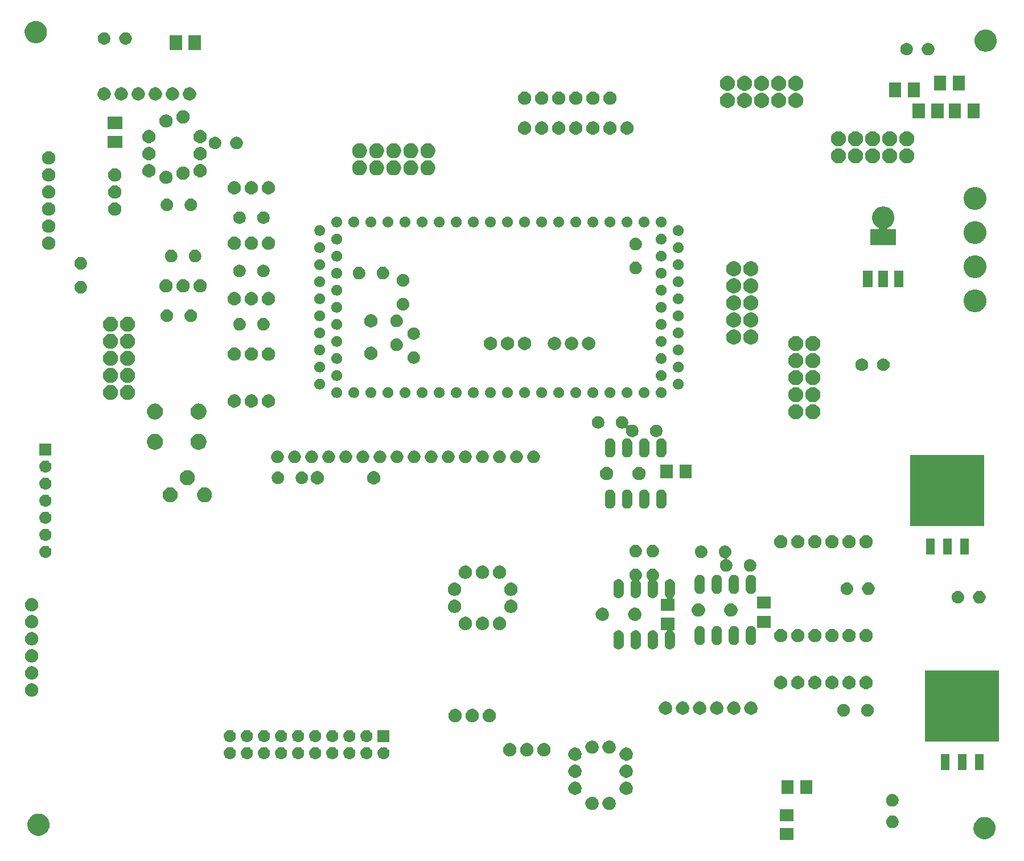
<source format=gbr>
G04 #@! TF.GenerationSoftware,KiCad,Pcbnew,(5.1.4)-1*
G04 #@! TF.CreationDate,2019-12-20T17:21:36+05:30*
G04 #@! TF.ProjectId,2014_board_SPI_Pullupattiny_4,32303134-5f62-46f6-9172-645f5350495f,rev?*
G04 #@! TF.SameCoordinates,Original*
G04 #@! TF.FileFunction,Soldermask,Top*
G04 #@! TF.FilePolarity,Negative*
%FSLAX46Y46*%
G04 Gerber Fmt 4.6, Leading zero omitted, Abs format (unit mm)*
G04 Created by KiCad (PCBNEW (5.1.4)-1) date 2019-12-20 17:21:36*
%MOMM*%
%LPD*%
G04 APERTURE LIST*
%ADD10C,0.100000*%
G04 APERTURE END LIST*
D10*
G36*
X190993600Y-164353600D02*
G01*
X188990400Y-164353600D01*
X188990400Y-162550400D01*
X190993600Y-162550400D01*
X190993600Y-164353600D01*
X190993600Y-164353600D01*
G37*
G36*
X219831256Y-160951298D02*
G01*
X219937579Y-160972447D01*
X220238042Y-161096903D01*
X220508451Y-161277585D01*
X220738415Y-161507549D01*
X220919097Y-161777958D01*
X221038144Y-162065362D01*
X221043553Y-162078422D01*
X221070643Y-162214609D01*
X221107000Y-162397391D01*
X221107000Y-162722609D01*
X221043553Y-163041579D01*
X220919097Y-163342042D01*
X220738415Y-163612451D01*
X220508451Y-163842415D01*
X220238042Y-164023097D01*
X219937579Y-164147553D01*
X219831256Y-164168702D01*
X219618611Y-164211000D01*
X219293389Y-164211000D01*
X219080744Y-164168702D01*
X218974421Y-164147553D01*
X218673958Y-164023097D01*
X218403549Y-163842415D01*
X218173585Y-163612451D01*
X217992903Y-163342042D01*
X217868447Y-163041579D01*
X217805000Y-162722609D01*
X217805000Y-162397391D01*
X217841358Y-162214609D01*
X217868447Y-162078422D01*
X217873857Y-162065362D01*
X217992903Y-161777958D01*
X218173585Y-161507549D01*
X218403549Y-161277585D01*
X218673958Y-161096903D01*
X218974421Y-160972447D01*
X219080744Y-160951298D01*
X219293389Y-160909000D01*
X219618611Y-160909000D01*
X219831256Y-160951298D01*
X219831256Y-160951298D01*
G37*
G36*
X79115256Y-160443298D02*
G01*
X79221579Y-160464447D01*
X79522042Y-160588903D01*
X79792451Y-160769585D01*
X80022415Y-160999549D01*
X80203097Y-161269958D01*
X80203098Y-161269960D01*
X80239550Y-161357963D01*
X80320586Y-161553600D01*
X80327553Y-161570422D01*
X80391000Y-161889389D01*
X80391000Y-162214611D01*
X80348702Y-162427256D01*
X80327553Y-162533579D01*
X80203097Y-162834042D01*
X80022415Y-163104451D01*
X79792451Y-163334415D01*
X79522042Y-163515097D01*
X79221579Y-163639553D01*
X79115256Y-163660702D01*
X78902611Y-163703000D01*
X78577389Y-163703000D01*
X78364744Y-163660702D01*
X78258421Y-163639553D01*
X77957958Y-163515097D01*
X77687549Y-163334415D01*
X77457585Y-163104451D01*
X77276903Y-162834042D01*
X77152447Y-162533579D01*
X77131298Y-162427256D01*
X77089000Y-162214611D01*
X77089000Y-161889389D01*
X77152447Y-161570422D01*
X77159415Y-161553600D01*
X77240450Y-161357963D01*
X77276902Y-161269960D01*
X77276903Y-161269958D01*
X77457585Y-160999549D01*
X77687549Y-160769585D01*
X77957958Y-160588903D01*
X78258421Y-160464447D01*
X78364744Y-160443298D01*
X78577389Y-160401000D01*
X78902611Y-160401000D01*
X79115256Y-160443298D01*
X79115256Y-160443298D01*
G37*
G36*
X205953607Y-160704477D02*
G01*
X206014129Y-160716516D01*
X206185162Y-160787360D01*
X206339087Y-160890210D01*
X206469990Y-161021113D01*
X206520632Y-161096903D01*
X206572841Y-161175040D01*
X206643684Y-161346072D01*
X206675805Y-161507551D01*
X206679800Y-161527638D01*
X206679800Y-161712762D01*
X206643684Y-161894329D01*
X206572840Y-162065362D01*
X206469990Y-162219287D01*
X206339087Y-162350190D01*
X206185162Y-162453040D01*
X206014129Y-162523884D01*
X205965394Y-162533578D01*
X205832564Y-162560000D01*
X205647436Y-162560000D01*
X205514606Y-162533578D01*
X205465871Y-162523884D01*
X205294838Y-162453040D01*
X205140913Y-162350190D01*
X205010010Y-162219287D01*
X204907160Y-162065362D01*
X204836316Y-161894329D01*
X204800200Y-161712762D01*
X204800200Y-161527638D01*
X204804196Y-161507551D01*
X204836316Y-161346072D01*
X204907159Y-161175040D01*
X204959369Y-161096903D01*
X205010010Y-161021113D01*
X205140913Y-160890210D01*
X205294838Y-160787360D01*
X205465871Y-160716516D01*
X205526393Y-160704477D01*
X205647436Y-160680400D01*
X205832564Y-160680400D01*
X205953607Y-160704477D01*
X205953607Y-160704477D01*
G37*
G36*
X190993600Y-161553600D02*
G01*
X188990400Y-161553600D01*
X188990400Y-159750400D01*
X190993600Y-159750400D01*
X190993600Y-161553600D01*
X190993600Y-161553600D01*
G37*
G36*
X163807356Y-157911834D02*
G01*
X163903047Y-157930868D01*
X164083325Y-158005542D01*
X164245571Y-158113951D01*
X164383549Y-158251929D01*
X164491958Y-158414175D01*
X164566632Y-158594453D01*
X164604700Y-158785834D01*
X164604700Y-158980966D01*
X164566632Y-159172347D01*
X164491958Y-159352625D01*
X164383549Y-159514871D01*
X164245571Y-159652849D01*
X164083325Y-159761258D01*
X163903047Y-159835932D01*
X163807356Y-159854966D01*
X163711667Y-159874000D01*
X163516533Y-159874000D01*
X163420844Y-159854966D01*
X163325153Y-159835932D01*
X163144875Y-159761258D01*
X162982629Y-159652849D01*
X162844651Y-159514871D01*
X162736242Y-159352625D01*
X162661568Y-159172347D01*
X162623500Y-158980966D01*
X162623500Y-158785834D01*
X162661568Y-158594453D01*
X162736242Y-158414175D01*
X162844651Y-158251929D01*
X162982629Y-158113951D01*
X163144875Y-158005542D01*
X163325153Y-157930868D01*
X163420844Y-157911834D01*
X163516533Y-157892800D01*
X163711667Y-157892800D01*
X163807356Y-157911834D01*
X163807356Y-157911834D01*
G37*
G36*
X161267356Y-157911834D02*
G01*
X161363047Y-157930868D01*
X161543325Y-158005542D01*
X161705571Y-158113951D01*
X161843549Y-158251929D01*
X161951958Y-158414175D01*
X162026632Y-158594453D01*
X162064700Y-158785834D01*
X162064700Y-158980966D01*
X162026632Y-159172347D01*
X161951958Y-159352625D01*
X161843549Y-159514871D01*
X161705571Y-159652849D01*
X161543325Y-159761258D01*
X161363047Y-159835932D01*
X161267356Y-159854966D01*
X161171667Y-159874000D01*
X160976533Y-159874000D01*
X160880844Y-159854966D01*
X160785153Y-159835932D01*
X160604875Y-159761258D01*
X160442629Y-159652849D01*
X160304651Y-159514871D01*
X160196242Y-159352625D01*
X160121568Y-159172347D01*
X160083500Y-158980966D01*
X160083500Y-158785834D01*
X160121568Y-158594453D01*
X160196242Y-158414175D01*
X160304651Y-158251929D01*
X160442629Y-158113951D01*
X160604875Y-158005542D01*
X160785153Y-157930868D01*
X160880844Y-157911834D01*
X160976533Y-157892800D01*
X161171667Y-157892800D01*
X161267356Y-157911834D01*
X161267356Y-157911834D01*
G37*
G36*
X205953607Y-157504077D02*
G01*
X206014129Y-157516116D01*
X206185162Y-157586960D01*
X206339087Y-157689810D01*
X206469990Y-157820713D01*
X206572840Y-157974638D01*
X206643684Y-158145671D01*
X206679800Y-158327238D01*
X206679800Y-158512362D01*
X206643684Y-158693929D01*
X206572840Y-158864962D01*
X206469990Y-159018887D01*
X206339087Y-159149790D01*
X206185162Y-159252640D01*
X206014129Y-159323484D01*
X205953607Y-159335523D01*
X205832564Y-159359600D01*
X205647436Y-159359600D01*
X205526393Y-159335523D01*
X205465871Y-159323484D01*
X205294838Y-159252640D01*
X205140913Y-159149790D01*
X205010010Y-159018887D01*
X204907160Y-158864962D01*
X204836316Y-158693929D01*
X204800200Y-158512362D01*
X204800200Y-158327238D01*
X204836316Y-158145671D01*
X204907160Y-157974638D01*
X205010010Y-157820713D01*
X205140913Y-157689810D01*
X205294838Y-157586960D01*
X205465871Y-157516116D01*
X205526393Y-157504077D01*
X205647436Y-157480000D01*
X205832564Y-157480000D01*
X205953607Y-157504077D01*
X205953607Y-157504077D01*
G37*
G36*
X158823047Y-155676568D02*
G01*
X159003325Y-155751242D01*
X159165571Y-155859651D01*
X159303549Y-155997629D01*
X159411958Y-156159875D01*
X159486632Y-156340153D01*
X159524700Y-156531534D01*
X159524700Y-156726666D01*
X159486632Y-156918047D01*
X159411958Y-157098325D01*
X159303549Y-157260571D01*
X159165571Y-157398549D01*
X159003325Y-157506958D01*
X158823047Y-157581632D01*
X158796266Y-157586959D01*
X158631667Y-157619700D01*
X158436533Y-157619700D01*
X158271934Y-157586959D01*
X158245153Y-157581632D01*
X158064875Y-157506958D01*
X157902629Y-157398549D01*
X157764651Y-157260571D01*
X157656242Y-157098325D01*
X157581568Y-156918047D01*
X157543500Y-156726666D01*
X157543500Y-156531534D01*
X157581568Y-156340153D01*
X157656242Y-156159875D01*
X157764651Y-155997629D01*
X157902629Y-155859651D01*
X158064875Y-155751242D01*
X158245153Y-155676568D01*
X158436533Y-155638500D01*
X158631667Y-155638500D01*
X158823047Y-155676568D01*
X158823047Y-155676568D01*
G37*
G36*
X166443047Y-155676568D02*
G01*
X166623325Y-155751242D01*
X166785571Y-155859651D01*
X166923549Y-155997629D01*
X167031958Y-156159875D01*
X167106632Y-156340153D01*
X167144700Y-156531534D01*
X167144700Y-156726666D01*
X167106632Y-156918047D01*
X167031958Y-157098325D01*
X166923549Y-157260571D01*
X166785571Y-157398549D01*
X166623325Y-157506958D01*
X166443047Y-157581632D01*
X166416266Y-157586959D01*
X166251667Y-157619700D01*
X166056533Y-157619700D01*
X165891934Y-157586959D01*
X165865153Y-157581632D01*
X165684875Y-157506958D01*
X165522629Y-157398549D01*
X165384651Y-157260571D01*
X165276242Y-157098325D01*
X165201568Y-156918047D01*
X165163500Y-156726666D01*
X165163500Y-156531534D01*
X165201568Y-156340153D01*
X165276242Y-156159875D01*
X165384651Y-155997629D01*
X165522629Y-155859651D01*
X165684875Y-155751242D01*
X165865153Y-155676568D01*
X166056533Y-155638500D01*
X166251667Y-155638500D01*
X166443047Y-155676568D01*
X166443047Y-155676568D01*
G37*
G36*
X193817600Y-157465600D02*
G01*
X192014400Y-157465600D01*
X192014400Y-155462400D01*
X193817600Y-155462400D01*
X193817600Y-157465600D01*
X193817600Y-157465600D01*
G37*
G36*
X191017600Y-157465600D02*
G01*
X189214400Y-157465600D01*
X189214400Y-155462400D01*
X191017600Y-155462400D01*
X191017600Y-157465600D01*
X191017600Y-157465600D01*
G37*
G36*
X158823047Y-153136568D02*
G01*
X159003325Y-153211242D01*
X159165571Y-153319651D01*
X159303549Y-153457629D01*
X159411958Y-153619875D01*
X159486632Y-153800153D01*
X159524700Y-153991534D01*
X159524700Y-154186666D01*
X159486632Y-154378047D01*
X159411958Y-154558325D01*
X159303549Y-154720571D01*
X159165571Y-154858549D01*
X159003325Y-154966958D01*
X158823047Y-155041632D01*
X158727356Y-155060666D01*
X158631667Y-155079700D01*
X158436533Y-155079700D01*
X158340844Y-155060666D01*
X158245153Y-155041632D01*
X158064875Y-154966958D01*
X157902629Y-154858549D01*
X157764651Y-154720571D01*
X157656242Y-154558325D01*
X157581568Y-154378047D01*
X157543500Y-154186666D01*
X157543500Y-153991534D01*
X157581568Y-153800153D01*
X157656242Y-153619875D01*
X157764651Y-153457629D01*
X157902629Y-153319651D01*
X158064875Y-153211242D01*
X158245153Y-153136568D01*
X158436533Y-153098500D01*
X158631667Y-153098500D01*
X158823047Y-153136568D01*
X158823047Y-153136568D01*
G37*
G36*
X166443047Y-153136568D02*
G01*
X166623325Y-153211242D01*
X166785571Y-153319651D01*
X166923549Y-153457629D01*
X167031958Y-153619875D01*
X167106632Y-153800153D01*
X167144700Y-153991534D01*
X167144700Y-154186666D01*
X167106632Y-154378047D01*
X167031958Y-154558325D01*
X166923549Y-154720571D01*
X166785571Y-154858549D01*
X166623325Y-154966958D01*
X166443047Y-155041632D01*
X166347356Y-155060666D01*
X166251667Y-155079700D01*
X166056533Y-155079700D01*
X165960844Y-155060666D01*
X165865153Y-155041632D01*
X165684875Y-154966958D01*
X165522629Y-154858549D01*
X165384651Y-154720571D01*
X165276242Y-154558325D01*
X165201568Y-154378047D01*
X165163500Y-154186666D01*
X165163500Y-153991534D01*
X165201568Y-153800153D01*
X165276242Y-153619875D01*
X165384651Y-153457629D01*
X165522629Y-153319651D01*
X165684875Y-153211242D01*
X165865153Y-153136568D01*
X166056533Y-153098500D01*
X166251667Y-153098500D01*
X166443047Y-153136568D01*
X166443047Y-153136568D01*
G37*
G36*
X219303600Y-153885900D02*
G01*
X218033600Y-153885900D01*
X218033600Y-151523700D01*
X219303600Y-151523700D01*
X219303600Y-153885900D01*
X219303600Y-153885900D01*
G37*
G36*
X214223600Y-153885900D02*
G01*
X212953600Y-153885900D01*
X212953600Y-151523700D01*
X214223600Y-151523700D01*
X214223600Y-153885900D01*
X214223600Y-153885900D01*
G37*
G36*
X216763600Y-153885900D02*
G01*
X215493600Y-153885900D01*
X215493600Y-151523700D01*
X216763600Y-151523700D01*
X216763600Y-153885900D01*
X216763600Y-153885900D01*
G37*
G36*
X166443047Y-150596568D02*
G01*
X166623325Y-150671242D01*
X166785571Y-150779651D01*
X166923549Y-150917629D01*
X167031958Y-151079875D01*
X167106632Y-151260153D01*
X167144700Y-151451534D01*
X167144700Y-151646666D01*
X167106632Y-151838047D01*
X167031958Y-152018325D01*
X166923549Y-152180571D01*
X166785571Y-152318549D01*
X166623325Y-152426958D01*
X166443047Y-152501632D01*
X166251667Y-152539700D01*
X166056533Y-152539700D01*
X165865153Y-152501632D01*
X165684875Y-152426958D01*
X165522629Y-152318549D01*
X165384651Y-152180571D01*
X165276242Y-152018325D01*
X165201568Y-151838047D01*
X165163500Y-151646666D01*
X165163500Y-151451534D01*
X165201568Y-151260153D01*
X165276242Y-151079875D01*
X165384651Y-150917629D01*
X165522629Y-150779651D01*
X165684875Y-150671242D01*
X165865153Y-150596568D01*
X166056533Y-150558500D01*
X166251667Y-150558500D01*
X166443047Y-150596568D01*
X166443047Y-150596568D01*
G37*
G36*
X158823047Y-150596568D02*
G01*
X159003325Y-150671242D01*
X159165571Y-150779651D01*
X159303549Y-150917629D01*
X159411958Y-151079875D01*
X159486632Y-151260153D01*
X159524700Y-151451534D01*
X159524700Y-151646666D01*
X159486632Y-151838047D01*
X159411958Y-152018325D01*
X159303549Y-152180571D01*
X159165571Y-152318549D01*
X159003325Y-152426958D01*
X158823047Y-152501632D01*
X158631667Y-152539700D01*
X158436533Y-152539700D01*
X158245153Y-152501632D01*
X158064875Y-152426958D01*
X157902629Y-152318549D01*
X157764651Y-152180571D01*
X157656242Y-152018325D01*
X157581568Y-151838047D01*
X157543500Y-151646666D01*
X157543500Y-151451534D01*
X157581568Y-151260153D01*
X157656242Y-151079875D01*
X157764651Y-150917629D01*
X157902629Y-150779651D01*
X158064875Y-150671242D01*
X158245153Y-150596568D01*
X158436533Y-150558500D01*
X158631667Y-150558500D01*
X158823047Y-150596568D01*
X158823047Y-150596568D01*
G37*
G36*
X112378442Y-150489518D02*
G01*
X112444627Y-150496037D01*
X112614466Y-150547557D01*
X112770991Y-150631222D01*
X112806729Y-150660552D01*
X112908186Y-150743814D01*
X112991448Y-150845271D01*
X113020778Y-150881009D01*
X113104443Y-151037534D01*
X113155963Y-151207373D01*
X113173359Y-151384000D01*
X113155963Y-151560627D01*
X113104443Y-151730466D01*
X113020778Y-151886991D01*
X112991448Y-151922729D01*
X112908186Y-152024186D01*
X112806729Y-152107448D01*
X112770991Y-152136778D01*
X112614466Y-152220443D01*
X112444627Y-152271963D01*
X112378443Y-152278481D01*
X112312260Y-152285000D01*
X112223740Y-152285000D01*
X112157557Y-152278481D01*
X112091373Y-152271963D01*
X111921534Y-152220443D01*
X111765009Y-152136778D01*
X111729271Y-152107448D01*
X111627814Y-152024186D01*
X111544552Y-151922729D01*
X111515222Y-151886991D01*
X111431557Y-151730466D01*
X111380037Y-151560627D01*
X111362641Y-151384000D01*
X111380037Y-151207373D01*
X111431557Y-151037534D01*
X111515222Y-150881009D01*
X111544552Y-150845271D01*
X111627814Y-150743814D01*
X111729271Y-150660552D01*
X111765009Y-150631222D01*
X111921534Y-150547557D01*
X112091373Y-150496037D01*
X112157558Y-150489518D01*
X112223740Y-150483000D01*
X112312260Y-150483000D01*
X112378442Y-150489518D01*
X112378442Y-150489518D01*
G37*
G36*
X117458442Y-150489518D02*
G01*
X117524627Y-150496037D01*
X117694466Y-150547557D01*
X117850991Y-150631222D01*
X117886729Y-150660552D01*
X117988186Y-150743814D01*
X118071448Y-150845271D01*
X118100778Y-150881009D01*
X118184443Y-151037534D01*
X118235963Y-151207373D01*
X118253359Y-151384000D01*
X118235963Y-151560627D01*
X118184443Y-151730466D01*
X118100778Y-151886991D01*
X118071448Y-151922729D01*
X117988186Y-152024186D01*
X117886729Y-152107448D01*
X117850991Y-152136778D01*
X117694466Y-152220443D01*
X117524627Y-152271963D01*
X117458443Y-152278481D01*
X117392260Y-152285000D01*
X117303740Y-152285000D01*
X117237557Y-152278481D01*
X117171373Y-152271963D01*
X117001534Y-152220443D01*
X116845009Y-152136778D01*
X116809271Y-152107448D01*
X116707814Y-152024186D01*
X116624552Y-151922729D01*
X116595222Y-151886991D01*
X116511557Y-151730466D01*
X116460037Y-151560627D01*
X116442641Y-151384000D01*
X116460037Y-151207373D01*
X116511557Y-151037534D01*
X116595222Y-150881009D01*
X116624552Y-150845271D01*
X116707814Y-150743814D01*
X116809271Y-150660552D01*
X116845009Y-150631222D01*
X117001534Y-150547557D01*
X117171373Y-150496037D01*
X117237558Y-150489518D01*
X117303740Y-150483000D01*
X117392260Y-150483000D01*
X117458442Y-150489518D01*
X117458442Y-150489518D01*
G37*
G36*
X119998442Y-150489518D02*
G01*
X120064627Y-150496037D01*
X120234466Y-150547557D01*
X120390991Y-150631222D01*
X120426729Y-150660552D01*
X120528186Y-150743814D01*
X120611448Y-150845271D01*
X120640778Y-150881009D01*
X120724443Y-151037534D01*
X120775963Y-151207373D01*
X120793359Y-151384000D01*
X120775963Y-151560627D01*
X120724443Y-151730466D01*
X120640778Y-151886991D01*
X120611448Y-151922729D01*
X120528186Y-152024186D01*
X120426729Y-152107448D01*
X120390991Y-152136778D01*
X120234466Y-152220443D01*
X120064627Y-152271963D01*
X119998443Y-152278481D01*
X119932260Y-152285000D01*
X119843740Y-152285000D01*
X119777557Y-152278481D01*
X119711373Y-152271963D01*
X119541534Y-152220443D01*
X119385009Y-152136778D01*
X119349271Y-152107448D01*
X119247814Y-152024186D01*
X119164552Y-151922729D01*
X119135222Y-151886991D01*
X119051557Y-151730466D01*
X119000037Y-151560627D01*
X118982641Y-151384000D01*
X119000037Y-151207373D01*
X119051557Y-151037534D01*
X119135222Y-150881009D01*
X119164552Y-150845271D01*
X119247814Y-150743814D01*
X119349271Y-150660552D01*
X119385009Y-150631222D01*
X119541534Y-150547557D01*
X119711373Y-150496037D01*
X119777558Y-150489518D01*
X119843740Y-150483000D01*
X119932260Y-150483000D01*
X119998442Y-150489518D01*
X119998442Y-150489518D01*
G37*
G36*
X114918442Y-150489518D02*
G01*
X114984627Y-150496037D01*
X115154466Y-150547557D01*
X115310991Y-150631222D01*
X115346729Y-150660552D01*
X115448186Y-150743814D01*
X115531448Y-150845271D01*
X115560778Y-150881009D01*
X115644443Y-151037534D01*
X115695963Y-151207373D01*
X115713359Y-151384000D01*
X115695963Y-151560627D01*
X115644443Y-151730466D01*
X115560778Y-151886991D01*
X115531448Y-151922729D01*
X115448186Y-152024186D01*
X115346729Y-152107448D01*
X115310991Y-152136778D01*
X115154466Y-152220443D01*
X114984627Y-152271963D01*
X114918443Y-152278481D01*
X114852260Y-152285000D01*
X114763740Y-152285000D01*
X114697557Y-152278481D01*
X114631373Y-152271963D01*
X114461534Y-152220443D01*
X114305009Y-152136778D01*
X114269271Y-152107448D01*
X114167814Y-152024186D01*
X114084552Y-151922729D01*
X114055222Y-151886991D01*
X113971557Y-151730466D01*
X113920037Y-151560627D01*
X113902641Y-151384000D01*
X113920037Y-151207373D01*
X113971557Y-151037534D01*
X114055222Y-150881009D01*
X114084552Y-150845271D01*
X114167814Y-150743814D01*
X114269271Y-150660552D01*
X114305009Y-150631222D01*
X114461534Y-150547557D01*
X114631373Y-150496037D01*
X114697558Y-150489518D01*
X114763740Y-150483000D01*
X114852260Y-150483000D01*
X114918442Y-150489518D01*
X114918442Y-150489518D01*
G37*
G36*
X122538442Y-150489518D02*
G01*
X122604627Y-150496037D01*
X122774466Y-150547557D01*
X122930991Y-150631222D01*
X122966729Y-150660552D01*
X123068186Y-150743814D01*
X123151448Y-150845271D01*
X123180778Y-150881009D01*
X123264443Y-151037534D01*
X123315963Y-151207373D01*
X123333359Y-151384000D01*
X123315963Y-151560627D01*
X123264443Y-151730466D01*
X123180778Y-151886991D01*
X123151448Y-151922729D01*
X123068186Y-152024186D01*
X122966729Y-152107448D01*
X122930991Y-152136778D01*
X122774466Y-152220443D01*
X122604627Y-152271963D01*
X122538443Y-152278481D01*
X122472260Y-152285000D01*
X122383740Y-152285000D01*
X122317557Y-152278481D01*
X122251373Y-152271963D01*
X122081534Y-152220443D01*
X121925009Y-152136778D01*
X121889271Y-152107448D01*
X121787814Y-152024186D01*
X121704552Y-151922729D01*
X121675222Y-151886991D01*
X121591557Y-151730466D01*
X121540037Y-151560627D01*
X121522641Y-151384000D01*
X121540037Y-151207373D01*
X121591557Y-151037534D01*
X121675222Y-150881009D01*
X121704552Y-150845271D01*
X121787814Y-150743814D01*
X121889271Y-150660552D01*
X121925009Y-150631222D01*
X122081534Y-150547557D01*
X122251373Y-150496037D01*
X122317558Y-150489518D01*
X122383740Y-150483000D01*
X122472260Y-150483000D01*
X122538442Y-150489518D01*
X122538442Y-150489518D01*
G37*
G36*
X109838442Y-150489518D02*
G01*
X109904627Y-150496037D01*
X110074466Y-150547557D01*
X110230991Y-150631222D01*
X110266729Y-150660552D01*
X110368186Y-150743814D01*
X110451448Y-150845271D01*
X110480778Y-150881009D01*
X110564443Y-151037534D01*
X110615963Y-151207373D01*
X110633359Y-151384000D01*
X110615963Y-151560627D01*
X110564443Y-151730466D01*
X110480778Y-151886991D01*
X110451448Y-151922729D01*
X110368186Y-152024186D01*
X110266729Y-152107448D01*
X110230991Y-152136778D01*
X110074466Y-152220443D01*
X109904627Y-152271963D01*
X109838443Y-152278481D01*
X109772260Y-152285000D01*
X109683740Y-152285000D01*
X109617557Y-152278481D01*
X109551373Y-152271963D01*
X109381534Y-152220443D01*
X109225009Y-152136778D01*
X109189271Y-152107448D01*
X109087814Y-152024186D01*
X109004552Y-151922729D01*
X108975222Y-151886991D01*
X108891557Y-151730466D01*
X108840037Y-151560627D01*
X108822641Y-151384000D01*
X108840037Y-151207373D01*
X108891557Y-151037534D01*
X108975222Y-150881009D01*
X109004552Y-150845271D01*
X109087814Y-150743814D01*
X109189271Y-150660552D01*
X109225009Y-150631222D01*
X109381534Y-150547557D01*
X109551373Y-150496037D01*
X109617558Y-150489518D01*
X109683740Y-150483000D01*
X109772260Y-150483000D01*
X109838442Y-150489518D01*
X109838442Y-150489518D01*
G37*
G36*
X107298442Y-150489518D02*
G01*
X107364627Y-150496037D01*
X107534466Y-150547557D01*
X107690991Y-150631222D01*
X107726729Y-150660552D01*
X107828186Y-150743814D01*
X107911448Y-150845271D01*
X107940778Y-150881009D01*
X108024443Y-151037534D01*
X108075963Y-151207373D01*
X108093359Y-151384000D01*
X108075963Y-151560627D01*
X108024443Y-151730466D01*
X107940778Y-151886991D01*
X107911448Y-151922729D01*
X107828186Y-152024186D01*
X107726729Y-152107448D01*
X107690991Y-152136778D01*
X107534466Y-152220443D01*
X107364627Y-152271963D01*
X107298443Y-152278481D01*
X107232260Y-152285000D01*
X107143740Y-152285000D01*
X107077557Y-152278481D01*
X107011373Y-152271963D01*
X106841534Y-152220443D01*
X106685009Y-152136778D01*
X106649271Y-152107448D01*
X106547814Y-152024186D01*
X106464552Y-151922729D01*
X106435222Y-151886991D01*
X106351557Y-151730466D01*
X106300037Y-151560627D01*
X106282641Y-151384000D01*
X106300037Y-151207373D01*
X106351557Y-151037534D01*
X106435222Y-150881009D01*
X106464552Y-150845271D01*
X106547814Y-150743814D01*
X106649271Y-150660552D01*
X106685009Y-150631222D01*
X106841534Y-150547557D01*
X107011373Y-150496037D01*
X107077558Y-150489518D01*
X107143740Y-150483000D01*
X107232260Y-150483000D01*
X107298442Y-150489518D01*
X107298442Y-150489518D01*
G37*
G36*
X125078442Y-150489518D02*
G01*
X125144627Y-150496037D01*
X125314466Y-150547557D01*
X125470991Y-150631222D01*
X125506729Y-150660552D01*
X125608186Y-150743814D01*
X125691448Y-150845271D01*
X125720778Y-150881009D01*
X125804443Y-151037534D01*
X125855963Y-151207373D01*
X125873359Y-151384000D01*
X125855963Y-151560627D01*
X125804443Y-151730466D01*
X125720778Y-151886991D01*
X125691448Y-151922729D01*
X125608186Y-152024186D01*
X125506729Y-152107448D01*
X125470991Y-152136778D01*
X125314466Y-152220443D01*
X125144627Y-152271963D01*
X125078443Y-152278481D01*
X125012260Y-152285000D01*
X124923740Y-152285000D01*
X124857557Y-152278481D01*
X124791373Y-152271963D01*
X124621534Y-152220443D01*
X124465009Y-152136778D01*
X124429271Y-152107448D01*
X124327814Y-152024186D01*
X124244552Y-151922729D01*
X124215222Y-151886991D01*
X124131557Y-151730466D01*
X124080037Y-151560627D01*
X124062641Y-151384000D01*
X124080037Y-151207373D01*
X124131557Y-151037534D01*
X124215222Y-150881009D01*
X124244552Y-150845271D01*
X124327814Y-150743814D01*
X124429271Y-150660552D01*
X124465009Y-150631222D01*
X124621534Y-150547557D01*
X124791373Y-150496037D01*
X124857558Y-150489518D01*
X124923740Y-150483000D01*
X125012260Y-150483000D01*
X125078442Y-150489518D01*
X125078442Y-150489518D01*
G37*
G36*
X127618442Y-150489518D02*
G01*
X127684627Y-150496037D01*
X127854466Y-150547557D01*
X128010991Y-150631222D01*
X128046729Y-150660552D01*
X128148186Y-150743814D01*
X128231448Y-150845271D01*
X128260778Y-150881009D01*
X128344443Y-151037534D01*
X128395963Y-151207373D01*
X128413359Y-151384000D01*
X128395963Y-151560627D01*
X128344443Y-151730466D01*
X128260778Y-151886991D01*
X128231448Y-151922729D01*
X128148186Y-152024186D01*
X128046729Y-152107448D01*
X128010991Y-152136778D01*
X127854466Y-152220443D01*
X127684627Y-152271963D01*
X127618443Y-152278481D01*
X127552260Y-152285000D01*
X127463740Y-152285000D01*
X127397557Y-152278481D01*
X127331373Y-152271963D01*
X127161534Y-152220443D01*
X127005009Y-152136778D01*
X126969271Y-152107448D01*
X126867814Y-152024186D01*
X126784552Y-151922729D01*
X126755222Y-151886991D01*
X126671557Y-151730466D01*
X126620037Y-151560627D01*
X126602641Y-151384000D01*
X126620037Y-151207373D01*
X126671557Y-151037534D01*
X126755222Y-150881009D01*
X126784552Y-150845271D01*
X126867814Y-150743814D01*
X126969271Y-150660552D01*
X127005009Y-150631222D01*
X127161534Y-150547557D01*
X127331373Y-150496037D01*
X127397558Y-150489518D01*
X127463740Y-150483000D01*
X127552260Y-150483000D01*
X127618442Y-150489518D01*
X127618442Y-150489518D01*
G37*
G36*
X130158442Y-150489518D02*
G01*
X130224627Y-150496037D01*
X130394466Y-150547557D01*
X130550991Y-150631222D01*
X130586729Y-150660552D01*
X130688186Y-150743814D01*
X130771448Y-150845271D01*
X130800778Y-150881009D01*
X130884443Y-151037534D01*
X130935963Y-151207373D01*
X130953359Y-151384000D01*
X130935963Y-151560627D01*
X130884443Y-151730466D01*
X130800778Y-151886991D01*
X130771448Y-151922729D01*
X130688186Y-152024186D01*
X130586729Y-152107448D01*
X130550991Y-152136778D01*
X130394466Y-152220443D01*
X130224627Y-152271963D01*
X130158443Y-152278481D01*
X130092260Y-152285000D01*
X130003740Y-152285000D01*
X129937557Y-152278481D01*
X129871373Y-152271963D01*
X129701534Y-152220443D01*
X129545009Y-152136778D01*
X129509271Y-152107448D01*
X129407814Y-152024186D01*
X129324552Y-151922729D01*
X129295222Y-151886991D01*
X129211557Y-151730466D01*
X129160037Y-151560627D01*
X129142641Y-151384000D01*
X129160037Y-151207373D01*
X129211557Y-151037534D01*
X129295222Y-150881009D01*
X129324552Y-150845271D01*
X129407814Y-150743814D01*
X129509271Y-150660552D01*
X129545009Y-150631222D01*
X129701534Y-150547557D01*
X129871373Y-150496037D01*
X129937558Y-150489518D01*
X130003740Y-150483000D01*
X130092260Y-150483000D01*
X130158442Y-150489518D01*
X130158442Y-150489518D01*
G37*
G36*
X154212947Y-149923468D02*
G01*
X154393225Y-149998142D01*
X154555471Y-150106551D01*
X154693449Y-150244529D01*
X154801858Y-150406775D01*
X154876532Y-150587053D01*
X154914600Y-150778434D01*
X154914600Y-150973566D01*
X154876532Y-151164947D01*
X154801858Y-151345225D01*
X154693449Y-151507471D01*
X154555471Y-151645449D01*
X154393225Y-151753858D01*
X154212947Y-151828532D01*
X154117256Y-151847566D01*
X154021567Y-151866600D01*
X153826433Y-151866600D01*
X153730744Y-151847566D01*
X153635053Y-151828532D01*
X153454775Y-151753858D01*
X153292529Y-151645449D01*
X153154551Y-151507471D01*
X153046142Y-151345225D01*
X152971468Y-151164947D01*
X152933400Y-150973566D01*
X152933400Y-150778434D01*
X152971468Y-150587053D01*
X153046142Y-150406775D01*
X153154551Y-150244529D01*
X153292529Y-150106551D01*
X153454775Y-149998142D01*
X153635053Y-149923468D01*
X153826433Y-149885400D01*
X154021567Y-149885400D01*
X154212947Y-149923468D01*
X154212947Y-149923468D01*
G37*
G36*
X151672947Y-149923468D02*
G01*
X151853225Y-149998142D01*
X152015471Y-150106551D01*
X152153449Y-150244529D01*
X152261858Y-150406775D01*
X152336532Y-150587053D01*
X152374600Y-150778434D01*
X152374600Y-150973566D01*
X152336532Y-151164947D01*
X152261858Y-151345225D01*
X152153449Y-151507471D01*
X152015471Y-151645449D01*
X151853225Y-151753858D01*
X151672947Y-151828532D01*
X151577256Y-151847566D01*
X151481567Y-151866600D01*
X151286433Y-151866600D01*
X151190744Y-151847566D01*
X151095053Y-151828532D01*
X150914775Y-151753858D01*
X150752529Y-151645449D01*
X150614551Y-151507471D01*
X150506142Y-151345225D01*
X150431468Y-151164947D01*
X150393400Y-150973566D01*
X150393400Y-150778434D01*
X150431468Y-150587053D01*
X150506142Y-150406775D01*
X150614551Y-150244529D01*
X150752529Y-150106551D01*
X150914775Y-149998142D01*
X151095053Y-149923468D01*
X151286433Y-149885400D01*
X151481567Y-149885400D01*
X151672947Y-149923468D01*
X151672947Y-149923468D01*
G37*
G36*
X149132947Y-149923468D02*
G01*
X149313225Y-149998142D01*
X149475471Y-150106551D01*
X149613449Y-150244529D01*
X149721858Y-150406775D01*
X149796532Y-150587053D01*
X149834600Y-150778434D01*
X149834600Y-150973566D01*
X149796532Y-151164947D01*
X149721858Y-151345225D01*
X149613449Y-151507471D01*
X149475471Y-151645449D01*
X149313225Y-151753858D01*
X149132947Y-151828532D01*
X149037256Y-151847566D01*
X148941567Y-151866600D01*
X148746433Y-151866600D01*
X148650744Y-151847566D01*
X148555053Y-151828532D01*
X148374775Y-151753858D01*
X148212529Y-151645449D01*
X148074551Y-151507471D01*
X147966142Y-151345225D01*
X147891468Y-151164947D01*
X147853400Y-150973566D01*
X147853400Y-150778434D01*
X147891468Y-150587053D01*
X147966142Y-150406775D01*
X148074551Y-150244529D01*
X148212529Y-150106551D01*
X148374775Y-149998142D01*
X148555053Y-149923468D01*
X148746433Y-149885400D01*
X148941567Y-149885400D01*
X149132947Y-149923468D01*
X149132947Y-149923468D01*
G37*
G36*
X161267356Y-149529734D02*
G01*
X161363047Y-149548768D01*
X161543325Y-149623442D01*
X161705571Y-149731851D01*
X161843549Y-149869829D01*
X161951958Y-150032075D01*
X162026632Y-150212353D01*
X162064700Y-150403734D01*
X162064700Y-150598866D01*
X162026632Y-150790247D01*
X161951958Y-150970525D01*
X161843549Y-151132771D01*
X161705571Y-151270749D01*
X161543325Y-151379158D01*
X161543324Y-151379159D01*
X161543323Y-151379159D01*
X161490522Y-151401030D01*
X161363047Y-151453832D01*
X161267356Y-151472866D01*
X161171667Y-151491900D01*
X160976533Y-151491900D01*
X160880844Y-151472866D01*
X160785153Y-151453832D01*
X160657678Y-151401030D01*
X160604877Y-151379159D01*
X160604876Y-151379159D01*
X160604875Y-151379158D01*
X160442629Y-151270749D01*
X160304651Y-151132771D01*
X160196242Y-150970525D01*
X160121568Y-150790247D01*
X160083500Y-150598866D01*
X160083500Y-150403734D01*
X160121568Y-150212353D01*
X160196242Y-150032075D01*
X160304651Y-149869829D01*
X160442629Y-149731851D01*
X160604875Y-149623442D01*
X160785153Y-149548768D01*
X160880844Y-149529734D01*
X160976533Y-149510700D01*
X161171667Y-149510700D01*
X161267356Y-149529734D01*
X161267356Y-149529734D01*
G37*
G36*
X163807356Y-149529734D02*
G01*
X163903047Y-149548768D01*
X164083325Y-149623442D01*
X164245571Y-149731851D01*
X164383549Y-149869829D01*
X164491958Y-150032075D01*
X164566632Y-150212353D01*
X164604700Y-150403734D01*
X164604700Y-150598866D01*
X164566632Y-150790247D01*
X164491958Y-150970525D01*
X164383549Y-151132771D01*
X164245571Y-151270749D01*
X164083325Y-151379158D01*
X164083324Y-151379159D01*
X164083323Y-151379159D01*
X164030522Y-151401030D01*
X163903047Y-151453832D01*
X163807356Y-151472866D01*
X163711667Y-151491900D01*
X163516533Y-151491900D01*
X163420844Y-151472866D01*
X163325153Y-151453832D01*
X163197678Y-151401030D01*
X163144877Y-151379159D01*
X163144876Y-151379159D01*
X163144875Y-151379158D01*
X162982629Y-151270749D01*
X162844651Y-151132771D01*
X162736242Y-150970525D01*
X162661568Y-150790247D01*
X162623500Y-150598866D01*
X162623500Y-150403734D01*
X162661568Y-150212353D01*
X162736242Y-150032075D01*
X162844651Y-149869829D01*
X162982629Y-149731851D01*
X163144875Y-149623442D01*
X163325153Y-149548768D01*
X163420844Y-149529734D01*
X163516533Y-149510700D01*
X163711667Y-149510700D01*
X163807356Y-149529734D01*
X163807356Y-149529734D01*
G37*
G36*
X107298442Y-147949518D02*
G01*
X107364627Y-147956037D01*
X107534466Y-148007557D01*
X107690991Y-148091222D01*
X107726729Y-148120552D01*
X107828186Y-148203814D01*
X107911448Y-148305271D01*
X107940778Y-148341009D01*
X108024443Y-148497534D01*
X108075963Y-148667373D01*
X108093359Y-148844000D01*
X108075963Y-149020627D01*
X108024443Y-149190466D01*
X107940778Y-149346991D01*
X107911448Y-149382729D01*
X107828186Y-149484186D01*
X107749491Y-149548768D01*
X107690991Y-149596778D01*
X107534466Y-149680443D01*
X107364627Y-149731963D01*
X107298442Y-149738482D01*
X107232260Y-149745000D01*
X107143740Y-149745000D01*
X107077558Y-149738482D01*
X107011373Y-149731963D01*
X106841534Y-149680443D01*
X106685009Y-149596778D01*
X106626509Y-149548768D01*
X106547814Y-149484186D01*
X106464552Y-149382729D01*
X106435222Y-149346991D01*
X106351557Y-149190466D01*
X106300037Y-149020627D01*
X106282641Y-148844000D01*
X106300037Y-148667373D01*
X106351557Y-148497534D01*
X106435222Y-148341009D01*
X106464552Y-148305271D01*
X106547814Y-148203814D01*
X106649271Y-148120552D01*
X106685009Y-148091222D01*
X106841534Y-148007557D01*
X107011373Y-147956037D01*
X107077558Y-147949518D01*
X107143740Y-147943000D01*
X107232260Y-147943000D01*
X107298442Y-147949518D01*
X107298442Y-147949518D01*
G37*
G36*
X127618442Y-147949518D02*
G01*
X127684627Y-147956037D01*
X127854466Y-148007557D01*
X128010991Y-148091222D01*
X128046729Y-148120552D01*
X128148186Y-148203814D01*
X128231448Y-148305271D01*
X128260778Y-148341009D01*
X128344443Y-148497534D01*
X128395963Y-148667373D01*
X128413359Y-148844000D01*
X128395963Y-149020627D01*
X128344443Y-149190466D01*
X128260778Y-149346991D01*
X128231448Y-149382729D01*
X128148186Y-149484186D01*
X128069491Y-149548768D01*
X128010991Y-149596778D01*
X127854466Y-149680443D01*
X127684627Y-149731963D01*
X127618442Y-149738482D01*
X127552260Y-149745000D01*
X127463740Y-149745000D01*
X127397558Y-149738482D01*
X127331373Y-149731963D01*
X127161534Y-149680443D01*
X127005009Y-149596778D01*
X126946509Y-149548768D01*
X126867814Y-149484186D01*
X126784552Y-149382729D01*
X126755222Y-149346991D01*
X126671557Y-149190466D01*
X126620037Y-149020627D01*
X126602641Y-148844000D01*
X126620037Y-148667373D01*
X126671557Y-148497534D01*
X126755222Y-148341009D01*
X126784552Y-148305271D01*
X126867814Y-148203814D01*
X126969271Y-148120552D01*
X127005009Y-148091222D01*
X127161534Y-148007557D01*
X127331373Y-147956037D01*
X127397558Y-147949518D01*
X127463740Y-147943000D01*
X127552260Y-147943000D01*
X127618442Y-147949518D01*
X127618442Y-147949518D01*
G37*
G36*
X109838442Y-147949518D02*
G01*
X109904627Y-147956037D01*
X110074466Y-148007557D01*
X110230991Y-148091222D01*
X110266729Y-148120552D01*
X110368186Y-148203814D01*
X110451448Y-148305271D01*
X110480778Y-148341009D01*
X110564443Y-148497534D01*
X110615963Y-148667373D01*
X110633359Y-148844000D01*
X110615963Y-149020627D01*
X110564443Y-149190466D01*
X110480778Y-149346991D01*
X110451448Y-149382729D01*
X110368186Y-149484186D01*
X110289491Y-149548768D01*
X110230991Y-149596778D01*
X110074466Y-149680443D01*
X109904627Y-149731963D01*
X109838442Y-149738482D01*
X109772260Y-149745000D01*
X109683740Y-149745000D01*
X109617558Y-149738482D01*
X109551373Y-149731963D01*
X109381534Y-149680443D01*
X109225009Y-149596778D01*
X109166509Y-149548768D01*
X109087814Y-149484186D01*
X109004552Y-149382729D01*
X108975222Y-149346991D01*
X108891557Y-149190466D01*
X108840037Y-149020627D01*
X108822641Y-148844000D01*
X108840037Y-148667373D01*
X108891557Y-148497534D01*
X108975222Y-148341009D01*
X109004552Y-148305271D01*
X109087814Y-148203814D01*
X109189271Y-148120552D01*
X109225009Y-148091222D01*
X109381534Y-148007557D01*
X109551373Y-147956037D01*
X109617558Y-147949518D01*
X109683740Y-147943000D01*
X109772260Y-147943000D01*
X109838442Y-147949518D01*
X109838442Y-147949518D01*
G37*
G36*
X130949000Y-149745000D02*
G01*
X129147000Y-149745000D01*
X129147000Y-147943000D01*
X130949000Y-147943000D01*
X130949000Y-149745000D01*
X130949000Y-149745000D01*
G37*
G36*
X112378442Y-147949518D02*
G01*
X112444627Y-147956037D01*
X112614466Y-148007557D01*
X112770991Y-148091222D01*
X112806729Y-148120552D01*
X112908186Y-148203814D01*
X112991448Y-148305271D01*
X113020778Y-148341009D01*
X113104443Y-148497534D01*
X113155963Y-148667373D01*
X113173359Y-148844000D01*
X113155963Y-149020627D01*
X113104443Y-149190466D01*
X113020778Y-149346991D01*
X112991448Y-149382729D01*
X112908186Y-149484186D01*
X112829491Y-149548768D01*
X112770991Y-149596778D01*
X112614466Y-149680443D01*
X112444627Y-149731963D01*
X112378442Y-149738482D01*
X112312260Y-149745000D01*
X112223740Y-149745000D01*
X112157558Y-149738482D01*
X112091373Y-149731963D01*
X111921534Y-149680443D01*
X111765009Y-149596778D01*
X111706509Y-149548768D01*
X111627814Y-149484186D01*
X111544552Y-149382729D01*
X111515222Y-149346991D01*
X111431557Y-149190466D01*
X111380037Y-149020627D01*
X111362641Y-148844000D01*
X111380037Y-148667373D01*
X111431557Y-148497534D01*
X111515222Y-148341009D01*
X111544552Y-148305271D01*
X111627814Y-148203814D01*
X111729271Y-148120552D01*
X111765009Y-148091222D01*
X111921534Y-148007557D01*
X112091373Y-147956037D01*
X112157558Y-147949518D01*
X112223740Y-147943000D01*
X112312260Y-147943000D01*
X112378442Y-147949518D01*
X112378442Y-147949518D01*
G37*
G36*
X114918442Y-147949518D02*
G01*
X114984627Y-147956037D01*
X115154466Y-148007557D01*
X115310991Y-148091222D01*
X115346729Y-148120552D01*
X115448186Y-148203814D01*
X115531448Y-148305271D01*
X115560778Y-148341009D01*
X115644443Y-148497534D01*
X115695963Y-148667373D01*
X115713359Y-148844000D01*
X115695963Y-149020627D01*
X115644443Y-149190466D01*
X115560778Y-149346991D01*
X115531448Y-149382729D01*
X115448186Y-149484186D01*
X115369491Y-149548768D01*
X115310991Y-149596778D01*
X115154466Y-149680443D01*
X114984627Y-149731963D01*
X114918442Y-149738482D01*
X114852260Y-149745000D01*
X114763740Y-149745000D01*
X114697558Y-149738482D01*
X114631373Y-149731963D01*
X114461534Y-149680443D01*
X114305009Y-149596778D01*
X114246509Y-149548768D01*
X114167814Y-149484186D01*
X114084552Y-149382729D01*
X114055222Y-149346991D01*
X113971557Y-149190466D01*
X113920037Y-149020627D01*
X113902641Y-148844000D01*
X113920037Y-148667373D01*
X113971557Y-148497534D01*
X114055222Y-148341009D01*
X114084552Y-148305271D01*
X114167814Y-148203814D01*
X114269271Y-148120552D01*
X114305009Y-148091222D01*
X114461534Y-148007557D01*
X114631373Y-147956037D01*
X114697558Y-147949518D01*
X114763740Y-147943000D01*
X114852260Y-147943000D01*
X114918442Y-147949518D01*
X114918442Y-147949518D01*
G37*
G36*
X122538442Y-147949518D02*
G01*
X122604627Y-147956037D01*
X122774466Y-148007557D01*
X122930991Y-148091222D01*
X122966729Y-148120552D01*
X123068186Y-148203814D01*
X123151448Y-148305271D01*
X123180778Y-148341009D01*
X123264443Y-148497534D01*
X123315963Y-148667373D01*
X123333359Y-148844000D01*
X123315963Y-149020627D01*
X123264443Y-149190466D01*
X123180778Y-149346991D01*
X123151448Y-149382729D01*
X123068186Y-149484186D01*
X122989491Y-149548768D01*
X122930991Y-149596778D01*
X122774466Y-149680443D01*
X122604627Y-149731963D01*
X122538442Y-149738482D01*
X122472260Y-149745000D01*
X122383740Y-149745000D01*
X122317558Y-149738482D01*
X122251373Y-149731963D01*
X122081534Y-149680443D01*
X121925009Y-149596778D01*
X121866509Y-149548768D01*
X121787814Y-149484186D01*
X121704552Y-149382729D01*
X121675222Y-149346991D01*
X121591557Y-149190466D01*
X121540037Y-149020627D01*
X121522641Y-148844000D01*
X121540037Y-148667373D01*
X121591557Y-148497534D01*
X121675222Y-148341009D01*
X121704552Y-148305271D01*
X121787814Y-148203814D01*
X121889271Y-148120552D01*
X121925009Y-148091222D01*
X122081534Y-148007557D01*
X122251373Y-147956037D01*
X122317558Y-147949518D01*
X122383740Y-147943000D01*
X122472260Y-147943000D01*
X122538442Y-147949518D01*
X122538442Y-147949518D01*
G37*
G36*
X117458442Y-147949518D02*
G01*
X117524627Y-147956037D01*
X117694466Y-148007557D01*
X117850991Y-148091222D01*
X117886729Y-148120552D01*
X117988186Y-148203814D01*
X118071448Y-148305271D01*
X118100778Y-148341009D01*
X118184443Y-148497534D01*
X118235963Y-148667373D01*
X118253359Y-148844000D01*
X118235963Y-149020627D01*
X118184443Y-149190466D01*
X118100778Y-149346991D01*
X118071448Y-149382729D01*
X117988186Y-149484186D01*
X117909491Y-149548768D01*
X117850991Y-149596778D01*
X117694466Y-149680443D01*
X117524627Y-149731963D01*
X117458442Y-149738482D01*
X117392260Y-149745000D01*
X117303740Y-149745000D01*
X117237558Y-149738482D01*
X117171373Y-149731963D01*
X117001534Y-149680443D01*
X116845009Y-149596778D01*
X116786509Y-149548768D01*
X116707814Y-149484186D01*
X116624552Y-149382729D01*
X116595222Y-149346991D01*
X116511557Y-149190466D01*
X116460037Y-149020627D01*
X116442641Y-148844000D01*
X116460037Y-148667373D01*
X116511557Y-148497534D01*
X116595222Y-148341009D01*
X116624552Y-148305271D01*
X116707814Y-148203814D01*
X116809271Y-148120552D01*
X116845009Y-148091222D01*
X117001534Y-148007557D01*
X117171373Y-147956037D01*
X117237558Y-147949518D01*
X117303740Y-147943000D01*
X117392260Y-147943000D01*
X117458442Y-147949518D01*
X117458442Y-147949518D01*
G37*
G36*
X119998442Y-147949518D02*
G01*
X120064627Y-147956037D01*
X120234466Y-148007557D01*
X120390991Y-148091222D01*
X120426729Y-148120552D01*
X120528186Y-148203814D01*
X120611448Y-148305271D01*
X120640778Y-148341009D01*
X120724443Y-148497534D01*
X120775963Y-148667373D01*
X120793359Y-148844000D01*
X120775963Y-149020627D01*
X120724443Y-149190466D01*
X120640778Y-149346991D01*
X120611448Y-149382729D01*
X120528186Y-149484186D01*
X120449491Y-149548768D01*
X120390991Y-149596778D01*
X120234466Y-149680443D01*
X120064627Y-149731963D01*
X119998442Y-149738482D01*
X119932260Y-149745000D01*
X119843740Y-149745000D01*
X119777558Y-149738482D01*
X119711373Y-149731963D01*
X119541534Y-149680443D01*
X119385009Y-149596778D01*
X119326509Y-149548768D01*
X119247814Y-149484186D01*
X119164552Y-149382729D01*
X119135222Y-149346991D01*
X119051557Y-149190466D01*
X119000037Y-149020627D01*
X118982641Y-148844000D01*
X119000037Y-148667373D01*
X119051557Y-148497534D01*
X119135222Y-148341009D01*
X119164552Y-148305271D01*
X119247814Y-148203814D01*
X119349271Y-148120552D01*
X119385009Y-148091222D01*
X119541534Y-148007557D01*
X119711373Y-147956037D01*
X119777558Y-147949518D01*
X119843740Y-147943000D01*
X119932260Y-147943000D01*
X119998442Y-147949518D01*
X119998442Y-147949518D01*
G37*
G36*
X125078442Y-147949518D02*
G01*
X125144627Y-147956037D01*
X125314466Y-148007557D01*
X125470991Y-148091222D01*
X125506729Y-148120552D01*
X125608186Y-148203814D01*
X125691448Y-148305271D01*
X125720778Y-148341009D01*
X125804443Y-148497534D01*
X125855963Y-148667373D01*
X125873359Y-148844000D01*
X125855963Y-149020627D01*
X125804443Y-149190466D01*
X125720778Y-149346991D01*
X125691448Y-149382729D01*
X125608186Y-149484186D01*
X125529491Y-149548768D01*
X125470991Y-149596778D01*
X125314466Y-149680443D01*
X125144627Y-149731963D01*
X125078442Y-149738482D01*
X125012260Y-149745000D01*
X124923740Y-149745000D01*
X124857558Y-149738482D01*
X124791373Y-149731963D01*
X124621534Y-149680443D01*
X124465009Y-149596778D01*
X124406509Y-149548768D01*
X124327814Y-149484186D01*
X124244552Y-149382729D01*
X124215222Y-149346991D01*
X124131557Y-149190466D01*
X124080037Y-149020627D01*
X124062641Y-148844000D01*
X124080037Y-148667373D01*
X124131557Y-148497534D01*
X124215222Y-148341009D01*
X124244552Y-148305271D01*
X124327814Y-148203814D01*
X124429271Y-148120552D01*
X124465009Y-148091222D01*
X124621534Y-148007557D01*
X124791373Y-147956037D01*
X124857558Y-147949518D01*
X124923740Y-147943000D01*
X125012260Y-147943000D01*
X125078442Y-147949518D01*
X125078442Y-147949518D01*
G37*
G36*
X221630200Y-149680200D02*
G01*
X210627000Y-149680200D01*
X210627000Y-139067000D01*
X221630200Y-139067000D01*
X221630200Y-149680200D01*
X221630200Y-149680200D01*
G37*
G36*
X143544947Y-144843468D02*
G01*
X143725225Y-144918142D01*
X143887471Y-145026551D01*
X144025449Y-145164529D01*
X144104427Y-145282729D01*
X144133859Y-145326777D01*
X144208532Y-145507054D01*
X144243272Y-145681700D01*
X144246600Y-145698434D01*
X144246600Y-145893566D01*
X144208532Y-146084947D01*
X144133858Y-146265225D01*
X144025449Y-146427471D01*
X143887471Y-146565449D01*
X143725225Y-146673858D01*
X143544947Y-146748532D01*
X143449256Y-146767566D01*
X143353567Y-146786600D01*
X143158433Y-146786600D01*
X143062744Y-146767566D01*
X142967053Y-146748532D01*
X142786775Y-146673858D01*
X142624529Y-146565449D01*
X142486551Y-146427471D01*
X142378142Y-146265225D01*
X142303468Y-146084947D01*
X142265400Y-145893566D01*
X142265400Y-145698434D01*
X142268729Y-145681700D01*
X142303468Y-145507054D01*
X142378141Y-145326777D01*
X142407573Y-145282729D01*
X142486551Y-145164529D01*
X142624529Y-145026551D01*
X142786775Y-144918142D01*
X142967053Y-144843468D01*
X143158433Y-144805400D01*
X143353567Y-144805400D01*
X143544947Y-144843468D01*
X143544947Y-144843468D01*
G37*
G36*
X146084947Y-144843468D02*
G01*
X146265225Y-144918142D01*
X146427471Y-145026551D01*
X146565449Y-145164529D01*
X146644427Y-145282729D01*
X146673859Y-145326777D01*
X146748532Y-145507054D01*
X146783272Y-145681700D01*
X146786600Y-145698434D01*
X146786600Y-145893566D01*
X146748532Y-146084947D01*
X146673858Y-146265225D01*
X146565449Y-146427471D01*
X146427471Y-146565449D01*
X146265225Y-146673858D01*
X146084947Y-146748532D01*
X145989256Y-146767566D01*
X145893567Y-146786600D01*
X145698433Y-146786600D01*
X145602744Y-146767566D01*
X145507053Y-146748532D01*
X145326775Y-146673858D01*
X145164529Y-146565449D01*
X145026551Y-146427471D01*
X144918142Y-146265225D01*
X144843468Y-146084947D01*
X144805400Y-145893566D01*
X144805400Y-145698434D01*
X144808729Y-145681700D01*
X144843468Y-145507054D01*
X144918141Y-145326777D01*
X144947573Y-145282729D01*
X145026551Y-145164529D01*
X145164529Y-145026551D01*
X145326775Y-144918142D01*
X145507053Y-144843468D01*
X145698433Y-144805400D01*
X145893567Y-144805400D01*
X146084947Y-144843468D01*
X146084947Y-144843468D01*
G37*
G36*
X141004947Y-144843468D02*
G01*
X141185225Y-144918142D01*
X141347471Y-145026551D01*
X141485449Y-145164529D01*
X141564427Y-145282729D01*
X141593859Y-145326777D01*
X141668532Y-145507054D01*
X141703272Y-145681700D01*
X141706600Y-145698434D01*
X141706600Y-145893566D01*
X141668532Y-146084947D01*
X141593858Y-146265225D01*
X141485449Y-146427471D01*
X141347471Y-146565449D01*
X141185225Y-146673858D01*
X141004947Y-146748532D01*
X140909256Y-146767566D01*
X140813567Y-146786600D01*
X140618433Y-146786600D01*
X140522744Y-146767566D01*
X140427053Y-146748532D01*
X140246775Y-146673858D01*
X140084529Y-146565449D01*
X139946551Y-146427471D01*
X139838142Y-146265225D01*
X139763468Y-146084947D01*
X139725400Y-145893566D01*
X139725400Y-145698434D01*
X139728729Y-145681700D01*
X139763468Y-145507054D01*
X139838141Y-145326777D01*
X139867573Y-145282729D01*
X139946551Y-145164529D01*
X140084529Y-145026551D01*
X140246775Y-144918142D01*
X140427053Y-144843468D01*
X140618433Y-144805400D01*
X140813567Y-144805400D01*
X141004947Y-144843468D01*
X141004947Y-144843468D01*
G37*
G36*
X202245207Y-144092877D02*
G01*
X202305729Y-144104916D01*
X202476762Y-144175760D01*
X202630687Y-144278610D01*
X202761590Y-144409513D01*
X202864441Y-144563440D01*
X202935284Y-144734472D01*
X202971400Y-144916036D01*
X202971400Y-145101164D01*
X202958795Y-145164530D01*
X202935284Y-145282729D01*
X202864440Y-145453762D01*
X202761590Y-145607687D01*
X202630687Y-145738590D01*
X202476762Y-145841440D01*
X202305729Y-145912284D01*
X202245207Y-145924323D01*
X202124164Y-145948400D01*
X201939036Y-145948400D01*
X201817993Y-145924323D01*
X201757471Y-145912284D01*
X201586438Y-145841440D01*
X201432513Y-145738590D01*
X201301610Y-145607687D01*
X201198760Y-145453762D01*
X201127916Y-145282729D01*
X201104405Y-145164530D01*
X201091800Y-145101164D01*
X201091800Y-144916036D01*
X201127916Y-144734472D01*
X201198759Y-144563440D01*
X201301610Y-144409513D01*
X201432513Y-144278610D01*
X201586438Y-144175760D01*
X201757471Y-144104916D01*
X201817993Y-144092877D01*
X201939036Y-144068800D01*
X202124164Y-144068800D01*
X202245207Y-144092877D01*
X202245207Y-144092877D01*
G37*
G36*
X198689207Y-144092877D02*
G01*
X198749729Y-144104916D01*
X198920762Y-144175760D01*
X199074687Y-144278610D01*
X199205590Y-144409513D01*
X199308441Y-144563440D01*
X199379284Y-144734472D01*
X199415400Y-144916036D01*
X199415400Y-145101164D01*
X199402795Y-145164530D01*
X199379284Y-145282729D01*
X199308440Y-145453762D01*
X199205590Y-145607687D01*
X199074687Y-145738590D01*
X198920762Y-145841440D01*
X198749729Y-145912284D01*
X198689207Y-145924323D01*
X198568164Y-145948400D01*
X198383036Y-145948400D01*
X198261993Y-145924323D01*
X198201471Y-145912284D01*
X198030438Y-145841440D01*
X197876513Y-145738590D01*
X197745610Y-145607687D01*
X197642760Y-145453762D01*
X197571916Y-145282729D01*
X197548405Y-145164530D01*
X197535800Y-145101164D01*
X197535800Y-144916036D01*
X197571916Y-144734472D01*
X197642759Y-144563440D01*
X197745610Y-144409513D01*
X197876513Y-144278610D01*
X198030438Y-144175760D01*
X198201471Y-144104916D01*
X198261993Y-144092877D01*
X198383036Y-144068800D01*
X198568164Y-144068800D01*
X198689207Y-144092877D01*
X198689207Y-144092877D01*
G37*
G36*
X182445047Y-143738568D02*
G01*
X182625325Y-143813242D01*
X182787571Y-143921651D01*
X182925549Y-144059629D01*
X183003144Y-144175759D01*
X183033959Y-144221877D01*
X183108632Y-144402154D01*
X183146700Y-144593533D01*
X183146700Y-144788667D01*
X183135799Y-144843468D01*
X183108632Y-144980047D01*
X183033958Y-145160325D01*
X182925549Y-145322571D01*
X182787571Y-145460549D01*
X182625325Y-145568958D01*
X182445047Y-145643632D01*
X182253667Y-145681700D01*
X182058533Y-145681700D01*
X181867153Y-145643632D01*
X181686875Y-145568958D01*
X181524629Y-145460549D01*
X181386651Y-145322571D01*
X181278242Y-145160325D01*
X181203568Y-144980047D01*
X181176401Y-144843468D01*
X181165500Y-144788667D01*
X181165500Y-144593533D01*
X181203568Y-144402154D01*
X181278241Y-144221877D01*
X181309056Y-144175759D01*
X181386651Y-144059629D01*
X181524629Y-143921651D01*
X181686875Y-143813242D01*
X181867153Y-143738568D01*
X182058533Y-143700500D01*
X182253667Y-143700500D01*
X182445047Y-143738568D01*
X182445047Y-143738568D01*
G37*
G36*
X172285047Y-143738568D02*
G01*
X172465325Y-143813242D01*
X172627571Y-143921651D01*
X172765549Y-144059629D01*
X172843144Y-144175759D01*
X172873959Y-144221877D01*
X172948632Y-144402154D01*
X172986700Y-144593533D01*
X172986700Y-144788667D01*
X172975799Y-144843468D01*
X172948632Y-144980047D01*
X172873958Y-145160325D01*
X172765549Y-145322571D01*
X172627571Y-145460549D01*
X172465325Y-145568958D01*
X172285047Y-145643632D01*
X172093667Y-145681700D01*
X171898533Y-145681700D01*
X171707153Y-145643632D01*
X171526875Y-145568958D01*
X171364629Y-145460549D01*
X171226651Y-145322571D01*
X171118242Y-145160325D01*
X171043568Y-144980047D01*
X171016401Y-144843468D01*
X171005500Y-144788667D01*
X171005500Y-144593533D01*
X171043568Y-144402154D01*
X171118241Y-144221877D01*
X171149056Y-144175759D01*
X171226651Y-144059629D01*
X171364629Y-143921651D01*
X171526875Y-143813242D01*
X171707153Y-143738568D01*
X171898533Y-143700500D01*
X172093667Y-143700500D01*
X172285047Y-143738568D01*
X172285047Y-143738568D01*
G37*
G36*
X179905047Y-143738568D02*
G01*
X180085325Y-143813242D01*
X180247571Y-143921651D01*
X180385549Y-144059629D01*
X180463144Y-144175759D01*
X180493959Y-144221877D01*
X180568632Y-144402154D01*
X180606700Y-144593533D01*
X180606700Y-144788667D01*
X180595799Y-144843468D01*
X180568632Y-144980047D01*
X180493958Y-145160325D01*
X180385549Y-145322571D01*
X180247571Y-145460549D01*
X180085325Y-145568958D01*
X179905047Y-145643632D01*
X179713667Y-145681700D01*
X179518533Y-145681700D01*
X179327153Y-145643632D01*
X179146875Y-145568958D01*
X178984629Y-145460549D01*
X178846651Y-145322571D01*
X178738242Y-145160325D01*
X178663568Y-144980047D01*
X178636401Y-144843468D01*
X178625500Y-144788667D01*
X178625500Y-144593533D01*
X178663568Y-144402154D01*
X178738241Y-144221877D01*
X178769056Y-144175759D01*
X178846651Y-144059629D01*
X178984629Y-143921651D01*
X179146875Y-143813242D01*
X179327153Y-143738568D01*
X179518533Y-143700500D01*
X179713667Y-143700500D01*
X179905047Y-143738568D01*
X179905047Y-143738568D01*
G37*
G36*
X174825047Y-143738568D02*
G01*
X175005325Y-143813242D01*
X175167571Y-143921651D01*
X175305549Y-144059629D01*
X175383144Y-144175759D01*
X175413959Y-144221877D01*
X175488632Y-144402154D01*
X175526700Y-144593533D01*
X175526700Y-144788667D01*
X175515799Y-144843468D01*
X175488632Y-144980047D01*
X175413958Y-145160325D01*
X175305549Y-145322571D01*
X175167571Y-145460549D01*
X175005325Y-145568958D01*
X174825047Y-145643632D01*
X174633667Y-145681700D01*
X174438533Y-145681700D01*
X174247153Y-145643632D01*
X174066875Y-145568958D01*
X173904629Y-145460549D01*
X173766651Y-145322571D01*
X173658242Y-145160325D01*
X173583568Y-144980047D01*
X173556401Y-144843468D01*
X173545500Y-144788667D01*
X173545500Y-144593533D01*
X173583568Y-144402154D01*
X173658241Y-144221877D01*
X173689056Y-144175759D01*
X173766651Y-144059629D01*
X173904629Y-143921651D01*
X174066875Y-143813242D01*
X174247153Y-143738568D01*
X174438533Y-143700500D01*
X174633667Y-143700500D01*
X174825047Y-143738568D01*
X174825047Y-143738568D01*
G37*
G36*
X177365047Y-143738568D02*
G01*
X177545325Y-143813242D01*
X177707571Y-143921651D01*
X177845549Y-144059629D01*
X177923144Y-144175759D01*
X177953959Y-144221877D01*
X178028632Y-144402154D01*
X178066700Y-144593533D01*
X178066700Y-144788667D01*
X178055799Y-144843468D01*
X178028632Y-144980047D01*
X177953958Y-145160325D01*
X177845549Y-145322571D01*
X177707571Y-145460549D01*
X177545325Y-145568958D01*
X177365047Y-145643632D01*
X177173667Y-145681700D01*
X176978533Y-145681700D01*
X176787153Y-145643632D01*
X176606875Y-145568958D01*
X176444629Y-145460549D01*
X176306651Y-145322571D01*
X176198242Y-145160325D01*
X176123568Y-144980047D01*
X176096401Y-144843468D01*
X176085500Y-144788667D01*
X176085500Y-144593533D01*
X176123568Y-144402154D01*
X176198241Y-144221877D01*
X176229056Y-144175759D01*
X176306651Y-144059629D01*
X176444629Y-143921651D01*
X176606875Y-143813242D01*
X176787153Y-143738568D01*
X176978533Y-143700500D01*
X177173667Y-143700500D01*
X177365047Y-143738568D01*
X177365047Y-143738568D01*
G37*
G36*
X184985047Y-143738568D02*
G01*
X185165325Y-143813242D01*
X185327571Y-143921651D01*
X185465549Y-144059629D01*
X185543144Y-144175759D01*
X185573959Y-144221877D01*
X185648632Y-144402154D01*
X185686700Y-144593533D01*
X185686700Y-144788667D01*
X185675799Y-144843468D01*
X185648632Y-144980047D01*
X185573958Y-145160325D01*
X185465549Y-145322571D01*
X185327571Y-145460549D01*
X185165325Y-145568958D01*
X184985047Y-145643632D01*
X184793667Y-145681700D01*
X184598533Y-145681700D01*
X184407153Y-145643632D01*
X184226875Y-145568958D01*
X184064629Y-145460549D01*
X183926651Y-145322571D01*
X183818242Y-145160325D01*
X183743568Y-144980047D01*
X183716401Y-144843468D01*
X183705500Y-144788667D01*
X183705500Y-144593533D01*
X183743568Y-144402154D01*
X183818241Y-144221877D01*
X183849056Y-144175759D01*
X183926651Y-144059629D01*
X184064629Y-143921651D01*
X184226875Y-143813242D01*
X184407153Y-143738568D01*
X184598533Y-143700500D01*
X184793667Y-143700500D01*
X184985047Y-143738568D01*
X184985047Y-143738568D01*
G37*
G36*
X77917256Y-141014434D02*
G01*
X78012947Y-141033468D01*
X78193225Y-141108142D01*
X78355471Y-141216551D01*
X78493449Y-141354529D01*
X78599048Y-141512570D01*
X78601859Y-141516777D01*
X78676532Y-141697054D01*
X78711272Y-141871700D01*
X78714600Y-141888434D01*
X78714600Y-142083566D01*
X78676532Y-142274947D01*
X78601858Y-142455225D01*
X78493449Y-142617471D01*
X78355471Y-142755449D01*
X78193225Y-142863858D01*
X78012947Y-142938532D01*
X77917256Y-142957566D01*
X77821567Y-142976600D01*
X77626433Y-142976600D01*
X77530744Y-142957566D01*
X77435053Y-142938532D01*
X77254775Y-142863858D01*
X77092529Y-142755449D01*
X76954551Y-142617471D01*
X76846142Y-142455225D01*
X76771468Y-142274947D01*
X76733400Y-142083566D01*
X76733400Y-141888434D01*
X76736729Y-141871700D01*
X76771468Y-141697054D01*
X76846141Y-141516777D01*
X76848952Y-141512570D01*
X76954551Y-141354529D01*
X77092529Y-141216551D01*
X77254775Y-141108142D01*
X77435053Y-141033468D01*
X77530744Y-141014434D01*
X77626433Y-140995400D01*
X77821567Y-140995400D01*
X77917256Y-141014434D01*
X77917256Y-141014434D01*
G37*
G36*
X194510047Y-139928568D02*
G01*
X194690325Y-140003242D01*
X194852571Y-140111651D01*
X194990549Y-140249629D01*
X195098958Y-140411875D01*
X195098959Y-140411877D01*
X195173632Y-140592154D01*
X195211700Y-140783533D01*
X195211700Y-140978667D01*
X195200799Y-141033468D01*
X195173632Y-141170047D01*
X195098958Y-141350325D01*
X194990549Y-141512571D01*
X194852571Y-141650549D01*
X194690325Y-141758958D01*
X194510047Y-141833632D01*
X194414356Y-141852666D01*
X194318667Y-141871700D01*
X194123533Y-141871700D01*
X194027844Y-141852666D01*
X193932153Y-141833632D01*
X193751875Y-141758958D01*
X193589629Y-141650549D01*
X193451651Y-141512571D01*
X193343242Y-141350325D01*
X193268568Y-141170047D01*
X193241401Y-141033468D01*
X193230500Y-140978667D01*
X193230500Y-140783533D01*
X193268568Y-140592154D01*
X193343241Y-140411877D01*
X193343242Y-140411875D01*
X193451651Y-140249629D01*
X193589629Y-140111651D01*
X193751875Y-140003242D01*
X193932153Y-139928568D01*
X194123533Y-139890500D01*
X194318667Y-139890500D01*
X194510047Y-139928568D01*
X194510047Y-139928568D01*
G37*
G36*
X199590047Y-139928568D02*
G01*
X199770325Y-140003242D01*
X199932571Y-140111651D01*
X200070549Y-140249629D01*
X200178958Y-140411875D01*
X200178959Y-140411877D01*
X200253632Y-140592154D01*
X200291700Y-140783533D01*
X200291700Y-140978667D01*
X200280799Y-141033468D01*
X200253632Y-141170047D01*
X200178958Y-141350325D01*
X200070549Y-141512571D01*
X199932571Y-141650549D01*
X199770325Y-141758958D01*
X199590047Y-141833632D01*
X199494356Y-141852666D01*
X199398667Y-141871700D01*
X199203533Y-141871700D01*
X199107844Y-141852666D01*
X199012153Y-141833632D01*
X198831875Y-141758958D01*
X198669629Y-141650549D01*
X198531651Y-141512571D01*
X198423242Y-141350325D01*
X198348568Y-141170047D01*
X198321401Y-141033468D01*
X198310500Y-140978667D01*
X198310500Y-140783533D01*
X198348568Y-140592154D01*
X198423241Y-140411877D01*
X198423242Y-140411875D01*
X198531651Y-140249629D01*
X198669629Y-140111651D01*
X198831875Y-140003242D01*
X199012153Y-139928568D01*
X199203533Y-139890500D01*
X199398667Y-139890500D01*
X199590047Y-139928568D01*
X199590047Y-139928568D01*
G37*
G36*
X202130047Y-139928568D02*
G01*
X202310325Y-140003242D01*
X202472571Y-140111651D01*
X202610549Y-140249629D01*
X202718958Y-140411875D01*
X202718959Y-140411877D01*
X202793632Y-140592154D01*
X202831700Y-140783533D01*
X202831700Y-140978667D01*
X202820799Y-141033468D01*
X202793632Y-141170047D01*
X202718958Y-141350325D01*
X202610549Y-141512571D01*
X202472571Y-141650549D01*
X202310325Y-141758958D01*
X202130047Y-141833632D01*
X202034356Y-141852666D01*
X201938667Y-141871700D01*
X201743533Y-141871700D01*
X201647844Y-141852666D01*
X201552153Y-141833632D01*
X201371875Y-141758958D01*
X201209629Y-141650549D01*
X201071651Y-141512571D01*
X200963242Y-141350325D01*
X200888568Y-141170047D01*
X200861401Y-141033468D01*
X200850500Y-140978667D01*
X200850500Y-140783533D01*
X200888568Y-140592154D01*
X200963241Y-140411877D01*
X200963242Y-140411875D01*
X201071651Y-140249629D01*
X201209629Y-140111651D01*
X201371875Y-140003242D01*
X201552153Y-139928568D01*
X201743533Y-139890500D01*
X201938667Y-139890500D01*
X202130047Y-139928568D01*
X202130047Y-139928568D01*
G37*
G36*
X189430047Y-139928568D02*
G01*
X189610325Y-140003242D01*
X189772571Y-140111651D01*
X189910549Y-140249629D01*
X190018958Y-140411875D01*
X190018959Y-140411877D01*
X190093632Y-140592154D01*
X190131700Y-140783533D01*
X190131700Y-140978667D01*
X190120799Y-141033468D01*
X190093632Y-141170047D01*
X190018958Y-141350325D01*
X189910549Y-141512571D01*
X189772571Y-141650549D01*
X189610325Y-141758958D01*
X189430047Y-141833632D01*
X189334356Y-141852666D01*
X189238667Y-141871700D01*
X189043533Y-141871700D01*
X188947844Y-141852666D01*
X188852153Y-141833632D01*
X188671875Y-141758958D01*
X188509629Y-141650549D01*
X188371651Y-141512571D01*
X188263242Y-141350325D01*
X188188568Y-141170047D01*
X188161401Y-141033468D01*
X188150500Y-140978667D01*
X188150500Y-140783533D01*
X188188568Y-140592154D01*
X188263241Y-140411877D01*
X188263242Y-140411875D01*
X188371651Y-140249629D01*
X188509629Y-140111651D01*
X188671875Y-140003242D01*
X188852153Y-139928568D01*
X189043533Y-139890500D01*
X189238667Y-139890500D01*
X189430047Y-139928568D01*
X189430047Y-139928568D01*
G37*
G36*
X197050047Y-139928568D02*
G01*
X197230325Y-140003242D01*
X197392571Y-140111651D01*
X197530549Y-140249629D01*
X197638958Y-140411875D01*
X197638959Y-140411877D01*
X197713632Y-140592154D01*
X197751700Y-140783533D01*
X197751700Y-140978667D01*
X197740799Y-141033468D01*
X197713632Y-141170047D01*
X197638958Y-141350325D01*
X197530549Y-141512571D01*
X197392571Y-141650549D01*
X197230325Y-141758958D01*
X197050047Y-141833632D01*
X196954356Y-141852666D01*
X196858667Y-141871700D01*
X196663533Y-141871700D01*
X196567844Y-141852666D01*
X196472153Y-141833632D01*
X196291875Y-141758958D01*
X196129629Y-141650549D01*
X195991651Y-141512571D01*
X195883242Y-141350325D01*
X195808568Y-141170047D01*
X195781401Y-141033468D01*
X195770500Y-140978667D01*
X195770500Y-140783533D01*
X195808568Y-140592154D01*
X195883241Y-140411877D01*
X195883242Y-140411875D01*
X195991651Y-140249629D01*
X196129629Y-140111651D01*
X196291875Y-140003242D01*
X196472153Y-139928568D01*
X196663533Y-139890500D01*
X196858667Y-139890500D01*
X197050047Y-139928568D01*
X197050047Y-139928568D01*
G37*
G36*
X191970047Y-139928568D02*
G01*
X192150325Y-140003242D01*
X192312571Y-140111651D01*
X192450549Y-140249629D01*
X192558958Y-140411875D01*
X192558959Y-140411877D01*
X192633632Y-140592154D01*
X192671700Y-140783533D01*
X192671700Y-140978667D01*
X192660799Y-141033468D01*
X192633632Y-141170047D01*
X192558958Y-141350325D01*
X192450549Y-141512571D01*
X192312571Y-141650549D01*
X192150325Y-141758958D01*
X191970047Y-141833632D01*
X191874356Y-141852666D01*
X191778667Y-141871700D01*
X191583533Y-141871700D01*
X191487844Y-141852666D01*
X191392153Y-141833632D01*
X191211875Y-141758958D01*
X191049629Y-141650549D01*
X190911651Y-141512571D01*
X190803242Y-141350325D01*
X190728568Y-141170047D01*
X190701401Y-141033468D01*
X190690500Y-140978667D01*
X190690500Y-140783533D01*
X190728568Y-140592154D01*
X190803241Y-140411877D01*
X190803242Y-140411875D01*
X190911651Y-140249629D01*
X191049629Y-140111651D01*
X191211875Y-140003242D01*
X191392153Y-139928568D01*
X191583533Y-139890500D01*
X191778667Y-139890500D01*
X191970047Y-139928568D01*
X191970047Y-139928568D01*
G37*
G36*
X77917256Y-138474434D02*
G01*
X78012947Y-138493468D01*
X78193225Y-138568142D01*
X78355471Y-138676551D01*
X78493449Y-138814529D01*
X78601858Y-138976775D01*
X78601859Y-138976777D01*
X78676532Y-139157054D01*
X78714600Y-139348433D01*
X78714600Y-139543567D01*
X78676532Y-139734946D01*
X78612100Y-139890500D01*
X78601858Y-139915225D01*
X78493449Y-140077471D01*
X78355471Y-140215449D01*
X78193225Y-140323858D01*
X78012947Y-140398532D01*
X77945867Y-140411875D01*
X77821567Y-140436600D01*
X77626433Y-140436600D01*
X77502133Y-140411875D01*
X77435053Y-140398532D01*
X77254775Y-140323858D01*
X77092529Y-140215449D01*
X76954551Y-140077471D01*
X76846142Y-139915225D01*
X76835901Y-139890500D01*
X76771468Y-139734946D01*
X76733400Y-139543567D01*
X76733400Y-139348433D01*
X76771468Y-139157054D01*
X76846141Y-138976777D01*
X76846142Y-138976775D01*
X76954551Y-138814529D01*
X77092529Y-138676551D01*
X77254775Y-138568142D01*
X77435053Y-138493468D01*
X77530744Y-138474434D01*
X77626433Y-138455400D01*
X77821567Y-138455400D01*
X77917256Y-138474434D01*
X77917256Y-138474434D01*
G37*
G36*
X78012947Y-135953468D02*
G01*
X78193225Y-136028142D01*
X78355471Y-136136551D01*
X78493449Y-136274529D01*
X78601858Y-136436775D01*
X78676532Y-136617053D01*
X78714600Y-136808434D01*
X78714600Y-137003566D01*
X78676532Y-137194947D01*
X78601858Y-137375225D01*
X78493449Y-137537471D01*
X78355471Y-137675449D01*
X78193225Y-137783858D01*
X78012947Y-137858532D01*
X77821567Y-137896600D01*
X77626433Y-137896600D01*
X77435053Y-137858532D01*
X77254775Y-137783858D01*
X77092529Y-137675449D01*
X76954551Y-137537471D01*
X76846142Y-137375225D01*
X76771468Y-137194947D01*
X76733400Y-137003566D01*
X76733400Y-136808434D01*
X76771468Y-136617053D01*
X76846142Y-136436775D01*
X76954551Y-136274529D01*
X77092529Y-136136551D01*
X77254775Y-136028142D01*
X77435053Y-135953468D01*
X77626433Y-135915400D01*
X77821567Y-135915400D01*
X78012947Y-135953468D01*
X78012947Y-135953468D01*
G37*
G36*
X173316700Y-133044700D02*
G01*
X173175111Y-133044700D01*
X173150725Y-133047102D01*
X173127276Y-133054215D01*
X173105665Y-133065766D01*
X173086723Y-133081311D01*
X173071178Y-133100253D01*
X173059627Y-133121864D01*
X173052514Y-133145313D01*
X173050112Y-133169699D01*
X173052514Y-133194085D01*
X173059627Y-133217534D01*
X173071178Y-133239145D01*
X173095812Y-133266324D01*
X173172522Y-133329278D01*
X173267746Y-133445309D01*
X173338501Y-133577681D01*
X173338502Y-133577685D01*
X173382074Y-133721322D01*
X173393100Y-133833274D01*
X173393100Y-135228926D01*
X173382074Y-135340878D01*
X173349839Y-135447142D01*
X173338501Y-135484519D01*
X173267746Y-135616891D01*
X173267745Y-135616892D01*
X173172522Y-135732922D01*
X173074134Y-135813666D01*
X173056490Y-135828146D01*
X172924118Y-135898901D01*
X172886741Y-135910239D01*
X172780477Y-135942474D01*
X172631100Y-135957186D01*
X172481722Y-135942474D01*
X172375458Y-135910239D01*
X172338081Y-135898901D01*
X172205709Y-135828146D01*
X172184902Y-135811070D01*
X172089678Y-135732922D01*
X171994455Y-135616891D01*
X171994454Y-135616890D01*
X171923699Y-135484518D01*
X171884896Y-135356600D01*
X171880126Y-135340877D01*
X171869100Y-135228925D01*
X171869101Y-133833274D01*
X171880127Y-133721322D01*
X171923699Y-133577685D01*
X171923700Y-133577681D01*
X171994455Y-133445309D01*
X172089679Y-133329278D01*
X172166389Y-133266324D01*
X172183716Y-133248997D01*
X172197329Y-133228623D01*
X172206707Y-133205984D01*
X172211487Y-133181951D01*
X172211487Y-133157447D01*
X172206707Y-133133414D01*
X172197329Y-133110775D01*
X172183715Y-133090400D01*
X172166388Y-133073073D01*
X172146014Y-133059460D01*
X172123375Y-133050082D01*
X172087090Y-133044700D01*
X171310500Y-133044700D01*
X171310500Y-131241500D01*
X173316700Y-131241500D01*
X173316700Y-133044700D01*
X173316700Y-133044700D01*
G37*
G36*
X165160478Y-133119726D02*
G01*
X165266742Y-133151961D01*
X165304119Y-133163299D01*
X165436491Y-133234054D01*
X165552522Y-133329278D01*
X165647746Y-133445309D01*
X165718501Y-133577681D01*
X165718502Y-133577685D01*
X165762074Y-133721322D01*
X165773100Y-133833274D01*
X165773100Y-135228926D01*
X165762074Y-135340878D01*
X165729839Y-135447142D01*
X165718501Y-135484519D01*
X165647746Y-135616891D01*
X165647745Y-135616892D01*
X165552522Y-135732922D01*
X165454134Y-135813666D01*
X165436490Y-135828146D01*
X165304118Y-135898901D01*
X165266741Y-135910239D01*
X165160477Y-135942474D01*
X165011100Y-135957186D01*
X164861722Y-135942474D01*
X164755458Y-135910239D01*
X164718081Y-135898901D01*
X164585709Y-135828146D01*
X164564902Y-135811070D01*
X164469678Y-135732922D01*
X164374455Y-135616891D01*
X164374454Y-135616890D01*
X164303699Y-135484518D01*
X164264896Y-135356600D01*
X164260126Y-135340877D01*
X164249100Y-135228925D01*
X164249101Y-133833274D01*
X164260127Y-133721322D01*
X164303699Y-133577685D01*
X164303700Y-133577681D01*
X164374455Y-133445309D01*
X164469679Y-133329278D01*
X164585710Y-133234054D01*
X164718082Y-133163299D01*
X164755459Y-133151961D01*
X164861723Y-133119726D01*
X165011100Y-133105014D01*
X165160478Y-133119726D01*
X165160478Y-133119726D01*
G37*
G36*
X167700478Y-133119726D02*
G01*
X167806742Y-133151961D01*
X167844119Y-133163299D01*
X167976491Y-133234054D01*
X168092522Y-133329278D01*
X168187746Y-133445309D01*
X168258501Y-133577681D01*
X168258502Y-133577685D01*
X168302074Y-133721322D01*
X168313100Y-133833274D01*
X168313100Y-135228926D01*
X168302074Y-135340878D01*
X168269839Y-135447142D01*
X168258501Y-135484519D01*
X168187746Y-135616891D01*
X168187745Y-135616892D01*
X168092522Y-135732922D01*
X167994134Y-135813666D01*
X167976490Y-135828146D01*
X167844118Y-135898901D01*
X167806741Y-135910239D01*
X167700477Y-135942474D01*
X167551100Y-135957186D01*
X167401722Y-135942474D01*
X167295458Y-135910239D01*
X167258081Y-135898901D01*
X167125709Y-135828146D01*
X167104902Y-135811070D01*
X167009678Y-135732922D01*
X166914455Y-135616891D01*
X166914454Y-135616890D01*
X166843699Y-135484518D01*
X166804896Y-135356600D01*
X166800126Y-135340877D01*
X166789100Y-135228925D01*
X166789101Y-133833274D01*
X166800127Y-133721322D01*
X166843699Y-133577685D01*
X166843700Y-133577681D01*
X166914455Y-133445309D01*
X167009679Y-133329278D01*
X167125710Y-133234054D01*
X167258082Y-133163299D01*
X167295459Y-133151961D01*
X167401723Y-133119726D01*
X167551100Y-133105014D01*
X167700478Y-133119726D01*
X167700478Y-133119726D01*
G37*
G36*
X170240478Y-133119726D02*
G01*
X170346742Y-133151961D01*
X170384119Y-133163299D01*
X170516491Y-133234054D01*
X170632522Y-133329278D01*
X170727746Y-133445309D01*
X170798501Y-133577681D01*
X170798502Y-133577685D01*
X170842074Y-133721322D01*
X170853100Y-133833274D01*
X170853100Y-135228926D01*
X170842074Y-135340878D01*
X170809839Y-135447142D01*
X170798501Y-135484519D01*
X170727746Y-135616891D01*
X170727745Y-135616892D01*
X170632522Y-135732922D01*
X170534134Y-135813666D01*
X170516490Y-135828146D01*
X170384118Y-135898901D01*
X170346741Y-135910239D01*
X170240477Y-135942474D01*
X170091100Y-135957186D01*
X169941722Y-135942474D01*
X169835458Y-135910239D01*
X169798081Y-135898901D01*
X169665709Y-135828146D01*
X169644902Y-135811070D01*
X169549678Y-135732922D01*
X169454455Y-135616891D01*
X169454454Y-135616890D01*
X169383699Y-135484518D01*
X169344896Y-135356600D01*
X169340126Y-135340877D01*
X169329100Y-135228925D01*
X169329101Y-133833274D01*
X169340127Y-133721322D01*
X169383699Y-133577685D01*
X169383700Y-133577681D01*
X169454455Y-133445309D01*
X169549679Y-133329278D01*
X169665710Y-133234054D01*
X169798082Y-133163299D01*
X169835459Y-133151961D01*
X169941723Y-133119726D01*
X170091100Y-133105014D01*
X170240478Y-133119726D01*
X170240478Y-133119726D01*
G37*
G36*
X78012947Y-133413468D02*
G01*
X78193225Y-133488142D01*
X78355471Y-133596551D01*
X78493449Y-133734529D01*
X78601858Y-133896775D01*
X78676532Y-134077053D01*
X78714600Y-134268434D01*
X78714600Y-134463566D01*
X78676532Y-134654947D01*
X78601858Y-134835225D01*
X78493449Y-134997471D01*
X78355471Y-135135449D01*
X78193225Y-135243858D01*
X78012947Y-135318532D01*
X77821567Y-135356600D01*
X77626433Y-135356600D01*
X77435053Y-135318532D01*
X77254775Y-135243858D01*
X77092529Y-135135449D01*
X76954551Y-134997471D01*
X76846142Y-134835225D01*
X76771468Y-134654947D01*
X76733400Y-134463566D01*
X76733400Y-134268434D01*
X76771468Y-134077053D01*
X76846142Y-133896775D01*
X76954551Y-133734529D01*
X77092529Y-133596551D01*
X77254775Y-133488142D01*
X77435053Y-133413468D01*
X77626433Y-133375400D01*
X77821567Y-133375400D01*
X78012947Y-133413468D01*
X78012947Y-133413468D01*
G37*
G36*
X184845478Y-132484726D02*
G01*
X184951742Y-132516961D01*
X184989119Y-132528299D01*
X185121491Y-132599054D01*
X185237522Y-132694278D01*
X185332746Y-132810309D01*
X185362762Y-132866464D01*
X185376376Y-132886839D01*
X185378817Y-132889280D01*
X185386632Y-132911122D01*
X185403500Y-132942681D01*
X185403502Y-132942685D01*
X185447074Y-133086322D01*
X185448446Y-133100253D01*
X185457688Y-133194085D01*
X185458100Y-133198274D01*
X185458100Y-134593926D01*
X185447074Y-134705878D01*
X185426422Y-134773958D01*
X185403501Y-134849519D01*
X185332746Y-134981891D01*
X185332745Y-134981892D01*
X185237522Y-135097922D01*
X185139134Y-135178666D01*
X185121490Y-135193146D01*
X184989118Y-135263901D01*
X184951741Y-135275239D01*
X184845477Y-135307474D01*
X184696100Y-135322186D01*
X184546722Y-135307474D01*
X184440458Y-135275239D01*
X184403081Y-135263901D01*
X184270709Y-135193146D01*
X184200405Y-135135449D01*
X184154678Y-135097922D01*
X184059455Y-134981891D01*
X184059454Y-134981890D01*
X183988699Y-134849518D01*
X183965778Y-134773958D01*
X183945126Y-134705877D01*
X183934100Y-134593925D01*
X183934101Y-133198274D01*
X183934514Y-133194085D01*
X183943755Y-133100253D01*
X183945127Y-133086322D01*
X183988699Y-132942685D01*
X183988700Y-132942681D01*
X184059455Y-132810309D01*
X184154679Y-132694278D01*
X184270710Y-132599054D01*
X184403082Y-132528299D01*
X184440459Y-132516961D01*
X184546723Y-132484726D01*
X184696100Y-132470014D01*
X184845478Y-132484726D01*
X184845478Y-132484726D01*
G37*
G36*
X182305478Y-132484726D02*
G01*
X182411742Y-132516961D01*
X182449119Y-132528299D01*
X182581491Y-132599054D01*
X182697522Y-132694278D01*
X182792746Y-132810309D01*
X182863501Y-132942681D01*
X182863502Y-132942685D01*
X182907074Y-133086322D01*
X182908446Y-133100253D01*
X182917688Y-133194085D01*
X182918100Y-133198274D01*
X182918100Y-134593926D01*
X182907074Y-134705878D01*
X182886422Y-134773958D01*
X182863501Y-134849519D01*
X182792746Y-134981891D01*
X182792745Y-134981892D01*
X182697522Y-135097922D01*
X182599134Y-135178666D01*
X182581490Y-135193146D01*
X182449118Y-135263901D01*
X182411741Y-135275239D01*
X182305477Y-135307474D01*
X182156100Y-135322186D01*
X182006722Y-135307474D01*
X181900458Y-135275239D01*
X181863081Y-135263901D01*
X181730709Y-135193146D01*
X181660405Y-135135449D01*
X181614678Y-135097922D01*
X181519455Y-134981891D01*
X181519454Y-134981890D01*
X181448699Y-134849518D01*
X181425778Y-134773958D01*
X181405126Y-134705877D01*
X181394100Y-134593925D01*
X181394101Y-133198274D01*
X181394514Y-133194085D01*
X181403755Y-133100253D01*
X181405127Y-133086322D01*
X181448699Y-132942685D01*
X181448700Y-132942681D01*
X181519455Y-132810309D01*
X181614679Y-132694278D01*
X181730710Y-132599054D01*
X181863082Y-132528299D01*
X181900459Y-132516961D01*
X182006723Y-132484726D01*
X182156100Y-132470014D01*
X182305478Y-132484726D01*
X182305478Y-132484726D01*
G37*
G36*
X179765478Y-132484726D02*
G01*
X179871742Y-132516961D01*
X179909119Y-132528299D01*
X180041491Y-132599054D01*
X180157522Y-132694278D01*
X180252746Y-132810309D01*
X180323501Y-132942681D01*
X180323502Y-132942685D01*
X180367074Y-133086322D01*
X180368446Y-133100253D01*
X180377688Y-133194085D01*
X180378100Y-133198274D01*
X180378100Y-134593926D01*
X180367074Y-134705878D01*
X180346422Y-134773958D01*
X180323501Y-134849519D01*
X180252746Y-134981891D01*
X180252745Y-134981892D01*
X180157522Y-135097922D01*
X180059134Y-135178666D01*
X180041490Y-135193146D01*
X179909118Y-135263901D01*
X179871741Y-135275239D01*
X179765477Y-135307474D01*
X179616100Y-135322186D01*
X179466722Y-135307474D01*
X179360458Y-135275239D01*
X179323081Y-135263901D01*
X179190709Y-135193146D01*
X179120405Y-135135449D01*
X179074678Y-135097922D01*
X178979455Y-134981891D01*
X178979454Y-134981890D01*
X178908699Y-134849518D01*
X178885778Y-134773958D01*
X178865126Y-134705877D01*
X178854100Y-134593925D01*
X178854101Y-133198274D01*
X178854514Y-133194085D01*
X178863755Y-133100253D01*
X178865127Y-133086322D01*
X178908699Y-132942685D01*
X178908700Y-132942681D01*
X178979455Y-132810309D01*
X179074679Y-132694278D01*
X179190710Y-132599054D01*
X179323082Y-132528299D01*
X179360459Y-132516961D01*
X179466723Y-132484726D01*
X179616100Y-132470014D01*
X179765478Y-132484726D01*
X179765478Y-132484726D01*
G37*
G36*
X177225478Y-132484726D02*
G01*
X177331742Y-132516961D01*
X177369119Y-132528299D01*
X177501491Y-132599054D01*
X177617522Y-132694278D01*
X177712746Y-132810309D01*
X177783501Y-132942681D01*
X177783502Y-132942685D01*
X177827074Y-133086322D01*
X177828446Y-133100253D01*
X177837688Y-133194085D01*
X177838100Y-133198274D01*
X177838100Y-134593926D01*
X177827074Y-134705878D01*
X177806422Y-134773958D01*
X177783501Y-134849519D01*
X177712746Y-134981891D01*
X177712745Y-134981892D01*
X177617522Y-135097922D01*
X177519134Y-135178666D01*
X177501490Y-135193146D01*
X177369118Y-135263901D01*
X177331741Y-135275239D01*
X177225477Y-135307474D01*
X177076100Y-135322186D01*
X176926722Y-135307474D01*
X176820458Y-135275239D01*
X176783081Y-135263901D01*
X176650709Y-135193146D01*
X176580405Y-135135449D01*
X176534678Y-135097922D01*
X176439455Y-134981891D01*
X176439454Y-134981890D01*
X176368699Y-134849518D01*
X176345778Y-134773958D01*
X176325126Y-134705877D01*
X176314100Y-134593925D01*
X176314101Y-133198274D01*
X176314514Y-133194085D01*
X176323755Y-133100253D01*
X176325127Y-133086322D01*
X176368699Y-132942685D01*
X176368700Y-132942681D01*
X176439455Y-132810309D01*
X176534679Y-132694278D01*
X176650710Y-132599054D01*
X176783082Y-132528299D01*
X176820459Y-132516961D01*
X176926723Y-132484726D01*
X177076100Y-132470014D01*
X177225478Y-132484726D01*
X177225478Y-132484726D01*
G37*
G36*
X201966930Y-132911122D02*
G01*
X202130047Y-132943568D01*
X202310325Y-133018242D01*
X202472571Y-133126651D01*
X202610549Y-133264629D01*
X202718958Y-133426875D01*
X202793632Y-133607153D01*
X202831700Y-133798534D01*
X202831700Y-133993666D01*
X202793632Y-134185047D01*
X202718958Y-134365325D01*
X202610549Y-134527571D01*
X202472571Y-134665549D01*
X202310325Y-134773958D01*
X202130047Y-134848632D01*
X202034356Y-134867666D01*
X201938667Y-134886700D01*
X201743533Y-134886700D01*
X201647844Y-134867666D01*
X201552153Y-134848632D01*
X201371875Y-134773958D01*
X201209629Y-134665549D01*
X201071651Y-134527571D01*
X200963242Y-134365325D01*
X200888568Y-134185047D01*
X200850500Y-133993666D01*
X200850500Y-133798534D01*
X200888568Y-133607153D01*
X200963242Y-133426875D01*
X201071651Y-133264629D01*
X201209629Y-133126651D01*
X201371875Y-133018242D01*
X201552153Y-132943568D01*
X201715270Y-132911122D01*
X201743533Y-132905500D01*
X201938667Y-132905500D01*
X201966930Y-132911122D01*
X201966930Y-132911122D01*
G37*
G36*
X199426930Y-132911122D02*
G01*
X199590047Y-132943568D01*
X199770325Y-133018242D01*
X199932571Y-133126651D01*
X200070549Y-133264629D01*
X200178958Y-133426875D01*
X200253632Y-133607153D01*
X200291700Y-133798534D01*
X200291700Y-133993666D01*
X200253632Y-134185047D01*
X200178958Y-134365325D01*
X200070549Y-134527571D01*
X199932571Y-134665549D01*
X199770325Y-134773958D01*
X199590047Y-134848632D01*
X199494356Y-134867666D01*
X199398667Y-134886700D01*
X199203533Y-134886700D01*
X199107844Y-134867666D01*
X199012153Y-134848632D01*
X198831875Y-134773958D01*
X198669629Y-134665549D01*
X198531651Y-134527571D01*
X198423242Y-134365325D01*
X198348568Y-134185047D01*
X198310500Y-133993666D01*
X198310500Y-133798534D01*
X198348568Y-133607153D01*
X198423242Y-133426875D01*
X198531651Y-133264629D01*
X198669629Y-133126651D01*
X198831875Y-133018242D01*
X199012153Y-132943568D01*
X199175270Y-132911122D01*
X199203533Y-132905500D01*
X199398667Y-132905500D01*
X199426930Y-132911122D01*
X199426930Y-132911122D01*
G37*
G36*
X196886930Y-132911122D02*
G01*
X197050047Y-132943568D01*
X197230325Y-133018242D01*
X197392571Y-133126651D01*
X197530549Y-133264629D01*
X197638958Y-133426875D01*
X197713632Y-133607153D01*
X197751700Y-133798534D01*
X197751700Y-133993666D01*
X197713632Y-134185047D01*
X197638958Y-134365325D01*
X197530549Y-134527571D01*
X197392571Y-134665549D01*
X197230325Y-134773958D01*
X197050047Y-134848632D01*
X196954356Y-134867666D01*
X196858667Y-134886700D01*
X196663533Y-134886700D01*
X196567844Y-134867666D01*
X196472153Y-134848632D01*
X196291875Y-134773958D01*
X196129629Y-134665549D01*
X195991651Y-134527571D01*
X195883242Y-134365325D01*
X195808568Y-134185047D01*
X195770500Y-133993666D01*
X195770500Y-133798534D01*
X195808568Y-133607153D01*
X195883242Y-133426875D01*
X195991651Y-133264629D01*
X196129629Y-133126651D01*
X196291875Y-133018242D01*
X196472153Y-132943568D01*
X196635270Y-132911122D01*
X196663533Y-132905500D01*
X196858667Y-132905500D01*
X196886930Y-132911122D01*
X196886930Y-132911122D01*
G37*
G36*
X194346930Y-132911122D02*
G01*
X194510047Y-132943568D01*
X194690325Y-133018242D01*
X194852571Y-133126651D01*
X194990549Y-133264629D01*
X195098958Y-133426875D01*
X195173632Y-133607153D01*
X195211700Y-133798534D01*
X195211700Y-133993666D01*
X195173632Y-134185047D01*
X195098958Y-134365325D01*
X194990549Y-134527571D01*
X194852571Y-134665549D01*
X194690325Y-134773958D01*
X194510047Y-134848632D01*
X194414356Y-134867666D01*
X194318667Y-134886700D01*
X194123533Y-134886700D01*
X194027844Y-134867666D01*
X193932153Y-134848632D01*
X193751875Y-134773958D01*
X193589629Y-134665549D01*
X193451651Y-134527571D01*
X193343242Y-134365325D01*
X193268568Y-134185047D01*
X193230500Y-133993666D01*
X193230500Y-133798534D01*
X193268568Y-133607153D01*
X193343242Y-133426875D01*
X193451651Y-133264629D01*
X193589629Y-133126651D01*
X193751875Y-133018242D01*
X193932153Y-132943568D01*
X194095270Y-132911122D01*
X194123533Y-132905500D01*
X194318667Y-132905500D01*
X194346930Y-132911122D01*
X194346930Y-132911122D01*
G37*
G36*
X191806930Y-132911122D02*
G01*
X191970047Y-132943568D01*
X192150325Y-133018242D01*
X192312571Y-133126651D01*
X192450549Y-133264629D01*
X192558958Y-133426875D01*
X192633632Y-133607153D01*
X192671700Y-133798534D01*
X192671700Y-133993666D01*
X192633632Y-134185047D01*
X192558958Y-134365325D01*
X192450549Y-134527571D01*
X192312571Y-134665549D01*
X192150325Y-134773958D01*
X191970047Y-134848632D01*
X191874356Y-134867666D01*
X191778667Y-134886700D01*
X191583533Y-134886700D01*
X191487844Y-134867666D01*
X191392153Y-134848632D01*
X191211875Y-134773958D01*
X191049629Y-134665549D01*
X190911651Y-134527571D01*
X190803242Y-134365325D01*
X190728568Y-134185047D01*
X190690500Y-133993666D01*
X190690500Y-133798534D01*
X190728568Y-133607153D01*
X190803242Y-133426875D01*
X190911651Y-133264629D01*
X191049629Y-133126651D01*
X191211875Y-133018242D01*
X191392153Y-132943568D01*
X191555270Y-132911122D01*
X191583533Y-132905500D01*
X191778667Y-132905500D01*
X191806930Y-132911122D01*
X191806930Y-132911122D01*
G37*
G36*
X189266930Y-132911122D02*
G01*
X189430047Y-132943568D01*
X189610325Y-133018242D01*
X189772571Y-133126651D01*
X189910549Y-133264629D01*
X190018958Y-133426875D01*
X190093632Y-133607153D01*
X190131700Y-133798534D01*
X190131700Y-133993666D01*
X190093632Y-134185047D01*
X190018958Y-134365325D01*
X189910549Y-134527571D01*
X189772571Y-134665549D01*
X189610325Y-134773958D01*
X189430047Y-134848632D01*
X189334356Y-134867666D01*
X189238667Y-134886700D01*
X189043533Y-134886700D01*
X188947844Y-134867666D01*
X188852153Y-134848632D01*
X188671875Y-134773958D01*
X188509629Y-134665549D01*
X188371651Y-134527571D01*
X188263242Y-134365325D01*
X188188568Y-134185047D01*
X188150500Y-133993666D01*
X188150500Y-133798534D01*
X188188568Y-133607153D01*
X188263242Y-133426875D01*
X188371651Y-133264629D01*
X188509629Y-133126651D01*
X188671875Y-133018242D01*
X188852153Y-132943568D01*
X189015270Y-132911122D01*
X189043533Y-132905500D01*
X189238667Y-132905500D01*
X189266930Y-132911122D01*
X189266930Y-132911122D01*
G37*
G36*
X142528947Y-131127468D02*
G01*
X142656422Y-131180270D01*
X142680697Y-131190325D01*
X142709225Y-131202142D01*
X142871471Y-131310551D01*
X143009449Y-131448529D01*
X143117858Y-131610775D01*
X143117859Y-131610777D01*
X143192532Y-131791054D01*
X143218891Y-131923566D01*
X143230600Y-131982434D01*
X143230600Y-132177566D01*
X143192532Y-132368947D01*
X143117858Y-132549225D01*
X143009449Y-132711471D01*
X142871471Y-132849449D01*
X142709225Y-132957858D01*
X142528947Y-133032532D01*
X142440717Y-133050082D01*
X142337567Y-133070600D01*
X142142433Y-133070600D01*
X142039283Y-133050082D01*
X141951053Y-133032532D01*
X141770775Y-132957858D01*
X141608529Y-132849449D01*
X141470551Y-132711471D01*
X141362142Y-132549225D01*
X141287468Y-132368947D01*
X141249400Y-132177566D01*
X141249400Y-131982434D01*
X141261110Y-131923566D01*
X141287468Y-131791054D01*
X141362141Y-131610777D01*
X141362142Y-131610775D01*
X141470551Y-131448529D01*
X141608529Y-131310551D01*
X141770775Y-131202142D01*
X141799304Y-131190325D01*
X141823578Y-131180270D01*
X141951053Y-131127468D01*
X142142433Y-131089400D01*
X142337567Y-131089400D01*
X142528947Y-131127468D01*
X142528947Y-131127468D01*
G37*
G36*
X147608947Y-131127468D02*
G01*
X147736422Y-131180270D01*
X147760697Y-131190325D01*
X147789225Y-131202142D01*
X147951471Y-131310551D01*
X148089449Y-131448529D01*
X148197858Y-131610775D01*
X148197859Y-131610777D01*
X148272532Y-131791054D01*
X148298891Y-131923566D01*
X148310600Y-131982434D01*
X148310600Y-132177566D01*
X148272532Y-132368947D01*
X148197858Y-132549225D01*
X148089449Y-132711471D01*
X147951471Y-132849449D01*
X147789225Y-132957858D01*
X147608947Y-133032532D01*
X147520717Y-133050082D01*
X147417567Y-133070600D01*
X147222433Y-133070600D01*
X147119283Y-133050082D01*
X147031053Y-133032532D01*
X146850775Y-132957858D01*
X146688529Y-132849449D01*
X146550551Y-132711471D01*
X146442142Y-132549225D01*
X146367468Y-132368947D01*
X146329400Y-132177566D01*
X146329400Y-131982434D01*
X146341110Y-131923566D01*
X146367468Y-131791054D01*
X146442141Y-131610777D01*
X146442142Y-131610775D01*
X146550551Y-131448529D01*
X146688529Y-131310551D01*
X146850775Y-131202142D01*
X146879304Y-131190325D01*
X146903578Y-131180270D01*
X147031053Y-131127468D01*
X147222433Y-131089400D01*
X147417567Y-131089400D01*
X147608947Y-131127468D01*
X147608947Y-131127468D01*
G37*
G36*
X145068947Y-131127468D02*
G01*
X145196422Y-131180270D01*
X145220697Y-131190325D01*
X145249225Y-131202142D01*
X145411471Y-131310551D01*
X145549449Y-131448529D01*
X145657858Y-131610775D01*
X145657859Y-131610777D01*
X145732532Y-131791054D01*
X145758891Y-131923566D01*
X145770600Y-131982434D01*
X145770600Y-132177566D01*
X145732532Y-132368947D01*
X145657858Y-132549225D01*
X145549449Y-132711471D01*
X145411471Y-132849449D01*
X145249225Y-132957858D01*
X145068947Y-133032532D01*
X144980717Y-133050082D01*
X144877567Y-133070600D01*
X144682433Y-133070600D01*
X144579283Y-133050082D01*
X144491053Y-133032532D01*
X144310775Y-132957858D01*
X144148529Y-132849449D01*
X144010551Y-132711471D01*
X143902142Y-132549225D01*
X143827468Y-132368947D01*
X143789400Y-132177566D01*
X143789400Y-131982434D01*
X143801110Y-131923566D01*
X143827468Y-131791054D01*
X143902141Y-131610777D01*
X143902142Y-131610775D01*
X144010551Y-131448529D01*
X144148529Y-131310551D01*
X144310775Y-131202142D01*
X144339304Y-131190325D01*
X144363578Y-131180270D01*
X144491053Y-131127468D01*
X144682433Y-131089400D01*
X144877567Y-131089400D01*
X145068947Y-131127468D01*
X145068947Y-131127468D01*
G37*
G36*
X78012947Y-130873468D02*
G01*
X78193225Y-130948142D01*
X78355471Y-131056551D01*
X78493449Y-131194529D01*
X78570972Y-131310551D01*
X78601859Y-131356777D01*
X78676532Y-131537054D01*
X78714600Y-131728433D01*
X78714600Y-131923567D01*
X78695566Y-132019256D01*
X78676532Y-132114947D01*
X78601858Y-132295225D01*
X78493449Y-132457471D01*
X78355471Y-132595449D01*
X78193225Y-132703858D01*
X78012947Y-132778532D01*
X77821567Y-132816600D01*
X77626433Y-132816600D01*
X77435053Y-132778532D01*
X77254775Y-132703858D01*
X77092529Y-132595449D01*
X76954551Y-132457471D01*
X76846142Y-132295225D01*
X76771468Y-132114947D01*
X76752434Y-132019256D01*
X76733400Y-131923567D01*
X76733400Y-131728433D01*
X76771468Y-131537054D01*
X76846141Y-131356777D01*
X76877028Y-131310551D01*
X76954551Y-131194529D01*
X77092529Y-131056551D01*
X77254775Y-130948142D01*
X77435053Y-130873468D01*
X77626433Y-130835400D01*
X77821567Y-130835400D01*
X78012947Y-130873468D01*
X78012947Y-130873468D01*
G37*
G36*
X187604200Y-132727200D02*
G01*
X185598000Y-132727200D01*
X185598000Y-130924000D01*
X187604200Y-130924000D01*
X187604200Y-132727200D01*
X187604200Y-132727200D01*
G37*
G36*
X162887047Y-129768568D02*
G01*
X163067325Y-129843242D01*
X163229571Y-129951651D01*
X163367549Y-130089629D01*
X163475958Y-130251875D01*
X163475959Y-130251877D01*
X163497830Y-130304678D01*
X163544711Y-130417858D01*
X163550632Y-130432154D01*
X163588700Y-130623533D01*
X163588700Y-130818667D01*
X163581364Y-130855549D01*
X163550632Y-131010047D01*
X163475958Y-131190325D01*
X163367549Y-131352571D01*
X163229571Y-131490549D01*
X163067325Y-131598958D01*
X163067324Y-131598959D01*
X163067323Y-131598959D01*
X163038792Y-131610777D01*
X162887047Y-131673632D01*
X162695667Y-131711700D01*
X162500533Y-131711700D01*
X162309153Y-131673632D01*
X162157408Y-131610777D01*
X162128877Y-131598959D01*
X162128876Y-131598959D01*
X162128875Y-131598958D01*
X161966629Y-131490549D01*
X161828651Y-131352571D01*
X161720242Y-131190325D01*
X161645568Y-131010047D01*
X161614836Y-130855549D01*
X161607500Y-130818667D01*
X161607500Y-130623533D01*
X161645568Y-130432154D01*
X161651490Y-130417858D01*
X161698370Y-130304678D01*
X161720241Y-130251877D01*
X161720242Y-130251875D01*
X161828651Y-130089629D01*
X161966629Y-129951651D01*
X162128875Y-129843242D01*
X162309153Y-129768568D01*
X162500533Y-129730500D01*
X162695667Y-129730500D01*
X162887047Y-129768568D01*
X162887047Y-129768568D01*
G37*
G36*
X167713047Y-129768568D02*
G01*
X167893325Y-129843242D01*
X168055571Y-129951651D01*
X168193549Y-130089629D01*
X168301958Y-130251875D01*
X168301959Y-130251877D01*
X168323830Y-130304678D01*
X168370711Y-130417858D01*
X168376632Y-130432154D01*
X168414700Y-130623533D01*
X168414700Y-130818667D01*
X168407364Y-130855549D01*
X168376632Y-131010047D01*
X168301958Y-131190325D01*
X168193549Y-131352571D01*
X168055571Y-131490549D01*
X167893325Y-131598958D01*
X167893324Y-131598959D01*
X167893323Y-131598959D01*
X167864792Y-131610777D01*
X167713047Y-131673632D01*
X167521667Y-131711700D01*
X167326533Y-131711700D01*
X167135153Y-131673632D01*
X166983408Y-131610777D01*
X166954877Y-131598959D01*
X166954876Y-131598959D01*
X166954875Y-131598958D01*
X166792629Y-131490549D01*
X166654651Y-131352571D01*
X166546242Y-131190325D01*
X166471568Y-131010047D01*
X166440836Y-130855549D01*
X166433500Y-130818667D01*
X166433500Y-130623533D01*
X166471568Y-130432154D01*
X166477490Y-130417858D01*
X166524370Y-130304678D01*
X166546241Y-130251877D01*
X166546242Y-130251875D01*
X166654651Y-130089629D01*
X166792629Y-129951651D01*
X166954875Y-129843242D01*
X167135153Y-129768568D01*
X167326533Y-129730500D01*
X167521667Y-129730500D01*
X167713047Y-129768568D01*
X167713047Y-129768568D01*
G37*
G36*
X181904856Y-129114534D02*
G01*
X182000547Y-129133568D01*
X182180825Y-129208242D01*
X182343071Y-129316651D01*
X182481049Y-129454629D01*
X182589458Y-129616875D01*
X182652292Y-129768568D01*
X182664132Y-129797154D01*
X182702200Y-129988533D01*
X182702200Y-130183667D01*
X182688632Y-130251875D01*
X182664132Y-130375047D01*
X182640478Y-130432153D01*
X182599700Y-130530600D01*
X182589458Y-130555325D01*
X182481049Y-130717571D01*
X182343071Y-130855549D01*
X182180825Y-130963958D01*
X182000547Y-131038632D01*
X181910462Y-131056551D01*
X181809167Y-131076700D01*
X181614033Y-131076700D01*
X181512738Y-131056551D01*
X181422653Y-131038632D01*
X181242375Y-130963958D01*
X181080129Y-130855549D01*
X180942151Y-130717571D01*
X180833742Y-130555325D01*
X180823501Y-130530600D01*
X180782722Y-130432153D01*
X180759068Y-130375047D01*
X180734568Y-130251875D01*
X180721000Y-130183667D01*
X180721000Y-129988533D01*
X180759068Y-129797154D01*
X180770909Y-129768568D01*
X180833742Y-129616875D01*
X180942151Y-129454629D01*
X181080129Y-129316651D01*
X181242375Y-129208242D01*
X181422653Y-129133568D01*
X181518344Y-129114534D01*
X181614033Y-129095500D01*
X181809167Y-129095500D01*
X181904856Y-129114534D01*
X181904856Y-129114534D01*
G37*
G36*
X177078856Y-129114534D02*
G01*
X177174547Y-129133568D01*
X177354825Y-129208242D01*
X177517071Y-129316651D01*
X177655049Y-129454629D01*
X177763458Y-129616875D01*
X177826292Y-129768568D01*
X177838132Y-129797154D01*
X177876200Y-129988533D01*
X177876200Y-130183667D01*
X177862632Y-130251875D01*
X177838132Y-130375047D01*
X177814478Y-130432153D01*
X177773700Y-130530600D01*
X177763458Y-130555325D01*
X177655049Y-130717571D01*
X177517071Y-130855549D01*
X177354825Y-130963958D01*
X177174547Y-131038632D01*
X177084462Y-131056551D01*
X176983167Y-131076700D01*
X176788033Y-131076700D01*
X176686738Y-131056551D01*
X176596653Y-131038632D01*
X176416375Y-130963958D01*
X176254129Y-130855549D01*
X176116151Y-130717571D01*
X176007742Y-130555325D01*
X175997501Y-130530600D01*
X175956722Y-130432153D01*
X175933068Y-130375047D01*
X175908568Y-130251875D01*
X175895000Y-130183667D01*
X175895000Y-129988533D01*
X175933068Y-129797154D01*
X175944909Y-129768568D01*
X176007742Y-129616875D01*
X176116151Y-129454629D01*
X176254129Y-129316651D01*
X176416375Y-129208242D01*
X176596653Y-129133568D01*
X176692344Y-129114534D01*
X176788033Y-129095500D01*
X176983167Y-129095500D01*
X177078856Y-129114534D01*
X177078856Y-129114534D01*
G37*
G36*
X149291747Y-128587468D02*
G01*
X149472025Y-128662142D01*
X149634271Y-128770551D01*
X149772249Y-128908529D01*
X149880658Y-129070775D01*
X149880659Y-129070777D01*
X149901421Y-129120900D01*
X149937599Y-129208241D01*
X149955332Y-129251054D01*
X149981691Y-129383566D01*
X149993400Y-129442434D01*
X149993400Y-129637566D01*
X149955332Y-129828947D01*
X149880658Y-130009225D01*
X149772249Y-130171471D01*
X149634271Y-130309449D01*
X149472025Y-130417858D01*
X149291747Y-130492532D01*
X149100367Y-130530600D01*
X148905233Y-130530600D01*
X148713853Y-130492532D01*
X148533575Y-130417858D01*
X148371329Y-130309449D01*
X148233351Y-130171471D01*
X148124942Y-130009225D01*
X148050268Y-129828947D01*
X148012200Y-129637566D01*
X148012200Y-129442434D01*
X148023910Y-129383566D01*
X148050268Y-129251054D01*
X148068002Y-129208241D01*
X148104179Y-129120900D01*
X148124941Y-129070777D01*
X148124942Y-129070775D01*
X148233351Y-128908529D01*
X148371329Y-128770551D01*
X148533575Y-128662142D01*
X148713853Y-128587468D01*
X148905233Y-128549400D01*
X149100367Y-128549400D01*
X149291747Y-128587468D01*
X149291747Y-128587468D01*
G37*
G36*
X140909647Y-128587468D02*
G01*
X141089925Y-128662142D01*
X141252171Y-128770551D01*
X141390149Y-128908529D01*
X141498558Y-129070775D01*
X141498559Y-129070777D01*
X141519321Y-129120900D01*
X141555499Y-129208241D01*
X141573232Y-129251054D01*
X141599591Y-129383566D01*
X141611300Y-129442434D01*
X141611300Y-129637566D01*
X141573232Y-129828947D01*
X141498558Y-130009225D01*
X141390149Y-130171471D01*
X141252171Y-130309449D01*
X141089925Y-130417858D01*
X140909647Y-130492532D01*
X140718267Y-130530600D01*
X140523133Y-130530600D01*
X140331753Y-130492532D01*
X140151475Y-130417858D01*
X139989229Y-130309449D01*
X139851251Y-130171471D01*
X139742842Y-130009225D01*
X139668168Y-129828947D01*
X139630100Y-129637566D01*
X139630100Y-129442434D01*
X139641810Y-129383566D01*
X139668168Y-129251054D01*
X139685902Y-129208241D01*
X139722079Y-129120900D01*
X139742841Y-129070777D01*
X139742842Y-129070775D01*
X139851251Y-128908529D01*
X139989229Y-128770551D01*
X140151475Y-128662142D01*
X140331753Y-128587468D01*
X140523133Y-128549400D01*
X140718267Y-128549400D01*
X140909647Y-128587468D01*
X140909647Y-128587468D01*
G37*
G36*
X77888862Y-128308786D02*
G01*
X78012947Y-128333468D01*
X78193225Y-128408142D01*
X78355471Y-128516551D01*
X78493449Y-128654529D01*
X78601858Y-128816775D01*
X78601859Y-128816777D01*
X78676532Y-128997054D01*
X78714600Y-129188433D01*
X78714600Y-129383567D01*
X78700465Y-129454629D01*
X78676532Y-129574947D01*
X78659164Y-129616877D01*
X78612100Y-129730500D01*
X78601858Y-129755225D01*
X78493449Y-129917471D01*
X78355471Y-130055449D01*
X78193225Y-130163858D01*
X78012947Y-130238532D01*
X77945867Y-130251875D01*
X77821567Y-130276600D01*
X77626433Y-130276600D01*
X77502133Y-130251875D01*
X77435053Y-130238532D01*
X77254775Y-130163858D01*
X77092529Y-130055449D01*
X76954551Y-129917471D01*
X76846142Y-129755225D01*
X76835901Y-129730500D01*
X76788836Y-129616877D01*
X76771468Y-129574947D01*
X76747535Y-129454629D01*
X76733400Y-129383567D01*
X76733400Y-129188433D01*
X76771468Y-128997054D01*
X76846141Y-128816777D01*
X76846142Y-128816775D01*
X76954551Y-128654529D01*
X77092529Y-128516551D01*
X77254775Y-128408142D01*
X77435053Y-128333468D01*
X77559138Y-128308786D01*
X77626433Y-128295400D01*
X77821567Y-128295400D01*
X77888862Y-128308786D01*
X77888862Y-128308786D01*
G37*
G36*
X172780478Y-125499726D02*
G01*
X172886742Y-125531961D01*
X172924119Y-125543299D01*
X173056491Y-125614054D01*
X173172522Y-125709278D01*
X173267746Y-125825309D01*
X173338501Y-125957681D01*
X173338502Y-125957685D01*
X173382074Y-126101322D01*
X173393100Y-126213274D01*
X173393100Y-127608926D01*
X173382074Y-127720878D01*
X173367340Y-127769449D01*
X173338501Y-127864519D01*
X173267746Y-127996891D01*
X173172522Y-128112922D01*
X173095812Y-128175876D01*
X173078485Y-128193203D01*
X173064872Y-128213577D01*
X173055494Y-128236216D01*
X173050714Y-128260249D01*
X173050714Y-128284753D01*
X173055494Y-128308786D01*
X173064872Y-128331425D01*
X173078486Y-128351800D01*
X173095813Y-128369127D01*
X173116187Y-128382740D01*
X173138826Y-128392118D01*
X173175111Y-128397500D01*
X173316700Y-128397500D01*
X173316700Y-130200700D01*
X171310500Y-130200700D01*
X171310500Y-128397500D01*
X172087089Y-128397500D01*
X172111475Y-128395098D01*
X172134924Y-128387985D01*
X172156535Y-128376434D01*
X172175477Y-128360889D01*
X172191022Y-128341947D01*
X172202573Y-128320336D01*
X172209686Y-128296887D01*
X172212088Y-128272501D01*
X172209686Y-128248115D01*
X172202573Y-128224666D01*
X172191022Y-128203055D01*
X172166388Y-128175876D01*
X172089678Y-128112922D01*
X171994455Y-127996891D01*
X171991092Y-127990600D01*
X171923699Y-127864518D01*
X171908613Y-127814784D01*
X171880126Y-127720877D01*
X171872268Y-127641090D01*
X171869100Y-127608926D01*
X171869101Y-126213273D01*
X171872776Y-126175957D01*
X171880127Y-126101322D01*
X171923699Y-125957685D01*
X171923700Y-125957681D01*
X171994455Y-125825309D01*
X172089679Y-125709278D01*
X172205710Y-125614054D01*
X172338082Y-125543299D01*
X172375459Y-125531961D01*
X172481723Y-125499726D01*
X172631100Y-125485014D01*
X172780478Y-125499726D01*
X172780478Y-125499726D01*
G37*
G36*
X187604200Y-129883200D02*
G01*
X185598000Y-129883200D01*
X185598000Y-128080000D01*
X187604200Y-128080000D01*
X187604200Y-129883200D01*
X187604200Y-129883200D01*
G37*
G36*
X215694507Y-127265377D02*
G01*
X215755029Y-127277416D01*
X215926062Y-127348260D01*
X216079987Y-127451110D01*
X216210890Y-127582013D01*
X216313740Y-127735938D01*
X216361359Y-127850900D01*
X216384584Y-127906972D01*
X216420700Y-128088536D01*
X216420700Y-128273664D01*
X216401711Y-128369127D01*
X216384584Y-128455229D01*
X216313740Y-128626262D01*
X216210890Y-128780187D01*
X216079987Y-128911090D01*
X215926062Y-129013940D01*
X215755029Y-129084784D01*
X215701156Y-129095500D01*
X215573464Y-129120900D01*
X215388336Y-129120900D01*
X215260644Y-129095500D01*
X215206771Y-129084784D01*
X215035738Y-129013940D01*
X214881813Y-128911090D01*
X214750910Y-128780187D01*
X214648060Y-128626262D01*
X214577216Y-128455229D01*
X214560089Y-128369127D01*
X214541100Y-128273664D01*
X214541100Y-128088536D01*
X214577216Y-127906972D01*
X214600442Y-127850900D01*
X214648060Y-127735938D01*
X214750910Y-127582013D01*
X214881813Y-127451110D01*
X215035738Y-127348260D01*
X215206771Y-127277416D01*
X215267293Y-127265377D01*
X215388336Y-127241300D01*
X215573464Y-127241300D01*
X215694507Y-127265377D01*
X215694507Y-127265377D01*
G37*
G36*
X218894907Y-127265377D02*
G01*
X218955429Y-127277416D01*
X219126462Y-127348260D01*
X219280387Y-127451110D01*
X219411290Y-127582013D01*
X219514140Y-127735938D01*
X219561759Y-127850900D01*
X219584984Y-127906972D01*
X219621100Y-128088536D01*
X219621100Y-128273664D01*
X219602111Y-128369127D01*
X219584984Y-128455229D01*
X219514140Y-128626262D01*
X219411290Y-128780187D01*
X219280387Y-128911090D01*
X219126462Y-129013940D01*
X218955429Y-129084784D01*
X218901556Y-129095500D01*
X218773864Y-129120900D01*
X218588736Y-129120900D01*
X218461044Y-129095500D01*
X218407171Y-129084784D01*
X218236138Y-129013940D01*
X218082213Y-128911090D01*
X217951310Y-128780187D01*
X217848460Y-128626262D01*
X217777616Y-128455229D01*
X217760489Y-128369127D01*
X217741500Y-128273664D01*
X217741500Y-128088536D01*
X217777616Y-127906972D01*
X217800842Y-127850900D01*
X217848460Y-127735938D01*
X217951310Y-127582013D01*
X218082213Y-127451110D01*
X218236138Y-127348260D01*
X218407171Y-127277416D01*
X218467693Y-127265377D01*
X218588736Y-127241300D01*
X218773864Y-127241300D01*
X218894907Y-127265377D01*
X218894907Y-127265377D01*
G37*
G36*
X170304707Y-123963377D02*
G01*
X170365229Y-123975416D01*
X170536262Y-124046260D01*
X170690187Y-124149110D01*
X170821090Y-124280013D01*
X170923940Y-124433938D01*
X170975149Y-124557567D01*
X170994784Y-124604972D01*
X171030900Y-124786536D01*
X171030900Y-124971664D01*
X171010488Y-125074278D01*
X170994784Y-125153229D01*
X170923940Y-125324262D01*
X170839523Y-125450600D01*
X170821090Y-125478187D01*
X170693464Y-125605813D01*
X170677919Y-125624755D01*
X170666368Y-125646366D01*
X170659255Y-125669815D01*
X170656853Y-125694201D01*
X170659255Y-125718587D01*
X170666368Y-125742036D01*
X170677919Y-125763647D01*
X170685223Y-125773495D01*
X170715314Y-125810161D01*
X170727746Y-125825309D01*
X170798501Y-125957681D01*
X170798502Y-125957685D01*
X170842074Y-126101322D01*
X170853100Y-126213274D01*
X170853100Y-127608926D01*
X170842074Y-127720878D01*
X170827340Y-127769449D01*
X170798501Y-127864519D01*
X170727746Y-127996891D01*
X170727745Y-127996892D01*
X170632522Y-128112922D01*
X170555811Y-128175876D01*
X170516490Y-128208146D01*
X170384118Y-128278901D01*
X170364826Y-128284753D01*
X170240477Y-128322474D01*
X170091100Y-128337186D01*
X169941722Y-128322474D01*
X169817373Y-128284753D01*
X169798081Y-128278901D01*
X169665709Y-128208146D01*
X169626388Y-128175876D01*
X169549678Y-128112922D01*
X169454455Y-127996891D01*
X169451092Y-127990600D01*
X169383699Y-127864518D01*
X169368613Y-127814784D01*
X169340126Y-127720877D01*
X169332268Y-127641090D01*
X169329100Y-127608926D01*
X169329101Y-126213273D01*
X169332776Y-126175957D01*
X169340127Y-126101322D01*
X169383699Y-125957685D01*
X169383700Y-125957681D01*
X169454455Y-125825309D01*
X169496974Y-125773499D01*
X169510587Y-125753125D01*
X169519965Y-125730486D01*
X169524745Y-125706453D01*
X169524745Y-125681949D01*
X169519965Y-125657916D01*
X169510587Y-125635277D01*
X169488736Y-125605813D01*
X169361110Y-125478187D01*
X169342677Y-125450600D01*
X169258260Y-125324262D01*
X169187416Y-125153229D01*
X169171712Y-125074278D01*
X169151300Y-124971664D01*
X169151300Y-124786536D01*
X169187416Y-124604972D01*
X169207052Y-124557567D01*
X169258260Y-124433938D01*
X169361110Y-124280013D01*
X169492013Y-124149110D01*
X169645938Y-124046260D01*
X169816971Y-123975416D01*
X169877493Y-123963377D01*
X169998536Y-123939300D01*
X170183664Y-123939300D01*
X170304707Y-123963377D01*
X170304707Y-123963377D01*
G37*
G36*
X167764707Y-123963377D02*
G01*
X167825229Y-123975416D01*
X167996262Y-124046260D01*
X168150187Y-124149110D01*
X168281090Y-124280013D01*
X168383940Y-124433938D01*
X168435149Y-124557567D01*
X168454784Y-124604972D01*
X168490900Y-124786536D01*
X168490900Y-124971664D01*
X168470488Y-125074278D01*
X168454784Y-125153229D01*
X168383940Y-125324262D01*
X168299523Y-125450600D01*
X168281090Y-125478187D01*
X168153464Y-125605813D01*
X168137919Y-125624755D01*
X168126368Y-125646366D01*
X168119255Y-125669815D01*
X168116853Y-125694201D01*
X168119255Y-125718587D01*
X168126368Y-125742036D01*
X168137919Y-125763647D01*
X168145223Y-125773495D01*
X168175314Y-125810161D01*
X168187746Y-125825309D01*
X168258501Y-125957681D01*
X168258502Y-125957685D01*
X168302074Y-126101322D01*
X168313100Y-126213274D01*
X168313100Y-127608926D01*
X168302074Y-127720878D01*
X168287340Y-127769449D01*
X168258501Y-127864519D01*
X168187746Y-127996891D01*
X168187745Y-127996892D01*
X168092522Y-128112922D01*
X168015811Y-128175876D01*
X167976490Y-128208146D01*
X167844118Y-128278901D01*
X167824826Y-128284753D01*
X167700477Y-128322474D01*
X167551100Y-128337186D01*
X167401722Y-128322474D01*
X167277373Y-128284753D01*
X167258081Y-128278901D01*
X167125709Y-128208146D01*
X167086388Y-128175876D01*
X167009678Y-128112922D01*
X166914455Y-127996891D01*
X166911092Y-127990600D01*
X166843699Y-127864518D01*
X166828613Y-127814784D01*
X166800126Y-127720877D01*
X166792268Y-127641090D01*
X166789100Y-127608926D01*
X166789101Y-126213273D01*
X166792776Y-126175957D01*
X166800127Y-126101322D01*
X166843699Y-125957685D01*
X166843700Y-125957681D01*
X166914455Y-125825309D01*
X166956974Y-125773499D01*
X166970587Y-125753125D01*
X166979965Y-125730486D01*
X166984745Y-125706453D01*
X166984745Y-125681949D01*
X166979965Y-125657916D01*
X166970587Y-125635277D01*
X166948736Y-125605813D01*
X166821110Y-125478187D01*
X166802677Y-125450600D01*
X166718260Y-125324262D01*
X166647416Y-125153229D01*
X166631712Y-125074278D01*
X166611300Y-124971664D01*
X166611300Y-124786536D01*
X166647416Y-124604972D01*
X166667052Y-124557567D01*
X166718260Y-124433938D01*
X166821110Y-124280013D01*
X166952013Y-124149110D01*
X167105938Y-124046260D01*
X167276971Y-123975416D01*
X167337493Y-123963377D01*
X167458536Y-123939300D01*
X167643664Y-123939300D01*
X167764707Y-123963377D01*
X167764707Y-123963377D01*
G37*
G36*
X165160478Y-125499726D02*
G01*
X165266742Y-125531961D01*
X165304119Y-125543299D01*
X165436491Y-125614054D01*
X165552522Y-125709278D01*
X165647746Y-125825309D01*
X165718501Y-125957681D01*
X165718502Y-125957685D01*
X165762074Y-126101322D01*
X165773100Y-126213274D01*
X165773100Y-127608926D01*
X165762074Y-127720878D01*
X165747340Y-127769449D01*
X165718501Y-127864519D01*
X165647746Y-127996891D01*
X165647745Y-127996892D01*
X165552522Y-128112922D01*
X165475811Y-128175876D01*
X165436490Y-128208146D01*
X165304118Y-128278901D01*
X165284826Y-128284753D01*
X165160477Y-128322474D01*
X165011100Y-128337186D01*
X164861722Y-128322474D01*
X164737373Y-128284753D01*
X164718081Y-128278901D01*
X164585709Y-128208146D01*
X164546388Y-128175876D01*
X164469678Y-128112922D01*
X164374455Y-127996891D01*
X164371092Y-127990600D01*
X164303699Y-127864518D01*
X164288613Y-127814784D01*
X164260126Y-127720877D01*
X164252268Y-127641090D01*
X164249100Y-127608926D01*
X164249101Y-126213273D01*
X164252776Y-126175957D01*
X164260127Y-126101322D01*
X164303699Y-125957685D01*
X164303700Y-125957681D01*
X164374455Y-125825309D01*
X164469679Y-125709278D01*
X164585710Y-125614054D01*
X164718082Y-125543299D01*
X164755459Y-125531961D01*
X164861723Y-125499726D01*
X165011100Y-125485014D01*
X165160478Y-125499726D01*
X165160478Y-125499726D01*
G37*
G36*
X140909647Y-126047468D02*
G01*
X141089925Y-126122142D01*
X141252171Y-126230551D01*
X141390149Y-126368529D01*
X141498558Y-126530775D01*
X141573232Y-126711053D01*
X141611300Y-126902434D01*
X141611300Y-127097566D01*
X141573232Y-127288947D01*
X141498558Y-127469225D01*
X141390149Y-127631471D01*
X141252171Y-127769449D01*
X141089925Y-127877858D01*
X140909647Y-127952532D01*
X140718267Y-127990600D01*
X140523133Y-127990600D01*
X140331753Y-127952532D01*
X140151475Y-127877858D01*
X139989229Y-127769449D01*
X139851251Y-127631471D01*
X139742842Y-127469225D01*
X139668168Y-127288947D01*
X139630100Y-127097566D01*
X139630100Y-126902434D01*
X139668168Y-126711053D01*
X139742842Y-126530775D01*
X139851251Y-126368529D01*
X139989229Y-126230551D01*
X140151475Y-126122142D01*
X140331753Y-126047468D01*
X140523133Y-126009400D01*
X140718267Y-126009400D01*
X140909647Y-126047468D01*
X140909647Y-126047468D01*
G37*
G36*
X149291747Y-126047468D02*
G01*
X149472025Y-126122142D01*
X149634271Y-126230551D01*
X149772249Y-126368529D01*
X149880658Y-126530775D01*
X149955332Y-126711053D01*
X149993400Y-126902434D01*
X149993400Y-127097566D01*
X149955332Y-127288947D01*
X149880658Y-127469225D01*
X149772249Y-127631471D01*
X149634271Y-127769449D01*
X149472025Y-127877858D01*
X149291747Y-127952532D01*
X149100367Y-127990600D01*
X148905233Y-127990600D01*
X148713853Y-127952532D01*
X148533575Y-127877858D01*
X148371329Y-127769449D01*
X148233351Y-127631471D01*
X148124942Y-127469225D01*
X148050268Y-127288947D01*
X148012200Y-127097566D01*
X148012200Y-126902434D01*
X148050268Y-126711053D01*
X148124942Y-126530775D01*
X148233351Y-126368529D01*
X148371329Y-126230551D01*
X148533575Y-126122142D01*
X148713853Y-126047468D01*
X148905233Y-126009400D01*
X149100367Y-126009400D01*
X149291747Y-126047468D01*
X149291747Y-126047468D01*
G37*
G36*
X199184507Y-125995377D02*
G01*
X199245029Y-126007416D01*
X199416062Y-126078260D01*
X199569987Y-126181110D01*
X199700890Y-126312013D01*
X199803741Y-126465940D01*
X199874584Y-126636972D01*
X199910700Y-126818536D01*
X199910700Y-127003664D01*
X199894346Y-127085878D01*
X199874584Y-127185229D01*
X199803740Y-127356262D01*
X199700890Y-127510187D01*
X199569987Y-127641090D01*
X199416062Y-127743940D01*
X199245029Y-127814784D01*
X199184507Y-127826823D01*
X199063464Y-127850900D01*
X198878336Y-127850900D01*
X198757293Y-127826823D01*
X198696771Y-127814784D01*
X198525738Y-127743940D01*
X198371813Y-127641090D01*
X198240910Y-127510187D01*
X198138060Y-127356262D01*
X198067216Y-127185229D01*
X198047454Y-127085878D01*
X198031100Y-127003664D01*
X198031100Y-126818536D01*
X198067216Y-126636972D01*
X198138059Y-126465940D01*
X198240910Y-126312013D01*
X198371813Y-126181110D01*
X198525738Y-126078260D01*
X198696771Y-126007416D01*
X198757293Y-125995377D01*
X198878336Y-125971300D01*
X199063464Y-125971300D01*
X199184507Y-125995377D01*
X199184507Y-125995377D01*
G37*
G36*
X202384907Y-125995377D02*
G01*
X202445429Y-126007416D01*
X202616462Y-126078260D01*
X202770387Y-126181110D01*
X202901290Y-126312013D01*
X203004141Y-126465940D01*
X203074984Y-126636972D01*
X203111100Y-126818536D01*
X203111100Y-127003664D01*
X203094746Y-127085878D01*
X203074984Y-127185229D01*
X203004140Y-127356262D01*
X202901290Y-127510187D01*
X202770387Y-127641090D01*
X202616462Y-127743940D01*
X202445429Y-127814784D01*
X202384907Y-127826823D01*
X202263864Y-127850900D01*
X202078736Y-127850900D01*
X201957693Y-127826823D01*
X201897171Y-127814784D01*
X201726138Y-127743940D01*
X201572213Y-127641090D01*
X201441310Y-127510187D01*
X201338460Y-127356262D01*
X201267616Y-127185229D01*
X201247854Y-127085878D01*
X201231500Y-127003664D01*
X201231500Y-126818536D01*
X201267616Y-126636972D01*
X201338459Y-126465940D01*
X201441310Y-126312013D01*
X201572213Y-126181110D01*
X201726138Y-126078260D01*
X201897171Y-126007416D01*
X201957693Y-125995377D01*
X202078736Y-125971300D01*
X202263864Y-125971300D01*
X202384907Y-125995377D01*
X202384907Y-125995377D01*
G37*
G36*
X184845478Y-124864726D02*
G01*
X184951742Y-124896961D01*
X184989119Y-124908299D01*
X185121491Y-124979054D01*
X185237522Y-125074278D01*
X185332746Y-125190309D01*
X185403501Y-125322681D01*
X185408105Y-125337858D01*
X185447074Y-125466322D01*
X185458100Y-125578274D01*
X185458100Y-126973926D01*
X185447074Y-127085878D01*
X185443528Y-127097566D01*
X185403501Y-127229519D01*
X185332746Y-127361891D01*
X185332745Y-127361892D01*
X185237522Y-127477922D01*
X185198206Y-127510187D01*
X185121490Y-127573146D01*
X184989118Y-127643901D01*
X184951741Y-127655239D01*
X184845477Y-127687474D01*
X184696100Y-127702186D01*
X184546722Y-127687474D01*
X184440458Y-127655239D01*
X184403081Y-127643901D01*
X184270709Y-127573146D01*
X184249902Y-127556070D01*
X184154678Y-127477922D01*
X184059455Y-127361891D01*
X184052169Y-127348260D01*
X183988699Y-127229518D01*
X183975264Y-127185228D01*
X183945126Y-127085877D01*
X183934100Y-126973925D01*
X183934101Y-125578274D01*
X183945127Y-125466322D01*
X183984096Y-125337858D01*
X183988700Y-125322681D01*
X184059455Y-125190309D01*
X184154679Y-125074278D01*
X184270710Y-124979054D01*
X184403082Y-124908299D01*
X184440459Y-124896961D01*
X184546723Y-124864726D01*
X184696100Y-124850014D01*
X184845478Y-124864726D01*
X184845478Y-124864726D01*
G37*
G36*
X177225478Y-124864726D02*
G01*
X177331742Y-124896961D01*
X177369119Y-124908299D01*
X177501491Y-124979054D01*
X177617522Y-125074278D01*
X177712746Y-125190309D01*
X177783501Y-125322681D01*
X177788105Y-125337858D01*
X177827074Y-125466322D01*
X177838100Y-125578274D01*
X177838100Y-126973926D01*
X177827074Y-127085878D01*
X177823528Y-127097566D01*
X177783501Y-127229519D01*
X177712746Y-127361891D01*
X177712745Y-127361892D01*
X177617522Y-127477922D01*
X177578206Y-127510187D01*
X177501490Y-127573146D01*
X177369118Y-127643901D01*
X177331741Y-127655239D01*
X177225477Y-127687474D01*
X177076100Y-127702186D01*
X176926722Y-127687474D01*
X176820458Y-127655239D01*
X176783081Y-127643901D01*
X176650709Y-127573146D01*
X176629902Y-127556070D01*
X176534678Y-127477922D01*
X176439455Y-127361891D01*
X176432169Y-127348260D01*
X176368699Y-127229518D01*
X176355264Y-127185228D01*
X176325126Y-127085877D01*
X176314100Y-126973925D01*
X176314101Y-125578274D01*
X176325127Y-125466322D01*
X176364096Y-125337858D01*
X176368700Y-125322681D01*
X176439455Y-125190309D01*
X176534679Y-125074278D01*
X176650710Y-124979054D01*
X176783082Y-124908299D01*
X176820459Y-124896961D01*
X176926723Y-124864726D01*
X177076100Y-124850014D01*
X177225478Y-124864726D01*
X177225478Y-124864726D01*
G37*
G36*
X179765478Y-124864726D02*
G01*
X179871742Y-124896961D01*
X179909119Y-124908299D01*
X180041491Y-124979054D01*
X180157522Y-125074278D01*
X180252746Y-125190309D01*
X180323501Y-125322681D01*
X180328105Y-125337858D01*
X180367074Y-125466322D01*
X180378100Y-125578274D01*
X180378100Y-126973926D01*
X180367074Y-127085878D01*
X180363528Y-127097566D01*
X180323501Y-127229519D01*
X180252746Y-127361891D01*
X180252745Y-127361892D01*
X180157522Y-127477922D01*
X180118206Y-127510187D01*
X180041490Y-127573146D01*
X179909118Y-127643901D01*
X179871741Y-127655239D01*
X179765477Y-127687474D01*
X179616100Y-127702186D01*
X179466722Y-127687474D01*
X179360458Y-127655239D01*
X179323081Y-127643901D01*
X179190709Y-127573146D01*
X179169902Y-127556070D01*
X179074678Y-127477922D01*
X178979455Y-127361891D01*
X178972169Y-127348260D01*
X178908699Y-127229518D01*
X178895264Y-127185228D01*
X178865126Y-127085877D01*
X178854100Y-126973925D01*
X178854101Y-125578274D01*
X178865127Y-125466322D01*
X178904096Y-125337858D01*
X178908700Y-125322681D01*
X178979455Y-125190309D01*
X179074679Y-125074278D01*
X179190710Y-124979054D01*
X179323082Y-124908299D01*
X179360459Y-124896961D01*
X179466723Y-124864726D01*
X179616100Y-124850014D01*
X179765478Y-124864726D01*
X179765478Y-124864726D01*
G37*
G36*
X182305478Y-124864726D02*
G01*
X182411742Y-124896961D01*
X182449119Y-124908299D01*
X182581491Y-124979054D01*
X182697522Y-125074278D01*
X182792746Y-125190309D01*
X182863501Y-125322681D01*
X182868105Y-125337858D01*
X182907074Y-125466322D01*
X182918100Y-125578274D01*
X182918100Y-126973926D01*
X182907074Y-127085878D01*
X182903528Y-127097566D01*
X182863501Y-127229519D01*
X182792746Y-127361891D01*
X182792745Y-127361892D01*
X182697522Y-127477922D01*
X182658206Y-127510187D01*
X182581490Y-127573146D01*
X182449118Y-127643901D01*
X182411741Y-127655239D01*
X182305477Y-127687474D01*
X182156100Y-127702186D01*
X182006722Y-127687474D01*
X181900458Y-127655239D01*
X181863081Y-127643901D01*
X181730709Y-127573146D01*
X181709902Y-127556070D01*
X181614678Y-127477922D01*
X181519455Y-127361891D01*
X181512169Y-127348260D01*
X181448699Y-127229518D01*
X181435264Y-127185228D01*
X181405126Y-127085877D01*
X181394100Y-126973925D01*
X181394101Y-125578274D01*
X181405127Y-125466322D01*
X181444096Y-125337858D01*
X181448700Y-125322681D01*
X181519455Y-125190309D01*
X181614679Y-125074278D01*
X181730710Y-124979054D01*
X181863082Y-124908299D01*
X181900459Y-124896961D01*
X182006723Y-124864726D01*
X182156100Y-124850014D01*
X182305478Y-124864726D01*
X182305478Y-124864726D01*
G37*
G36*
X145068947Y-123507468D02*
G01*
X145249225Y-123582142D01*
X145411471Y-123690551D01*
X145549449Y-123828529D01*
X145657858Y-123990775D01*
X145732532Y-124171053D01*
X145770600Y-124362434D01*
X145770600Y-124557566D01*
X145732532Y-124748947D01*
X145657858Y-124929225D01*
X145549449Y-125091471D01*
X145411471Y-125229449D01*
X145249225Y-125337858D01*
X145068947Y-125412532D01*
X144877567Y-125450600D01*
X144682433Y-125450600D01*
X144491053Y-125412532D01*
X144310775Y-125337858D01*
X144148529Y-125229449D01*
X144010551Y-125091471D01*
X143902142Y-124929225D01*
X143827468Y-124748947D01*
X143789400Y-124557566D01*
X143789400Y-124362434D01*
X143827468Y-124171053D01*
X143902142Y-123990775D01*
X144010551Y-123828529D01*
X144148529Y-123690551D01*
X144310775Y-123582142D01*
X144491053Y-123507468D01*
X144682433Y-123469400D01*
X144877567Y-123469400D01*
X145068947Y-123507468D01*
X145068947Y-123507468D01*
G37*
G36*
X142528947Y-123507468D02*
G01*
X142709225Y-123582142D01*
X142871471Y-123690551D01*
X143009449Y-123828529D01*
X143117858Y-123990775D01*
X143192532Y-124171053D01*
X143230600Y-124362434D01*
X143230600Y-124557566D01*
X143192532Y-124748947D01*
X143117858Y-124929225D01*
X143009449Y-125091471D01*
X142871471Y-125229449D01*
X142709225Y-125337858D01*
X142528947Y-125412532D01*
X142337567Y-125450600D01*
X142142433Y-125450600D01*
X141951053Y-125412532D01*
X141770775Y-125337858D01*
X141608529Y-125229449D01*
X141470551Y-125091471D01*
X141362142Y-124929225D01*
X141287468Y-124748947D01*
X141249400Y-124557566D01*
X141249400Y-124362434D01*
X141287468Y-124171053D01*
X141362142Y-123990775D01*
X141470551Y-123828529D01*
X141608529Y-123690551D01*
X141770775Y-123582142D01*
X141951053Y-123507468D01*
X142142433Y-123469400D01*
X142337567Y-123469400D01*
X142528947Y-123507468D01*
X142528947Y-123507468D01*
G37*
G36*
X147608947Y-123507468D02*
G01*
X147789225Y-123582142D01*
X147951471Y-123690551D01*
X148089449Y-123828529D01*
X148197858Y-123990775D01*
X148272532Y-124171053D01*
X148310600Y-124362434D01*
X148310600Y-124557566D01*
X148272532Y-124748947D01*
X148197858Y-124929225D01*
X148089449Y-125091471D01*
X147951471Y-125229449D01*
X147789225Y-125337858D01*
X147608947Y-125412532D01*
X147417567Y-125450600D01*
X147222433Y-125450600D01*
X147031053Y-125412532D01*
X146850775Y-125337858D01*
X146688529Y-125229449D01*
X146550551Y-125091471D01*
X146442142Y-124929225D01*
X146367468Y-124748947D01*
X146329400Y-124557566D01*
X146329400Y-124362434D01*
X146367468Y-124171053D01*
X146442142Y-123990775D01*
X146550551Y-123828529D01*
X146688529Y-123690551D01*
X146850775Y-123582142D01*
X147031053Y-123507468D01*
X147222433Y-123469400D01*
X147417567Y-123469400D01*
X147608947Y-123507468D01*
X147608947Y-123507468D01*
G37*
G36*
X181031351Y-120490259D02*
G01*
X181122129Y-120508316D01*
X181293162Y-120579160D01*
X181447087Y-120682010D01*
X181577990Y-120812913D01*
X181680840Y-120966838D01*
X181714861Y-121048971D01*
X181751684Y-121137872D01*
X181787800Y-121319436D01*
X181787800Y-121504564D01*
X181769368Y-121597228D01*
X181751684Y-121686129D01*
X181680840Y-121857162D01*
X181637391Y-121922187D01*
X181577990Y-122011087D01*
X181447087Y-122141990D01*
X181293161Y-122244841D01*
X181190019Y-122287563D01*
X181168409Y-122299114D01*
X181149467Y-122314659D01*
X181133921Y-122333601D01*
X181122370Y-122355212D01*
X181115257Y-122378660D01*
X181112855Y-122403047D01*
X181115257Y-122427433D01*
X181122370Y-122450882D01*
X181133921Y-122472492D01*
X181149466Y-122491434D01*
X181168408Y-122506980D01*
X181190019Y-122518531D01*
X181213468Y-122525644D01*
X181287229Y-122540316D01*
X181458262Y-122611160D01*
X181612187Y-122714010D01*
X181743090Y-122844913D01*
X181845940Y-122998838D01*
X181916784Y-123169871D01*
X181952900Y-123351438D01*
X181952900Y-123536562D01*
X181916784Y-123718129D01*
X181845940Y-123889162D01*
X181743090Y-124043087D01*
X181612187Y-124173990D01*
X181458262Y-124276840D01*
X181287229Y-124347684D01*
X181226707Y-124359723D01*
X181105664Y-124383800D01*
X180920536Y-124383800D01*
X180799493Y-124359723D01*
X180738971Y-124347684D01*
X180567938Y-124276840D01*
X180414013Y-124173990D01*
X180283110Y-124043087D01*
X180180260Y-123889162D01*
X180109416Y-123718129D01*
X180073300Y-123536562D01*
X180073300Y-123351438D01*
X180109416Y-123169871D01*
X180180260Y-122998838D01*
X180283110Y-122844913D01*
X180414013Y-122714010D01*
X180567938Y-122611160D01*
X180567939Y-122611159D01*
X180671081Y-122568437D01*
X180692691Y-122556886D01*
X180711633Y-122541341D01*
X180727179Y-122522399D01*
X180738730Y-122500788D01*
X180745843Y-122477340D01*
X180748245Y-122452953D01*
X180745843Y-122428567D01*
X180738730Y-122405118D01*
X180727179Y-122383508D01*
X180711634Y-122364566D01*
X180692692Y-122349020D01*
X180671081Y-122337469D01*
X180647632Y-122330356D01*
X180573871Y-122315684D01*
X180402838Y-122244840D01*
X180248913Y-122141990D01*
X180118010Y-122011087D01*
X180015160Y-121857162D01*
X179944316Y-121686129D01*
X179926632Y-121597228D01*
X179908200Y-121504564D01*
X179908200Y-121319436D01*
X179944316Y-121137872D01*
X179981140Y-121048971D01*
X180015160Y-120966838D01*
X180118010Y-120812913D01*
X180248913Y-120682010D01*
X180402838Y-120579160D01*
X180573871Y-120508316D01*
X180664649Y-120490259D01*
X180755436Y-120472200D01*
X180940564Y-120472200D01*
X181031351Y-120490259D01*
X181031351Y-120490259D01*
G37*
G36*
X184769468Y-122525644D02*
G01*
X184843229Y-122540316D01*
X185014262Y-122611160D01*
X185168187Y-122714010D01*
X185299090Y-122844913D01*
X185401940Y-122998838D01*
X185472784Y-123169871D01*
X185508900Y-123351438D01*
X185508900Y-123536562D01*
X185472784Y-123718129D01*
X185401940Y-123889162D01*
X185299090Y-124043087D01*
X185168187Y-124173990D01*
X185014262Y-124276840D01*
X184843229Y-124347684D01*
X184782707Y-124359723D01*
X184661664Y-124383800D01*
X184476536Y-124383800D01*
X184355493Y-124359723D01*
X184294971Y-124347684D01*
X184123938Y-124276840D01*
X183970013Y-124173990D01*
X183839110Y-124043087D01*
X183736260Y-123889162D01*
X183665416Y-123718129D01*
X183629300Y-123536562D01*
X183629300Y-123351438D01*
X183665416Y-123169871D01*
X183736260Y-122998838D01*
X183839110Y-122844913D01*
X183970013Y-122714010D01*
X184123938Y-122611160D01*
X184294971Y-122540316D01*
X184368732Y-122525644D01*
X184476536Y-122504200D01*
X184661664Y-122504200D01*
X184769468Y-122525644D01*
X184769468Y-122525644D01*
G37*
G36*
X177475351Y-120490259D02*
G01*
X177566129Y-120508316D01*
X177737162Y-120579160D01*
X177891087Y-120682010D01*
X178021990Y-120812913D01*
X178124840Y-120966838D01*
X178158861Y-121048971D01*
X178195684Y-121137872D01*
X178231800Y-121319436D01*
X178231800Y-121504564D01*
X178213368Y-121597228D01*
X178195684Y-121686129D01*
X178124840Y-121857162D01*
X178021990Y-122011087D01*
X177891087Y-122141990D01*
X177737162Y-122244840D01*
X177566129Y-122315684D01*
X177505607Y-122327723D01*
X177384564Y-122351800D01*
X177199436Y-122351800D01*
X177078393Y-122327723D01*
X177017871Y-122315684D01*
X176846838Y-122244840D01*
X176692913Y-122141990D01*
X176562010Y-122011087D01*
X176459160Y-121857162D01*
X176388316Y-121686129D01*
X176370632Y-121597228D01*
X176352200Y-121504564D01*
X176352200Y-121319436D01*
X176388316Y-121137872D01*
X176425140Y-121048971D01*
X176459160Y-120966838D01*
X176562010Y-120812913D01*
X176692913Y-120682010D01*
X176846838Y-120579160D01*
X177017871Y-120508316D01*
X177108649Y-120490259D01*
X177199436Y-120472200D01*
X177384564Y-120472200D01*
X177475351Y-120490259D01*
X177475351Y-120490259D01*
G37*
G36*
X79866442Y-120517518D02*
G01*
X79932627Y-120524037D01*
X80102466Y-120575557D01*
X80258991Y-120659222D01*
X80286758Y-120682010D01*
X80396186Y-120771814D01*
X80479448Y-120873271D01*
X80508778Y-120909009D01*
X80592443Y-121065534D01*
X80643963Y-121235373D01*
X80661359Y-121412000D01*
X80643963Y-121588627D01*
X80592443Y-121758466D01*
X80508778Y-121914991D01*
X80502872Y-121922187D01*
X80396186Y-122052186D01*
X80294729Y-122135448D01*
X80258991Y-122164778D01*
X80102466Y-122248443D01*
X79932627Y-122299963D01*
X79866442Y-122306482D01*
X79800260Y-122313000D01*
X79711740Y-122313000D01*
X79645558Y-122306482D01*
X79579373Y-122299963D01*
X79409534Y-122248443D01*
X79253009Y-122164778D01*
X79217271Y-122135448D01*
X79115814Y-122052186D01*
X79009128Y-121922187D01*
X79003222Y-121914991D01*
X78919557Y-121758466D01*
X78868037Y-121588627D01*
X78850641Y-121412000D01*
X78868037Y-121235373D01*
X78919557Y-121065534D01*
X79003222Y-120909009D01*
X79032552Y-120873271D01*
X79115814Y-120771814D01*
X79225242Y-120682010D01*
X79253009Y-120659222D01*
X79409534Y-120575557D01*
X79579373Y-120524037D01*
X79645558Y-120517518D01*
X79711740Y-120511000D01*
X79800260Y-120511000D01*
X79866442Y-120517518D01*
X79866442Y-120517518D01*
G37*
G36*
X167764707Y-120407377D02*
G01*
X167825229Y-120419416D01*
X167996262Y-120490260D01*
X168150187Y-120593110D01*
X168281090Y-120724013D01*
X168334509Y-120803959D01*
X168383941Y-120877940D01*
X168396810Y-120909009D01*
X168454784Y-121048971D01*
X168490900Y-121230538D01*
X168490900Y-121415662D01*
X168454784Y-121597229D01*
X168383940Y-121768262D01*
X168281090Y-121922187D01*
X168150187Y-122053090D01*
X167996262Y-122155940D01*
X167825229Y-122226784D01*
X167764707Y-122238823D01*
X167643664Y-122262900D01*
X167458536Y-122262900D01*
X167337493Y-122238823D01*
X167276971Y-122226784D01*
X167105938Y-122155940D01*
X166952013Y-122053090D01*
X166821110Y-121922187D01*
X166718260Y-121768262D01*
X166647416Y-121597229D01*
X166611300Y-121415662D01*
X166611300Y-121230538D01*
X166647416Y-121048971D01*
X166705390Y-120909009D01*
X166718259Y-120877940D01*
X166767692Y-120803959D01*
X166821110Y-120724013D01*
X166952013Y-120593110D01*
X167105938Y-120490260D01*
X167276971Y-120419416D01*
X167337493Y-120407377D01*
X167458536Y-120383300D01*
X167643664Y-120383300D01*
X167764707Y-120407377D01*
X167764707Y-120407377D01*
G37*
G36*
X170304707Y-120407377D02*
G01*
X170365229Y-120419416D01*
X170536262Y-120490260D01*
X170690187Y-120593110D01*
X170821090Y-120724013D01*
X170874509Y-120803959D01*
X170923941Y-120877940D01*
X170936810Y-120909009D01*
X170994784Y-121048971D01*
X171030900Y-121230538D01*
X171030900Y-121415662D01*
X170994784Y-121597229D01*
X170923940Y-121768262D01*
X170821090Y-121922187D01*
X170690187Y-122053090D01*
X170536262Y-122155940D01*
X170365229Y-122226784D01*
X170304707Y-122238823D01*
X170183664Y-122262900D01*
X169998536Y-122262900D01*
X169877493Y-122238823D01*
X169816971Y-122226784D01*
X169645938Y-122155940D01*
X169492013Y-122053090D01*
X169361110Y-121922187D01*
X169258260Y-121768262D01*
X169187416Y-121597229D01*
X169151300Y-121415662D01*
X169151300Y-121230538D01*
X169187416Y-121048971D01*
X169245390Y-120909009D01*
X169258259Y-120877940D01*
X169307692Y-120803959D01*
X169361110Y-120724013D01*
X169492013Y-120593110D01*
X169645938Y-120490260D01*
X169816971Y-120419416D01*
X169877493Y-120407377D01*
X169998536Y-120383300D01*
X170183664Y-120383300D01*
X170304707Y-120407377D01*
X170304707Y-120407377D01*
G37*
G36*
X214541100Y-121818400D02*
G01*
X213271100Y-121818400D01*
X213271100Y-119456200D01*
X214541100Y-119456200D01*
X214541100Y-121818400D01*
X214541100Y-121818400D01*
G37*
G36*
X212001100Y-121818400D02*
G01*
X210731100Y-121818400D01*
X210731100Y-119456200D01*
X212001100Y-119456200D01*
X212001100Y-121818400D01*
X212001100Y-121818400D01*
G37*
G36*
X217081100Y-121818400D02*
G01*
X215811100Y-121818400D01*
X215811100Y-119456200D01*
X217081100Y-119456200D01*
X217081100Y-121818400D01*
X217081100Y-121818400D01*
G37*
G36*
X199494356Y-118954534D02*
G01*
X199590047Y-118973568D01*
X199770325Y-119048242D01*
X199932571Y-119156651D01*
X200070549Y-119294629D01*
X200178958Y-119456875D01*
X200253632Y-119637153D01*
X200291700Y-119828534D01*
X200291700Y-120023666D01*
X200253632Y-120215047D01*
X200178958Y-120395325D01*
X200070549Y-120557571D01*
X199932571Y-120695549D01*
X199770325Y-120803958D01*
X199590047Y-120878632D01*
X199494356Y-120897666D01*
X199398667Y-120916700D01*
X199203533Y-120916700D01*
X199107844Y-120897666D01*
X199012153Y-120878632D01*
X198831875Y-120803958D01*
X198669629Y-120695549D01*
X198531651Y-120557571D01*
X198423242Y-120395325D01*
X198348568Y-120215047D01*
X198310500Y-120023666D01*
X198310500Y-119828534D01*
X198348568Y-119637153D01*
X198423242Y-119456875D01*
X198531651Y-119294629D01*
X198669629Y-119156651D01*
X198831875Y-119048242D01*
X199012153Y-118973568D01*
X199107844Y-118954534D01*
X199203533Y-118935500D01*
X199398667Y-118935500D01*
X199494356Y-118954534D01*
X199494356Y-118954534D01*
G37*
G36*
X202034356Y-118954534D02*
G01*
X202130047Y-118973568D01*
X202310325Y-119048242D01*
X202472571Y-119156651D01*
X202610549Y-119294629D01*
X202718958Y-119456875D01*
X202793632Y-119637153D01*
X202831700Y-119828534D01*
X202831700Y-120023666D01*
X202793632Y-120215047D01*
X202718958Y-120395325D01*
X202610549Y-120557571D01*
X202472571Y-120695549D01*
X202310325Y-120803958D01*
X202130047Y-120878632D01*
X202034356Y-120897666D01*
X201938667Y-120916700D01*
X201743533Y-120916700D01*
X201647844Y-120897666D01*
X201552153Y-120878632D01*
X201371875Y-120803958D01*
X201209629Y-120695549D01*
X201071651Y-120557571D01*
X200963242Y-120395325D01*
X200888568Y-120215047D01*
X200850500Y-120023666D01*
X200850500Y-119828534D01*
X200888568Y-119637153D01*
X200963242Y-119456875D01*
X201071651Y-119294629D01*
X201209629Y-119156651D01*
X201371875Y-119048242D01*
X201552153Y-118973568D01*
X201647844Y-118954534D01*
X201743533Y-118935500D01*
X201938667Y-118935500D01*
X202034356Y-118954534D01*
X202034356Y-118954534D01*
G37*
G36*
X189334356Y-118954534D02*
G01*
X189430047Y-118973568D01*
X189610325Y-119048242D01*
X189772571Y-119156651D01*
X189910549Y-119294629D01*
X190018958Y-119456875D01*
X190093632Y-119637153D01*
X190131700Y-119828534D01*
X190131700Y-120023666D01*
X190093632Y-120215047D01*
X190018958Y-120395325D01*
X189910549Y-120557571D01*
X189772571Y-120695549D01*
X189610325Y-120803958D01*
X189430047Y-120878632D01*
X189334356Y-120897666D01*
X189238667Y-120916700D01*
X189043533Y-120916700D01*
X188947844Y-120897666D01*
X188852153Y-120878632D01*
X188671875Y-120803958D01*
X188509629Y-120695549D01*
X188371651Y-120557571D01*
X188263242Y-120395325D01*
X188188568Y-120215047D01*
X188150500Y-120023666D01*
X188150500Y-119828534D01*
X188188568Y-119637153D01*
X188263242Y-119456875D01*
X188371651Y-119294629D01*
X188509629Y-119156651D01*
X188671875Y-119048242D01*
X188852153Y-118973568D01*
X188947844Y-118954534D01*
X189043533Y-118935500D01*
X189238667Y-118935500D01*
X189334356Y-118954534D01*
X189334356Y-118954534D01*
G37*
G36*
X194414356Y-118954534D02*
G01*
X194510047Y-118973568D01*
X194690325Y-119048242D01*
X194852571Y-119156651D01*
X194990549Y-119294629D01*
X195098958Y-119456875D01*
X195173632Y-119637153D01*
X195211700Y-119828534D01*
X195211700Y-120023666D01*
X195173632Y-120215047D01*
X195098958Y-120395325D01*
X194990549Y-120557571D01*
X194852571Y-120695549D01*
X194690325Y-120803958D01*
X194510047Y-120878632D01*
X194414356Y-120897666D01*
X194318667Y-120916700D01*
X194123533Y-120916700D01*
X194027844Y-120897666D01*
X193932153Y-120878632D01*
X193751875Y-120803958D01*
X193589629Y-120695549D01*
X193451651Y-120557571D01*
X193343242Y-120395325D01*
X193268568Y-120215047D01*
X193230500Y-120023666D01*
X193230500Y-119828534D01*
X193268568Y-119637153D01*
X193343242Y-119456875D01*
X193451651Y-119294629D01*
X193589629Y-119156651D01*
X193751875Y-119048242D01*
X193932153Y-118973568D01*
X194027844Y-118954534D01*
X194123533Y-118935500D01*
X194318667Y-118935500D01*
X194414356Y-118954534D01*
X194414356Y-118954534D01*
G37*
G36*
X191874356Y-118954534D02*
G01*
X191970047Y-118973568D01*
X192150325Y-119048242D01*
X192312571Y-119156651D01*
X192450549Y-119294629D01*
X192558958Y-119456875D01*
X192633632Y-119637153D01*
X192671700Y-119828534D01*
X192671700Y-120023666D01*
X192633632Y-120215047D01*
X192558958Y-120395325D01*
X192450549Y-120557571D01*
X192312571Y-120695549D01*
X192150325Y-120803958D01*
X191970047Y-120878632D01*
X191874356Y-120897666D01*
X191778667Y-120916700D01*
X191583533Y-120916700D01*
X191487844Y-120897666D01*
X191392153Y-120878632D01*
X191211875Y-120803958D01*
X191049629Y-120695549D01*
X190911651Y-120557571D01*
X190803242Y-120395325D01*
X190728568Y-120215047D01*
X190690500Y-120023666D01*
X190690500Y-119828534D01*
X190728568Y-119637153D01*
X190803242Y-119456875D01*
X190911651Y-119294629D01*
X191049629Y-119156651D01*
X191211875Y-119048242D01*
X191392153Y-118973568D01*
X191487844Y-118954534D01*
X191583533Y-118935500D01*
X191778667Y-118935500D01*
X191874356Y-118954534D01*
X191874356Y-118954534D01*
G37*
G36*
X196954356Y-118954534D02*
G01*
X197050047Y-118973568D01*
X197230325Y-119048242D01*
X197392571Y-119156651D01*
X197530549Y-119294629D01*
X197638958Y-119456875D01*
X197713632Y-119637153D01*
X197751700Y-119828534D01*
X197751700Y-120023666D01*
X197713632Y-120215047D01*
X197638958Y-120395325D01*
X197530549Y-120557571D01*
X197392571Y-120695549D01*
X197230325Y-120803958D01*
X197050047Y-120878632D01*
X196954356Y-120897666D01*
X196858667Y-120916700D01*
X196663533Y-120916700D01*
X196567844Y-120897666D01*
X196472153Y-120878632D01*
X196291875Y-120803958D01*
X196129629Y-120695549D01*
X195991651Y-120557571D01*
X195883242Y-120395325D01*
X195808568Y-120215047D01*
X195770500Y-120023666D01*
X195770500Y-119828534D01*
X195808568Y-119637153D01*
X195883242Y-119456875D01*
X195991651Y-119294629D01*
X196129629Y-119156651D01*
X196291875Y-119048242D01*
X196472153Y-118973568D01*
X196567844Y-118954534D01*
X196663533Y-118935500D01*
X196858667Y-118935500D01*
X196954356Y-118954534D01*
X196954356Y-118954534D01*
G37*
G36*
X79866443Y-117977519D02*
G01*
X79932627Y-117984037D01*
X80102466Y-118035557D01*
X80258991Y-118119222D01*
X80294729Y-118148552D01*
X80396186Y-118231814D01*
X80479448Y-118333271D01*
X80508778Y-118369009D01*
X80592443Y-118525534D01*
X80643963Y-118695373D01*
X80661359Y-118872000D01*
X80643963Y-119048627D01*
X80592443Y-119218466D01*
X80508778Y-119374991D01*
X80479448Y-119410729D01*
X80396186Y-119512186D01*
X80294729Y-119595448D01*
X80258991Y-119624778D01*
X80102466Y-119708443D01*
X79932627Y-119759963D01*
X79866442Y-119766482D01*
X79800260Y-119773000D01*
X79711740Y-119773000D01*
X79645558Y-119766482D01*
X79579373Y-119759963D01*
X79409534Y-119708443D01*
X79253009Y-119624778D01*
X79217271Y-119595448D01*
X79115814Y-119512186D01*
X79032552Y-119410729D01*
X79003222Y-119374991D01*
X78919557Y-119218466D01*
X78868037Y-119048627D01*
X78850641Y-118872000D01*
X78868037Y-118695373D01*
X78919557Y-118525534D01*
X79003222Y-118369009D01*
X79032552Y-118333271D01*
X79115814Y-118231814D01*
X79217271Y-118148552D01*
X79253009Y-118119222D01*
X79409534Y-118035557D01*
X79579373Y-117984037D01*
X79645557Y-117977519D01*
X79711740Y-117971000D01*
X79800260Y-117971000D01*
X79866443Y-117977519D01*
X79866443Y-117977519D01*
G37*
G36*
X219407700Y-117612700D02*
G01*
X208404500Y-117612700D01*
X208404500Y-106999500D01*
X219407700Y-106999500D01*
X219407700Y-117612700D01*
X219407700Y-117612700D01*
G37*
G36*
X79866442Y-115437518D02*
G01*
X79932627Y-115444037D01*
X80102466Y-115495557D01*
X80258991Y-115579222D01*
X80294729Y-115608552D01*
X80396186Y-115691814D01*
X80479448Y-115793271D01*
X80508778Y-115829009D01*
X80592443Y-115985534D01*
X80643963Y-116155373D01*
X80661359Y-116332000D01*
X80643963Y-116508627D01*
X80592443Y-116678466D01*
X80508778Y-116834991D01*
X80479448Y-116870729D01*
X80396186Y-116972186D01*
X80294729Y-117055448D01*
X80258991Y-117084778D01*
X80102466Y-117168443D01*
X79932627Y-117219963D01*
X79866442Y-117226482D01*
X79800260Y-117233000D01*
X79711740Y-117233000D01*
X79645558Y-117226482D01*
X79579373Y-117219963D01*
X79409534Y-117168443D01*
X79253009Y-117084778D01*
X79217271Y-117055448D01*
X79115814Y-116972186D01*
X79032552Y-116870729D01*
X79003222Y-116834991D01*
X78919557Y-116678466D01*
X78868037Y-116508627D01*
X78850641Y-116332000D01*
X78868037Y-116155373D01*
X78919557Y-115985534D01*
X79003222Y-115829009D01*
X79032552Y-115793271D01*
X79115814Y-115691814D01*
X79217271Y-115608552D01*
X79253009Y-115579222D01*
X79409534Y-115495557D01*
X79579373Y-115444037D01*
X79645558Y-115437518D01*
X79711740Y-115431000D01*
X79800260Y-115431000D01*
X79866442Y-115437518D01*
X79866442Y-115437518D01*
G37*
G36*
X163890478Y-112164726D02*
G01*
X163996742Y-112196961D01*
X164034119Y-112208299D01*
X164166491Y-112279054D01*
X164282522Y-112374278D01*
X164377746Y-112490309D01*
X164448501Y-112622681D01*
X164448502Y-112622685D01*
X164492074Y-112766322D01*
X164503100Y-112878274D01*
X164503100Y-114273926D01*
X164492074Y-114385878D01*
X164459839Y-114492142D01*
X164448501Y-114529519D01*
X164377746Y-114661891D01*
X164377745Y-114661892D01*
X164282522Y-114777922D01*
X164184134Y-114858666D01*
X164166490Y-114873146D01*
X164034118Y-114943901D01*
X163996741Y-114955239D01*
X163890477Y-114987474D01*
X163741100Y-115002186D01*
X163591722Y-114987474D01*
X163485458Y-114955239D01*
X163448081Y-114943901D01*
X163315709Y-114873146D01*
X163294902Y-114856070D01*
X163199678Y-114777922D01*
X163104455Y-114661891D01*
X163104454Y-114661890D01*
X163033699Y-114529518D01*
X163004174Y-114432186D01*
X162990126Y-114385877D01*
X162979100Y-114273925D01*
X162979101Y-112878274D01*
X162990127Y-112766322D01*
X163033699Y-112622685D01*
X163033700Y-112622681D01*
X163104455Y-112490309D01*
X163199679Y-112374278D01*
X163315710Y-112279054D01*
X163448082Y-112208299D01*
X163485459Y-112196961D01*
X163591723Y-112164726D01*
X163741100Y-112150014D01*
X163890478Y-112164726D01*
X163890478Y-112164726D01*
G37*
G36*
X166430478Y-112164726D02*
G01*
X166536742Y-112196961D01*
X166574119Y-112208299D01*
X166706491Y-112279054D01*
X166822522Y-112374278D01*
X166917746Y-112490309D01*
X166988501Y-112622681D01*
X166988502Y-112622685D01*
X167032074Y-112766322D01*
X167043100Y-112878274D01*
X167043100Y-114273926D01*
X167032074Y-114385878D01*
X166999839Y-114492142D01*
X166988501Y-114529519D01*
X166917746Y-114661891D01*
X166917745Y-114661892D01*
X166822522Y-114777922D01*
X166724134Y-114858666D01*
X166706490Y-114873146D01*
X166574118Y-114943901D01*
X166536741Y-114955239D01*
X166430477Y-114987474D01*
X166281100Y-115002186D01*
X166131722Y-114987474D01*
X166025458Y-114955239D01*
X165988081Y-114943901D01*
X165855709Y-114873146D01*
X165834902Y-114856070D01*
X165739678Y-114777922D01*
X165644455Y-114661891D01*
X165644454Y-114661890D01*
X165573699Y-114529518D01*
X165544174Y-114432186D01*
X165530126Y-114385877D01*
X165519100Y-114273925D01*
X165519101Y-112878274D01*
X165530127Y-112766322D01*
X165573699Y-112622685D01*
X165573700Y-112622681D01*
X165644455Y-112490309D01*
X165739679Y-112374278D01*
X165855710Y-112279054D01*
X165988082Y-112208299D01*
X166025459Y-112196961D01*
X166131723Y-112164726D01*
X166281100Y-112150014D01*
X166430478Y-112164726D01*
X166430478Y-112164726D01*
G37*
G36*
X171510478Y-112164726D02*
G01*
X171616742Y-112196961D01*
X171654119Y-112208299D01*
X171786491Y-112279054D01*
X171902522Y-112374278D01*
X171997746Y-112490309D01*
X172068501Y-112622681D01*
X172068502Y-112622685D01*
X172112074Y-112766322D01*
X172123100Y-112878274D01*
X172123100Y-114273926D01*
X172112074Y-114385878D01*
X172079839Y-114492142D01*
X172068501Y-114529519D01*
X171997746Y-114661891D01*
X171997745Y-114661892D01*
X171902522Y-114777922D01*
X171804134Y-114858666D01*
X171786490Y-114873146D01*
X171654118Y-114943901D01*
X171616741Y-114955239D01*
X171510477Y-114987474D01*
X171361100Y-115002186D01*
X171211722Y-114987474D01*
X171105458Y-114955239D01*
X171068081Y-114943901D01*
X170935709Y-114873146D01*
X170914902Y-114856070D01*
X170819678Y-114777922D01*
X170724455Y-114661891D01*
X170724454Y-114661890D01*
X170653699Y-114529518D01*
X170624174Y-114432186D01*
X170610126Y-114385877D01*
X170599100Y-114273925D01*
X170599101Y-112878274D01*
X170610127Y-112766322D01*
X170653699Y-112622685D01*
X170653700Y-112622681D01*
X170724455Y-112490309D01*
X170819679Y-112374278D01*
X170935710Y-112279054D01*
X171068082Y-112208299D01*
X171105459Y-112196961D01*
X171211723Y-112164726D01*
X171361100Y-112150014D01*
X171510478Y-112164726D01*
X171510478Y-112164726D01*
G37*
G36*
X168970478Y-112164726D02*
G01*
X169076742Y-112196961D01*
X169114119Y-112208299D01*
X169246491Y-112279054D01*
X169362522Y-112374278D01*
X169457746Y-112490309D01*
X169528501Y-112622681D01*
X169528502Y-112622685D01*
X169572074Y-112766322D01*
X169583100Y-112878274D01*
X169583100Y-114273926D01*
X169572074Y-114385878D01*
X169539839Y-114492142D01*
X169528501Y-114529519D01*
X169457746Y-114661891D01*
X169457745Y-114661892D01*
X169362522Y-114777922D01*
X169264134Y-114858666D01*
X169246490Y-114873146D01*
X169114118Y-114943901D01*
X169076741Y-114955239D01*
X168970477Y-114987474D01*
X168821100Y-115002186D01*
X168671722Y-114987474D01*
X168565458Y-114955239D01*
X168528081Y-114943901D01*
X168395709Y-114873146D01*
X168374902Y-114856070D01*
X168279678Y-114777922D01*
X168184455Y-114661891D01*
X168184454Y-114661890D01*
X168113699Y-114529518D01*
X168084174Y-114432186D01*
X168070126Y-114385877D01*
X168059100Y-114273925D01*
X168059101Y-112878274D01*
X168070127Y-112766322D01*
X168113699Y-112622685D01*
X168113700Y-112622681D01*
X168184455Y-112490309D01*
X168279679Y-112374278D01*
X168395710Y-112279054D01*
X168528082Y-112208299D01*
X168565459Y-112196961D01*
X168671723Y-112164726D01*
X168821100Y-112150014D01*
X168970478Y-112164726D01*
X168970478Y-112164726D01*
G37*
G36*
X79866442Y-112897518D02*
G01*
X79932627Y-112904037D01*
X80102466Y-112955557D01*
X80258991Y-113039222D01*
X80294729Y-113068552D01*
X80396186Y-113151814D01*
X80479448Y-113253271D01*
X80508778Y-113289009D01*
X80592443Y-113445534D01*
X80643963Y-113615373D01*
X80661359Y-113792000D01*
X80643963Y-113968627D01*
X80592443Y-114138466D01*
X80508778Y-114294991D01*
X80479448Y-114330729D01*
X80396186Y-114432186D01*
X80294729Y-114515448D01*
X80258991Y-114544778D01*
X80102466Y-114628443D01*
X79932627Y-114679963D01*
X79866443Y-114686481D01*
X79800260Y-114693000D01*
X79711740Y-114693000D01*
X79645557Y-114686481D01*
X79579373Y-114679963D01*
X79409534Y-114628443D01*
X79253009Y-114544778D01*
X79217271Y-114515448D01*
X79115814Y-114432186D01*
X79032552Y-114330729D01*
X79003222Y-114294991D01*
X78919557Y-114138466D01*
X78868037Y-113968627D01*
X78850641Y-113792000D01*
X78868037Y-113615373D01*
X78919557Y-113445534D01*
X79003222Y-113289009D01*
X79032552Y-113253271D01*
X79115814Y-113151814D01*
X79217271Y-113068552D01*
X79253009Y-113039222D01*
X79409534Y-112955557D01*
X79579373Y-112904037D01*
X79645558Y-112897518D01*
X79711740Y-112891000D01*
X79800260Y-112891000D01*
X79866442Y-112897518D01*
X79866442Y-112897518D01*
G37*
G36*
X98466900Y-111829612D02*
G01*
X98652092Y-111866448D01*
X98855482Y-111950695D01*
X99038529Y-112073003D01*
X99194197Y-112228671D01*
X99316505Y-112411718D01*
X99400752Y-112615108D01*
X99443700Y-112831026D01*
X99443700Y-113051174D01*
X99400752Y-113267092D01*
X99316505Y-113470482D01*
X99194197Y-113653529D01*
X99038529Y-113809197D01*
X98855482Y-113931505D01*
X98652092Y-114015752D01*
X98466900Y-114052588D01*
X98436175Y-114058700D01*
X98216025Y-114058700D01*
X98185300Y-114052588D01*
X98000108Y-114015752D01*
X97796718Y-113931505D01*
X97613671Y-113809197D01*
X97458003Y-113653529D01*
X97335695Y-113470482D01*
X97251448Y-113267092D01*
X97208500Y-113051174D01*
X97208500Y-112831026D01*
X97251448Y-112615108D01*
X97335695Y-112411718D01*
X97458003Y-112228671D01*
X97613671Y-112073003D01*
X97796718Y-111950695D01*
X98000108Y-111866448D01*
X98185300Y-111829612D01*
X98216025Y-111823500D01*
X98436175Y-111823500D01*
X98466900Y-111829612D01*
X98466900Y-111829612D01*
G37*
G36*
X103566900Y-111829612D02*
G01*
X103752092Y-111866448D01*
X103955482Y-111950695D01*
X104138529Y-112073003D01*
X104294197Y-112228671D01*
X104416505Y-112411718D01*
X104500752Y-112615108D01*
X104543700Y-112831026D01*
X104543700Y-113051174D01*
X104500752Y-113267092D01*
X104416505Y-113470482D01*
X104294197Y-113653529D01*
X104138529Y-113809197D01*
X103955482Y-113931505D01*
X103752092Y-114015752D01*
X103566900Y-114052588D01*
X103536175Y-114058700D01*
X103316025Y-114058700D01*
X103285300Y-114052588D01*
X103100108Y-114015752D01*
X102896718Y-113931505D01*
X102713671Y-113809197D01*
X102558003Y-113653529D01*
X102435695Y-113470482D01*
X102351448Y-113267092D01*
X102308500Y-113051174D01*
X102308500Y-112831026D01*
X102351448Y-112615108D01*
X102435695Y-112411718D01*
X102558003Y-112228671D01*
X102713671Y-112073003D01*
X102896718Y-111950695D01*
X103100108Y-111866448D01*
X103285300Y-111829612D01*
X103316025Y-111823500D01*
X103536175Y-111823500D01*
X103566900Y-111829612D01*
X103566900Y-111829612D01*
G37*
G36*
X79866443Y-110357519D02*
G01*
X79932627Y-110364037D01*
X80102466Y-110415557D01*
X80258991Y-110499222D01*
X80294729Y-110528552D01*
X80396186Y-110611814D01*
X80460388Y-110690046D01*
X80508778Y-110749009D01*
X80592443Y-110905534D01*
X80643963Y-111075373D01*
X80661359Y-111252000D01*
X80643963Y-111428627D01*
X80592443Y-111598466D01*
X80508778Y-111754991D01*
X80479448Y-111790729D01*
X80396186Y-111892186D01*
X80294729Y-111975448D01*
X80258991Y-112004778D01*
X80102466Y-112088443D01*
X79932627Y-112139963D01*
X79866443Y-112146481D01*
X79800260Y-112153000D01*
X79711740Y-112153000D01*
X79645557Y-112146481D01*
X79579373Y-112139963D01*
X79409534Y-112088443D01*
X79253009Y-112004778D01*
X79217271Y-111975448D01*
X79115814Y-111892186D01*
X79032552Y-111790729D01*
X79003222Y-111754991D01*
X78919557Y-111598466D01*
X78868037Y-111428627D01*
X78850641Y-111252000D01*
X78868037Y-111075373D01*
X78919557Y-110905534D01*
X79003222Y-110749009D01*
X79051612Y-110690046D01*
X79115814Y-110611814D01*
X79217271Y-110528552D01*
X79253009Y-110499222D01*
X79409534Y-110415557D01*
X79579373Y-110364037D01*
X79645557Y-110357519D01*
X79711740Y-110351000D01*
X79800260Y-110351000D01*
X79866443Y-110357519D01*
X79866443Y-110357519D01*
G37*
G36*
X101016900Y-109269612D02*
G01*
X101202092Y-109306448D01*
X101405482Y-109390695D01*
X101588529Y-109513003D01*
X101744197Y-109668671D01*
X101866505Y-109851718D01*
X101950752Y-110055108D01*
X101965046Y-110126972D01*
X101993700Y-110271025D01*
X101993700Y-110491175D01*
X101992099Y-110499222D01*
X101950752Y-110707092D01*
X101866505Y-110910482D01*
X101744197Y-111093529D01*
X101588529Y-111249197D01*
X101405482Y-111371505D01*
X101202092Y-111455752D01*
X101016900Y-111492588D01*
X100986175Y-111498700D01*
X100766025Y-111498700D01*
X100735300Y-111492588D01*
X100550108Y-111455752D01*
X100346718Y-111371505D01*
X100163671Y-111249197D01*
X100008003Y-111093529D01*
X99885695Y-110910482D01*
X99801448Y-110707092D01*
X99760101Y-110499222D01*
X99758500Y-110491175D01*
X99758500Y-110271025D01*
X99787154Y-110126972D01*
X99801448Y-110055108D01*
X99885695Y-109851718D01*
X100008003Y-109668671D01*
X100163671Y-109513003D01*
X100346718Y-109390695D01*
X100550108Y-109306448D01*
X100735300Y-109269612D01*
X100766025Y-109263500D01*
X100986175Y-109263500D01*
X101016900Y-109269612D01*
X101016900Y-109269612D01*
G37*
G36*
X120500747Y-109448568D02*
G01*
X120681025Y-109523242D01*
X120843271Y-109631651D01*
X120981249Y-109769629D01*
X121036100Y-109851720D01*
X121089659Y-109931877D01*
X121164332Y-110112154D01*
X121202400Y-110303533D01*
X121202400Y-110498667D01*
X121195064Y-110535549D01*
X121164332Y-110690047D01*
X121089658Y-110870325D01*
X120981249Y-111032571D01*
X120843271Y-111170549D01*
X120681025Y-111278958D01*
X120500747Y-111353632D01*
X120410893Y-111371505D01*
X120309367Y-111391700D01*
X120114233Y-111391700D01*
X120012707Y-111371505D01*
X119922853Y-111353632D01*
X119742575Y-111278958D01*
X119580329Y-111170549D01*
X119442351Y-111032571D01*
X119333942Y-110870325D01*
X119259268Y-110690047D01*
X119228536Y-110535549D01*
X119221200Y-110498667D01*
X119221200Y-110303533D01*
X119259268Y-110112154D01*
X119333941Y-109931877D01*
X119387500Y-109851720D01*
X119442351Y-109769629D01*
X119580329Y-109631651D01*
X119742575Y-109523242D01*
X119922853Y-109448568D01*
X120114233Y-109410500D01*
X120309367Y-109410500D01*
X120500747Y-109448568D01*
X120500747Y-109448568D01*
G37*
G36*
X128882847Y-109448568D02*
G01*
X129063125Y-109523242D01*
X129225371Y-109631651D01*
X129363349Y-109769629D01*
X129418200Y-109851720D01*
X129471759Y-109931877D01*
X129546432Y-110112154D01*
X129584500Y-110303533D01*
X129584500Y-110498667D01*
X129577164Y-110535549D01*
X129546432Y-110690047D01*
X129471758Y-110870325D01*
X129363349Y-111032571D01*
X129225371Y-111170549D01*
X129063125Y-111278958D01*
X128882847Y-111353632D01*
X128792993Y-111371505D01*
X128691467Y-111391700D01*
X128496333Y-111391700D01*
X128394807Y-111371505D01*
X128304953Y-111353632D01*
X128124675Y-111278958D01*
X127962429Y-111170549D01*
X127824451Y-111032571D01*
X127716042Y-110870325D01*
X127641368Y-110690047D01*
X127610636Y-110535549D01*
X127603300Y-110498667D01*
X127603300Y-110303533D01*
X127641368Y-110112154D01*
X127716041Y-109931877D01*
X127769600Y-109851720D01*
X127824451Y-109769629D01*
X127962429Y-109631651D01*
X128124675Y-109523242D01*
X128304953Y-109448568D01*
X128496333Y-109410500D01*
X128691467Y-109410500D01*
X128882847Y-109448568D01*
X128882847Y-109448568D01*
G37*
G36*
X118107707Y-109485377D02*
G01*
X118168229Y-109497416D01*
X118339262Y-109568260D01*
X118493187Y-109671110D01*
X118624090Y-109802013D01*
X118726940Y-109955938D01*
X118791647Y-110112154D01*
X118797784Y-110126972D01*
X118833900Y-110308536D01*
X118833900Y-110493664D01*
X118832794Y-110499222D01*
X118797784Y-110675229D01*
X118726940Y-110846262D01*
X118624090Y-111000187D01*
X118493187Y-111131090D01*
X118339262Y-111233940D01*
X118168229Y-111304784D01*
X118107707Y-111316823D01*
X117986664Y-111340900D01*
X117801536Y-111340900D01*
X117680493Y-111316823D01*
X117619971Y-111304784D01*
X117448938Y-111233940D01*
X117295013Y-111131090D01*
X117164110Y-111000187D01*
X117061260Y-110846262D01*
X116990416Y-110675229D01*
X116955406Y-110499222D01*
X116954300Y-110493664D01*
X116954300Y-110308536D01*
X116990416Y-110126972D01*
X116996554Y-110112154D01*
X117061260Y-109955938D01*
X117164110Y-109802013D01*
X117295013Y-109671110D01*
X117448938Y-109568260D01*
X117619971Y-109497416D01*
X117680493Y-109485377D01*
X117801536Y-109461300D01*
X117986664Y-109461300D01*
X118107707Y-109485377D01*
X118107707Y-109485377D01*
G37*
G36*
X114551707Y-109485377D02*
G01*
X114612229Y-109497416D01*
X114783262Y-109568260D01*
X114937187Y-109671110D01*
X115068090Y-109802013D01*
X115170940Y-109955938D01*
X115235647Y-110112154D01*
X115241784Y-110126972D01*
X115277900Y-110308536D01*
X115277900Y-110493664D01*
X115276794Y-110499222D01*
X115241784Y-110675229D01*
X115170940Y-110846262D01*
X115068090Y-111000187D01*
X114937187Y-111131090D01*
X114783262Y-111233940D01*
X114612229Y-111304784D01*
X114551707Y-111316823D01*
X114430664Y-111340900D01*
X114245536Y-111340900D01*
X114124493Y-111316823D01*
X114063971Y-111304784D01*
X113892938Y-111233940D01*
X113739013Y-111131090D01*
X113608110Y-111000187D01*
X113505260Y-110846262D01*
X113434416Y-110675229D01*
X113399406Y-110499222D01*
X113398300Y-110493664D01*
X113398300Y-110308536D01*
X113434416Y-110126972D01*
X113440554Y-110112154D01*
X113505260Y-109955938D01*
X113608110Y-109802013D01*
X113739013Y-109671110D01*
X113892938Y-109568260D01*
X114063971Y-109497416D01*
X114124493Y-109485377D01*
X114245536Y-109461300D01*
X114430664Y-109461300D01*
X114551707Y-109485377D01*
X114551707Y-109485377D01*
G37*
G36*
X168252356Y-108794534D02*
G01*
X168348047Y-108813568D01*
X168528325Y-108888242D01*
X168690571Y-108996651D01*
X168828549Y-109134629D01*
X168936958Y-109296875D01*
X169011632Y-109477153D01*
X169049700Y-109668534D01*
X169049700Y-109863666D01*
X169011632Y-110055047D01*
X168936958Y-110235325D01*
X168828549Y-110397571D01*
X168690571Y-110535549D01*
X168528325Y-110643958D01*
X168348047Y-110718632D01*
X168156667Y-110756700D01*
X167961533Y-110756700D01*
X167770153Y-110718632D01*
X167589875Y-110643958D01*
X167427629Y-110535549D01*
X167289651Y-110397571D01*
X167181242Y-110235325D01*
X167106568Y-110055047D01*
X167068500Y-109863666D01*
X167068500Y-109668534D01*
X167106568Y-109477153D01*
X167181242Y-109296875D01*
X167289651Y-109134629D01*
X167427629Y-108996651D01*
X167589875Y-108888242D01*
X167770153Y-108813568D01*
X167865844Y-108794534D01*
X167961533Y-108775500D01*
X168156667Y-108775500D01*
X168252356Y-108794534D01*
X168252356Y-108794534D01*
G37*
G36*
X163426356Y-108794534D02*
G01*
X163522047Y-108813568D01*
X163702325Y-108888242D01*
X163864571Y-108996651D01*
X164002549Y-109134629D01*
X164110958Y-109296875D01*
X164185632Y-109477153D01*
X164223700Y-109668534D01*
X164223700Y-109863666D01*
X164185632Y-110055047D01*
X164110958Y-110235325D01*
X164002549Y-110397571D01*
X163864571Y-110535549D01*
X163702325Y-110643958D01*
X163522047Y-110718632D01*
X163330667Y-110756700D01*
X163135533Y-110756700D01*
X162944153Y-110718632D01*
X162763875Y-110643958D01*
X162601629Y-110535549D01*
X162463651Y-110397571D01*
X162355242Y-110235325D01*
X162280568Y-110055047D01*
X162242500Y-109863666D01*
X162242500Y-109668534D01*
X162280568Y-109477153D01*
X162355242Y-109296875D01*
X162463651Y-109134629D01*
X162601629Y-108996651D01*
X162763875Y-108888242D01*
X162944153Y-108813568D01*
X163039844Y-108794534D01*
X163135533Y-108775500D01*
X163330667Y-108775500D01*
X163426356Y-108794534D01*
X163426356Y-108794534D01*
G37*
G36*
X175907200Y-110451700D02*
G01*
X174104000Y-110451700D01*
X174104000Y-108445500D01*
X175907200Y-108445500D01*
X175907200Y-110451700D01*
X175907200Y-110451700D01*
G37*
G36*
X173063200Y-110451700D02*
G01*
X171260000Y-110451700D01*
X171260000Y-108445500D01*
X173063200Y-108445500D01*
X173063200Y-110451700D01*
X173063200Y-110451700D01*
G37*
G36*
X79866443Y-107817519D02*
G01*
X79932627Y-107824037D01*
X80102466Y-107875557D01*
X80258991Y-107959222D01*
X80294729Y-107988552D01*
X80396186Y-108071814D01*
X80479448Y-108173271D01*
X80508778Y-108209009D01*
X80592443Y-108365534D01*
X80643963Y-108535373D01*
X80661359Y-108712000D01*
X80643963Y-108888627D01*
X80592443Y-109058466D01*
X80508778Y-109214991D01*
X80479448Y-109250729D01*
X80396186Y-109352186D01*
X80294729Y-109435448D01*
X80258991Y-109464778D01*
X80102466Y-109548443D01*
X79932627Y-109599963D01*
X79866442Y-109606482D01*
X79800260Y-109613000D01*
X79711740Y-109613000D01*
X79645558Y-109606482D01*
X79579373Y-109599963D01*
X79409534Y-109548443D01*
X79253009Y-109464778D01*
X79217271Y-109435448D01*
X79115814Y-109352186D01*
X79032552Y-109250729D01*
X79003222Y-109214991D01*
X78919557Y-109058466D01*
X78868037Y-108888627D01*
X78850641Y-108712000D01*
X78868037Y-108535373D01*
X78919557Y-108365534D01*
X79003222Y-108209009D01*
X79032552Y-108173271D01*
X79115814Y-108071814D01*
X79217271Y-107988552D01*
X79253009Y-107959222D01*
X79409534Y-107875557D01*
X79579373Y-107824037D01*
X79645557Y-107817519D01*
X79711740Y-107811000D01*
X79800260Y-107811000D01*
X79866443Y-107817519D01*
X79866443Y-107817519D01*
G37*
G36*
X152592207Y-106367877D02*
G01*
X152652729Y-106379916D01*
X152823762Y-106450760D01*
X152977687Y-106553610D01*
X153108590Y-106684513D01*
X153211440Y-106838438D01*
X153282284Y-107009471D01*
X153318400Y-107191038D01*
X153318400Y-107376162D01*
X153282284Y-107557729D01*
X153211440Y-107728762D01*
X153108590Y-107882687D01*
X152977687Y-108013590D01*
X152823762Y-108116440D01*
X152652729Y-108187284D01*
X152592207Y-108199323D01*
X152471164Y-108223400D01*
X152286036Y-108223400D01*
X152164993Y-108199323D01*
X152104471Y-108187284D01*
X151933438Y-108116440D01*
X151779513Y-108013590D01*
X151648610Y-107882687D01*
X151545760Y-107728762D01*
X151474916Y-107557729D01*
X151438800Y-107376162D01*
X151438800Y-107191038D01*
X151474916Y-107009471D01*
X151545760Y-106838438D01*
X151648610Y-106684513D01*
X151779513Y-106553610D01*
X151933438Y-106450760D01*
X152104471Y-106379916D01*
X152164993Y-106367877D01*
X152286036Y-106343800D01*
X152471164Y-106343800D01*
X152592207Y-106367877D01*
X152592207Y-106367877D01*
G37*
G36*
X114492207Y-106367877D02*
G01*
X114552729Y-106379916D01*
X114723762Y-106450760D01*
X114877687Y-106553610D01*
X115008590Y-106684513D01*
X115111440Y-106838438D01*
X115182284Y-107009471D01*
X115218400Y-107191038D01*
X115218400Y-107376162D01*
X115182284Y-107557729D01*
X115111440Y-107728762D01*
X115008590Y-107882687D01*
X114877687Y-108013590D01*
X114723762Y-108116440D01*
X114552729Y-108187284D01*
X114492207Y-108199323D01*
X114371164Y-108223400D01*
X114186036Y-108223400D01*
X114064993Y-108199323D01*
X114004471Y-108187284D01*
X113833438Y-108116440D01*
X113679513Y-108013590D01*
X113548610Y-107882687D01*
X113445760Y-107728762D01*
X113374916Y-107557729D01*
X113338800Y-107376162D01*
X113338800Y-107191038D01*
X113374916Y-107009471D01*
X113445760Y-106838438D01*
X113548610Y-106684513D01*
X113679513Y-106553610D01*
X113833438Y-106450760D01*
X114004471Y-106379916D01*
X114064993Y-106367877D01*
X114186036Y-106343800D01*
X114371164Y-106343800D01*
X114492207Y-106367877D01*
X114492207Y-106367877D01*
G37*
G36*
X117032207Y-106367877D02*
G01*
X117092729Y-106379916D01*
X117263762Y-106450760D01*
X117417687Y-106553610D01*
X117548590Y-106684513D01*
X117651440Y-106838438D01*
X117722284Y-107009471D01*
X117758400Y-107191038D01*
X117758400Y-107376162D01*
X117722284Y-107557729D01*
X117651440Y-107728762D01*
X117548590Y-107882687D01*
X117417687Y-108013590D01*
X117263762Y-108116440D01*
X117092729Y-108187284D01*
X117032207Y-108199323D01*
X116911164Y-108223400D01*
X116726036Y-108223400D01*
X116604993Y-108199323D01*
X116544471Y-108187284D01*
X116373438Y-108116440D01*
X116219513Y-108013590D01*
X116088610Y-107882687D01*
X115985760Y-107728762D01*
X115914916Y-107557729D01*
X115878800Y-107376162D01*
X115878800Y-107191038D01*
X115914916Y-107009471D01*
X115985760Y-106838438D01*
X116088610Y-106684513D01*
X116219513Y-106553610D01*
X116373438Y-106450760D01*
X116544471Y-106379916D01*
X116604993Y-106367877D01*
X116726036Y-106343800D01*
X116911164Y-106343800D01*
X117032207Y-106367877D01*
X117032207Y-106367877D01*
G37*
G36*
X119572207Y-106367877D02*
G01*
X119632729Y-106379916D01*
X119803762Y-106450760D01*
X119957687Y-106553610D01*
X120088590Y-106684513D01*
X120191440Y-106838438D01*
X120262284Y-107009471D01*
X120298400Y-107191038D01*
X120298400Y-107376162D01*
X120262284Y-107557729D01*
X120191440Y-107728762D01*
X120088590Y-107882687D01*
X119957687Y-108013590D01*
X119803762Y-108116440D01*
X119632729Y-108187284D01*
X119572207Y-108199323D01*
X119451164Y-108223400D01*
X119266036Y-108223400D01*
X119144993Y-108199323D01*
X119084471Y-108187284D01*
X118913438Y-108116440D01*
X118759513Y-108013590D01*
X118628610Y-107882687D01*
X118525760Y-107728762D01*
X118454916Y-107557729D01*
X118418800Y-107376162D01*
X118418800Y-107191038D01*
X118454916Y-107009471D01*
X118525760Y-106838438D01*
X118628610Y-106684513D01*
X118759513Y-106553610D01*
X118913438Y-106450760D01*
X119084471Y-106379916D01*
X119144993Y-106367877D01*
X119266036Y-106343800D01*
X119451164Y-106343800D01*
X119572207Y-106367877D01*
X119572207Y-106367877D01*
G37*
G36*
X142432207Y-106367877D02*
G01*
X142492729Y-106379916D01*
X142663762Y-106450760D01*
X142817687Y-106553610D01*
X142948590Y-106684513D01*
X143051440Y-106838438D01*
X143122284Y-107009471D01*
X143158400Y-107191038D01*
X143158400Y-107376162D01*
X143122284Y-107557729D01*
X143051440Y-107728762D01*
X142948590Y-107882687D01*
X142817687Y-108013590D01*
X142663762Y-108116440D01*
X142492729Y-108187284D01*
X142432207Y-108199323D01*
X142311164Y-108223400D01*
X142126036Y-108223400D01*
X142004993Y-108199323D01*
X141944471Y-108187284D01*
X141773438Y-108116440D01*
X141619513Y-108013590D01*
X141488610Y-107882687D01*
X141385760Y-107728762D01*
X141314916Y-107557729D01*
X141278800Y-107376162D01*
X141278800Y-107191038D01*
X141314916Y-107009471D01*
X141385760Y-106838438D01*
X141488610Y-106684513D01*
X141619513Y-106553610D01*
X141773438Y-106450760D01*
X141944471Y-106379916D01*
X142004993Y-106367877D01*
X142126036Y-106343800D01*
X142311164Y-106343800D01*
X142432207Y-106367877D01*
X142432207Y-106367877D01*
G37*
G36*
X122112207Y-106367877D02*
G01*
X122172729Y-106379916D01*
X122343762Y-106450760D01*
X122497687Y-106553610D01*
X122628590Y-106684513D01*
X122731440Y-106838438D01*
X122802284Y-107009471D01*
X122838400Y-107191038D01*
X122838400Y-107376162D01*
X122802284Y-107557729D01*
X122731440Y-107728762D01*
X122628590Y-107882687D01*
X122497687Y-108013590D01*
X122343762Y-108116440D01*
X122172729Y-108187284D01*
X122112207Y-108199323D01*
X121991164Y-108223400D01*
X121806036Y-108223400D01*
X121684993Y-108199323D01*
X121624471Y-108187284D01*
X121453438Y-108116440D01*
X121299513Y-108013590D01*
X121168610Y-107882687D01*
X121065760Y-107728762D01*
X120994916Y-107557729D01*
X120958800Y-107376162D01*
X120958800Y-107191038D01*
X120994916Y-107009471D01*
X121065760Y-106838438D01*
X121168610Y-106684513D01*
X121299513Y-106553610D01*
X121453438Y-106450760D01*
X121624471Y-106379916D01*
X121684993Y-106367877D01*
X121806036Y-106343800D01*
X121991164Y-106343800D01*
X122112207Y-106367877D01*
X122112207Y-106367877D01*
G37*
G36*
X124652207Y-106367877D02*
G01*
X124712729Y-106379916D01*
X124883762Y-106450760D01*
X125037687Y-106553610D01*
X125168590Y-106684513D01*
X125271440Y-106838438D01*
X125342284Y-107009471D01*
X125378400Y-107191038D01*
X125378400Y-107376162D01*
X125342284Y-107557729D01*
X125271440Y-107728762D01*
X125168590Y-107882687D01*
X125037687Y-108013590D01*
X124883762Y-108116440D01*
X124712729Y-108187284D01*
X124652207Y-108199323D01*
X124531164Y-108223400D01*
X124346036Y-108223400D01*
X124224993Y-108199323D01*
X124164471Y-108187284D01*
X123993438Y-108116440D01*
X123839513Y-108013590D01*
X123708610Y-107882687D01*
X123605760Y-107728762D01*
X123534916Y-107557729D01*
X123498800Y-107376162D01*
X123498800Y-107191038D01*
X123534916Y-107009471D01*
X123605760Y-106838438D01*
X123708610Y-106684513D01*
X123839513Y-106553610D01*
X123993438Y-106450760D01*
X124164471Y-106379916D01*
X124224993Y-106367877D01*
X124346036Y-106343800D01*
X124531164Y-106343800D01*
X124652207Y-106367877D01*
X124652207Y-106367877D01*
G37*
G36*
X127192207Y-106367877D02*
G01*
X127252729Y-106379916D01*
X127423762Y-106450760D01*
X127577687Y-106553610D01*
X127708590Y-106684513D01*
X127811440Y-106838438D01*
X127882284Y-107009471D01*
X127918400Y-107191038D01*
X127918400Y-107376162D01*
X127882284Y-107557729D01*
X127811440Y-107728762D01*
X127708590Y-107882687D01*
X127577687Y-108013590D01*
X127423762Y-108116440D01*
X127252729Y-108187284D01*
X127192207Y-108199323D01*
X127071164Y-108223400D01*
X126886036Y-108223400D01*
X126764993Y-108199323D01*
X126704471Y-108187284D01*
X126533438Y-108116440D01*
X126379513Y-108013590D01*
X126248610Y-107882687D01*
X126145760Y-107728762D01*
X126074916Y-107557729D01*
X126038800Y-107376162D01*
X126038800Y-107191038D01*
X126074916Y-107009471D01*
X126145760Y-106838438D01*
X126248610Y-106684513D01*
X126379513Y-106553610D01*
X126533438Y-106450760D01*
X126704471Y-106379916D01*
X126764993Y-106367877D01*
X126886036Y-106343800D01*
X127071164Y-106343800D01*
X127192207Y-106367877D01*
X127192207Y-106367877D01*
G37*
G36*
X129732207Y-106367877D02*
G01*
X129792729Y-106379916D01*
X129963762Y-106450760D01*
X130117687Y-106553610D01*
X130248590Y-106684513D01*
X130351440Y-106838438D01*
X130422284Y-107009471D01*
X130458400Y-107191038D01*
X130458400Y-107376162D01*
X130422284Y-107557729D01*
X130351440Y-107728762D01*
X130248590Y-107882687D01*
X130117687Y-108013590D01*
X129963762Y-108116440D01*
X129792729Y-108187284D01*
X129732207Y-108199323D01*
X129611164Y-108223400D01*
X129426036Y-108223400D01*
X129304993Y-108199323D01*
X129244471Y-108187284D01*
X129073438Y-108116440D01*
X128919513Y-108013590D01*
X128788610Y-107882687D01*
X128685760Y-107728762D01*
X128614916Y-107557729D01*
X128578800Y-107376162D01*
X128578800Y-107191038D01*
X128614916Y-107009471D01*
X128685760Y-106838438D01*
X128788610Y-106684513D01*
X128919513Y-106553610D01*
X129073438Y-106450760D01*
X129244471Y-106379916D01*
X129304993Y-106367877D01*
X129426036Y-106343800D01*
X129611164Y-106343800D01*
X129732207Y-106367877D01*
X129732207Y-106367877D01*
G37*
G36*
X132272207Y-106367877D02*
G01*
X132332729Y-106379916D01*
X132503762Y-106450760D01*
X132657687Y-106553610D01*
X132788590Y-106684513D01*
X132891440Y-106838438D01*
X132962284Y-107009471D01*
X132998400Y-107191038D01*
X132998400Y-107376162D01*
X132962284Y-107557729D01*
X132891440Y-107728762D01*
X132788590Y-107882687D01*
X132657687Y-108013590D01*
X132503762Y-108116440D01*
X132332729Y-108187284D01*
X132272207Y-108199323D01*
X132151164Y-108223400D01*
X131966036Y-108223400D01*
X131844993Y-108199323D01*
X131784471Y-108187284D01*
X131613438Y-108116440D01*
X131459513Y-108013590D01*
X131328610Y-107882687D01*
X131225760Y-107728762D01*
X131154916Y-107557729D01*
X131118800Y-107376162D01*
X131118800Y-107191038D01*
X131154916Y-107009471D01*
X131225760Y-106838438D01*
X131328610Y-106684513D01*
X131459513Y-106553610D01*
X131613438Y-106450760D01*
X131784471Y-106379916D01*
X131844993Y-106367877D01*
X131966036Y-106343800D01*
X132151164Y-106343800D01*
X132272207Y-106367877D01*
X132272207Y-106367877D01*
G37*
G36*
X134812207Y-106367877D02*
G01*
X134872729Y-106379916D01*
X135043762Y-106450760D01*
X135197687Y-106553610D01*
X135328590Y-106684513D01*
X135431440Y-106838438D01*
X135502284Y-107009471D01*
X135538400Y-107191038D01*
X135538400Y-107376162D01*
X135502284Y-107557729D01*
X135431440Y-107728762D01*
X135328590Y-107882687D01*
X135197687Y-108013590D01*
X135043762Y-108116440D01*
X134872729Y-108187284D01*
X134812207Y-108199323D01*
X134691164Y-108223400D01*
X134506036Y-108223400D01*
X134384993Y-108199323D01*
X134324471Y-108187284D01*
X134153438Y-108116440D01*
X133999513Y-108013590D01*
X133868610Y-107882687D01*
X133765760Y-107728762D01*
X133694916Y-107557729D01*
X133658800Y-107376162D01*
X133658800Y-107191038D01*
X133694916Y-107009471D01*
X133765760Y-106838438D01*
X133868610Y-106684513D01*
X133999513Y-106553610D01*
X134153438Y-106450760D01*
X134324471Y-106379916D01*
X134384993Y-106367877D01*
X134506036Y-106343800D01*
X134691164Y-106343800D01*
X134812207Y-106367877D01*
X134812207Y-106367877D01*
G37*
G36*
X137352207Y-106367877D02*
G01*
X137412729Y-106379916D01*
X137583762Y-106450760D01*
X137737687Y-106553610D01*
X137868590Y-106684513D01*
X137971440Y-106838438D01*
X138042284Y-107009471D01*
X138078400Y-107191038D01*
X138078400Y-107376162D01*
X138042284Y-107557729D01*
X137971440Y-107728762D01*
X137868590Y-107882687D01*
X137737687Y-108013590D01*
X137583762Y-108116440D01*
X137412729Y-108187284D01*
X137352207Y-108199323D01*
X137231164Y-108223400D01*
X137046036Y-108223400D01*
X136924993Y-108199323D01*
X136864471Y-108187284D01*
X136693438Y-108116440D01*
X136539513Y-108013590D01*
X136408610Y-107882687D01*
X136305760Y-107728762D01*
X136234916Y-107557729D01*
X136198800Y-107376162D01*
X136198800Y-107191038D01*
X136234916Y-107009471D01*
X136305760Y-106838438D01*
X136408610Y-106684513D01*
X136539513Y-106553610D01*
X136693438Y-106450760D01*
X136864471Y-106379916D01*
X136924993Y-106367877D01*
X137046036Y-106343800D01*
X137231164Y-106343800D01*
X137352207Y-106367877D01*
X137352207Y-106367877D01*
G37*
G36*
X144972207Y-106367877D02*
G01*
X145032729Y-106379916D01*
X145203762Y-106450760D01*
X145357687Y-106553610D01*
X145488590Y-106684513D01*
X145591440Y-106838438D01*
X145662284Y-107009471D01*
X145698400Y-107191038D01*
X145698400Y-107376162D01*
X145662284Y-107557729D01*
X145591440Y-107728762D01*
X145488590Y-107882687D01*
X145357687Y-108013590D01*
X145203762Y-108116440D01*
X145032729Y-108187284D01*
X144972207Y-108199323D01*
X144851164Y-108223400D01*
X144666036Y-108223400D01*
X144544993Y-108199323D01*
X144484471Y-108187284D01*
X144313438Y-108116440D01*
X144159513Y-108013590D01*
X144028610Y-107882687D01*
X143925760Y-107728762D01*
X143854916Y-107557729D01*
X143818800Y-107376162D01*
X143818800Y-107191038D01*
X143854916Y-107009471D01*
X143925760Y-106838438D01*
X144028610Y-106684513D01*
X144159513Y-106553610D01*
X144313438Y-106450760D01*
X144484471Y-106379916D01*
X144544993Y-106367877D01*
X144666036Y-106343800D01*
X144851164Y-106343800D01*
X144972207Y-106367877D01*
X144972207Y-106367877D01*
G37*
G36*
X147512207Y-106367877D02*
G01*
X147572729Y-106379916D01*
X147743762Y-106450760D01*
X147897687Y-106553610D01*
X148028590Y-106684513D01*
X148131440Y-106838438D01*
X148202284Y-107009471D01*
X148238400Y-107191038D01*
X148238400Y-107376162D01*
X148202284Y-107557729D01*
X148131440Y-107728762D01*
X148028590Y-107882687D01*
X147897687Y-108013590D01*
X147743762Y-108116440D01*
X147572729Y-108187284D01*
X147512207Y-108199323D01*
X147391164Y-108223400D01*
X147206036Y-108223400D01*
X147084993Y-108199323D01*
X147024471Y-108187284D01*
X146853438Y-108116440D01*
X146699513Y-108013590D01*
X146568610Y-107882687D01*
X146465760Y-107728762D01*
X146394916Y-107557729D01*
X146358800Y-107376162D01*
X146358800Y-107191038D01*
X146394916Y-107009471D01*
X146465760Y-106838438D01*
X146568610Y-106684513D01*
X146699513Y-106553610D01*
X146853438Y-106450760D01*
X147024471Y-106379916D01*
X147084993Y-106367877D01*
X147206036Y-106343800D01*
X147391164Y-106343800D01*
X147512207Y-106367877D01*
X147512207Y-106367877D01*
G37*
G36*
X139892207Y-106367877D02*
G01*
X139952729Y-106379916D01*
X140123762Y-106450760D01*
X140277687Y-106553610D01*
X140408590Y-106684513D01*
X140511440Y-106838438D01*
X140582284Y-107009471D01*
X140618400Y-107191038D01*
X140618400Y-107376162D01*
X140582284Y-107557729D01*
X140511440Y-107728762D01*
X140408590Y-107882687D01*
X140277687Y-108013590D01*
X140123762Y-108116440D01*
X139952729Y-108187284D01*
X139892207Y-108199323D01*
X139771164Y-108223400D01*
X139586036Y-108223400D01*
X139464993Y-108199323D01*
X139404471Y-108187284D01*
X139233438Y-108116440D01*
X139079513Y-108013590D01*
X138948610Y-107882687D01*
X138845760Y-107728762D01*
X138774916Y-107557729D01*
X138738800Y-107376162D01*
X138738800Y-107191038D01*
X138774916Y-107009471D01*
X138845760Y-106838438D01*
X138948610Y-106684513D01*
X139079513Y-106553610D01*
X139233438Y-106450760D01*
X139404471Y-106379916D01*
X139464993Y-106367877D01*
X139586036Y-106343800D01*
X139771164Y-106343800D01*
X139892207Y-106367877D01*
X139892207Y-106367877D01*
G37*
G36*
X150052207Y-106367877D02*
G01*
X150112729Y-106379916D01*
X150283762Y-106450760D01*
X150437687Y-106553610D01*
X150568590Y-106684513D01*
X150671440Y-106838438D01*
X150742284Y-107009471D01*
X150778400Y-107191038D01*
X150778400Y-107376162D01*
X150742284Y-107557729D01*
X150671440Y-107728762D01*
X150568590Y-107882687D01*
X150437687Y-108013590D01*
X150283762Y-108116440D01*
X150112729Y-108187284D01*
X150052207Y-108199323D01*
X149931164Y-108223400D01*
X149746036Y-108223400D01*
X149624993Y-108199323D01*
X149564471Y-108187284D01*
X149393438Y-108116440D01*
X149239513Y-108013590D01*
X149108610Y-107882687D01*
X149005760Y-107728762D01*
X148934916Y-107557729D01*
X148898800Y-107376162D01*
X148898800Y-107191038D01*
X148934916Y-107009471D01*
X149005760Y-106838438D01*
X149108610Y-106684513D01*
X149239513Y-106553610D01*
X149393438Y-106450760D01*
X149564471Y-106379916D01*
X149624993Y-106367877D01*
X149746036Y-106343800D01*
X149931164Y-106343800D01*
X150052207Y-106367877D01*
X150052207Y-106367877D01*
G37*
G36*
X166430478Y-104544726D02*
G01*
X166536742Y-104576961D01*
X166574119Y-104588299D01*
X166706491Y-104659054D01*
X166822522Y-104754278D01*
X166917746Y-104870309D01*
X166988501Y-105002681D01*
X166988502Y-105002685D01*
X167032074Y-105146322D01*
X167043100Y-105258274D01*
X167043100Y-106653926D01*
X167032074Y-106765878D01*
X167010063Y-106838438D01*
X166988501Y-106909519D01*
X166917746Y-107041891D01*
X166917745Y-107041892D01*
X166822522Y-107157922D01*
X166724134Y-107238666D01*
X166706490Y-107253146D01*
X166574118Y-107323901D01*
X166536741Y-107335239D01*
X166430477Y-107367474D01*
X166281100Y-107382186D01*
X166131722Y-107367474D01*
X166025458Y-107335239D01*
X165988081Y-107323901D01*
X165855709Y-107253146D01*
X165834902Y-107236070D01*
X165739678Y-107157922D01*
X165644455Y-107041891D01*
X165644454Y-107041890D01*
X165573699Y-106909518D01*
X165552137Y-106838438D01*
X165530126Y-106765877D01*
X165519100Y-106653925D01*
X165519101Y-105258274D01*
X165530127Y-105146322D01*
X165573699Y-105002685D01*
X165573700Y-105002681D01*
X165644455Y-104870309D01*
X165739679Y-104754278D01*
X165855710Y-104659054D01*
X165988082Y-104588299D01*
X166025459Y-104576961D01*
X166131723Y-104544726D01*
X166281100Y-104530014D01*
X166430478Y-104544726D01*
X166430478Y-104544726D01*
G37*
G36*
X163890478Y-104544726D02*
G01*
X163996742Y-104576961D01*
X164034119Y-104588299D01*
X164166491Y-104659054D01*
X164282522Y-104754278D01*
X164377746Y-104870309D01*
X164448501Y-105002681D01*
X164448502Y-105002685D01*
X164492074Y-105146322D01*
X164503100Y-105258274D01*
X164503100Y-106653926D01*
X164492074Y-106765878D01*
X164470063Y-106838438D01*
X164448501Y-106909519D01*
X164377746Y-107041891D01*
X164377745Y-107041892D01*
X164282522Y-107157922D01*
X164184134Y-107238666D01*
X164166490Y-107253146D01*
X164034118Y-107323901D01*
X163996741Y-107335239D01*
X163890477Y-107367474D01*
X163741100Y-107382186D01*
X163591722Y-107367474D01*
X163485458Y-107335239D01*
X163448081Y-107323901D01*
X163315709Y-107253146D01*
X163294902Y-107236070D01*
X163199678Y-107157922D01*
X163104455Y-107041891D01*
X163104454Y-107041890D01*
X163033699Y-106909518D01*
X163012137Y-106838438D01*
X162990126Y-106765877D01*
X162979100Y-106653925D01*
X162979101Y-105258274D01*
X162990127Y-105146322D01*
X163033699Y-105002685D01*
X163033700Y-105002681D01*
X163104455Y-104870309D01*
X163199679Y-104754278D01*
X163315710Y-104659054D01*
X163448082Y-104588299D01*
X163485459Y-104576961D01*
X163591723Y-104544726D01*
X163741100Y-104530014D01*
X163890478Y-104544726D01*
X163890478Y-104544726D01*
G37*
G36*
X171510478Y-104544726D02*
G01*
X171616742Y-104576961D01*
X171654119Y-104588299D01*
X171786491Y-104659054D01*
X171902522Y-104754278D01*
X171997746Y-104870309D01*
X172068501Y-105002681D01*
X172068502Y-105002685D01*
X172112074Y-105146322D01*
X172123100Y-105258274D01*
X172123100Y-106653926D01*
X172112074Y-106765878D01*
X172090063Y-106838438D01*
X172068501Y-106909519D01*
X171997746Y-107041891D01*
X171997745Y-107041892D01*
X171902522Y-107157922D01*
X171804134Y-107238666D01*
X171786490Y-107253146D01*
X171654118Y-107323901D01*
X171616741Y-107335239D01*
X171510477Y-107367474D01*
X171361100Y-107382186D01*
X171211722Y-107367474D01*
X171105458Y-107335239D01*
X171068081Y-107323901D01*
X170935709Y-107253146D01*
X170914902Y-107236070D01*
X170819678Y-107157922D01*
X170724455Y-107041891D01*
X170724454Y-107041890D01*
X170653699Y-106909518D01*
X170632137Y-106838438D01*
X170610126Y-106765877D01*
X170599100Y-106653925D01*
X170599101Y-105258274D01*
X170610127Y-105146322D01*
X170653699Y-105002685D01*
X170653700Y-105002681D01*
X170724455Y-104870309D01*
X170819679Y-104754278D01*
X170935710Y-104659054D01*
X171068082Y-104588299D01*
X171105459Y-104576961D01*
X171211723Y-104544726D01*
X171361100Y-104530014D01*
X171510478Y-104544726D01*
X171510478Y-104544726D01*
G37*
G36*
X168970478Y-104544726D02*
G01*
X169076742Y-104576961D01*
X169114119Y-104588299D01*
X169246491Y-104659054D01*
X169362522Y-104754278D01*
X169457746Y-104870309D01*
X169528501Y-105002681D01*
X169528502Y-105002685D01*
X169572074Y-105146322D01*
X169583100Y-105258274D01*
X169583100Y-106653926D01*
X169572074Y-106765878D01*
X169550063Y-106838438D01*
X169528501Y-106909519D01*
X169457746Y-107041891D01*
X169457745Y-107041892D01*
X169362522Y-107157922D01*
X169264134Y-107238666D01*
X169246490Y-107253146D01*
X169114118Y-107323901D01*
X169076741Y-107335239D01*
X168970477Y-107367474D01*
X168821100Y-107382186D01*
X168671722Y-107367474D01*
X168565458Y-107335239D01*
X168528081Y-107323901D01*
X168395709Y-107253146D01*
X168374902Y-107236070D01*
X168279678Y-107157922D01*
X168184455Y-107041891D01*
X168184454Y-107041890D01*
X168113699Y-106909518D01*
X168092137Y-106838438D01*
X168070126Y-106765877D01*
X168059100Y-106653925D01*
X168059101Y-105258274D01*
X168070127Y-105146322D01*
X168113699Y-105002685D01*
X168113700Y-105002681D01*
X168184455Y-104870309D01*
X168279679Y-104754278D01*
X168395710Y-104659054D01*
X168528082Y-104588299D01*
X168565459Y-104576961D01*
X168671723Y-104544726D01*
X168821100Y-104530014D01*
X168970478Y-104544726D01*
X168970478Y-104544726D01*
G37*
G36*
X80657000Y-107073000D02*
G01*
X78855000Y-107073000D01*
X78855000Y-105271000D01*
X80657000Y-105271000D01*
X80657000Y-107073000D01*
X80657000Y-107073000D01*
G37*
G36*
X102721559Y-103856892D02*
G01*
X102875319Y-103887477D01*
X103092576Y-103977468D01*
X103288103Y-104108115D01*
X103454385Y-104274397D01*
X103585032Y-104469924D01*
X103675023Y-104687181D01*
X103720900Y-104917821D01*
X103720900Y-105152979D01*
X103675023Y-105383619D01*
X103585032Y-105600876D01*
X103454385Y-105796403D01*
X103288103Y-105962685D01*
X103092576Y-106093332D01*
X102875319Y-106183323D01*
X102721559Y-106213908D01*
X102644680Y-106229200D01*
X102409520Y-106229200D01*
X102332641Y-106213908D01*
X102178881Y-106183323D01*
X101961624Y-106093332D01*
X101766097Y-105962685D01*
X101599815Y-105796403D01*
X101469168Y-105600876D01*
X101379177Y-105383619D01*
X101333300Y-105152979D01*
X101333300Y-104917821D01*
X101379177Y-104687181D01*
X101469168Y-104469924D01*
X101599815Y-104274397D01*
X101766097Y-104108115D01*
X101961624Y-103977468D01*
X102178881Y-103887477D01*
X102332641Y-103856892D01*
X102409520Y-103841600D01*
X102644680Y-103841600D01*
X102721559Y-103856892D01*
X102721559Y-103856892D01*
G37*
G36*
X96244559Y-103856892D02*
G01*
X96398319Y-103887477D01*
X96615576Y-103977468D01*
X96811103Y-104108115D01*
X96977385Y-104274397D01*
X97108032Y-104469924D01*
X97198023Y-104687181D01*
X97243900Y-104917821D01*
X97243900Y-105152979D01*
X97198023Y-105383619D01*
X97108032Y-105600876D01*
X96977385Y-105796403D01*
X96811103Y-105962685D01*
X96615576Y-106093332D01*
X96398319Y-106183323D01*
X96244559Y-106213908D01*
X96167680Y-106229200D01*
X95932520Y-106229200D01*
X95855641Y-106213908D01*
X95701881Y-106183323D01*
X95484624Y-106093332D01*
X95289097Y-105962685D01*
X95122815Y-105796403D01*
X94992168Y-105600876D01*
X94902177Y-105383619D01*
X94856300Y-105152979D01*
X94856300Y-104917821D01*
X94902177Y-104687181D01*
X94992168Y-104469924D01*
X95122815Y-104274397D01*
X95289097Y-104108115D01*
X95484624Y-103977468D01*
X95701881Y-103887477D01*
X95855641Y-103856892D01*
X95932520Y-103841600D01*
X96167680Y-103841600D01*
X96244559Y-103856892D01*
X96244559Y-103856892D01*
G37*
G36*
X170805742Y-102498992D02*
G01*
X170873229Y-102512416D01*
X170949605Y-102544052D01*
X171032865Y-102578539D01*
X171044262Y-102583260D01*
X171198187Y-102686110D01*
X171329090Y-102817013D01*
X171431941Y-102970940D01*
X171433908Y-102975689D01*
X171502784Y-103141971D01*
X171538900Y-103323538D01*
X171538900Y-103508662D01*
X171502784Y-103690229D01*
X171431940Y-103861262D01*
X171329090Y-104015187D01*
X171198187Y-104146090D01*
X171044262Y-104248940D01*
X170873229Y-104319784D01*
X170812707Y-104331823D01*
X170691664Y-104355900D01*
X170506536Y-104355900D01*
X170385493Y-104331823D01*
X170324971Y-104319784D01*
X170153938Y-104248940D01*
X170000013Y-104146090D01*
X169869110Y-104015187D01*
X169766260Y-103861262D01*
X169695416Y-103690229D01*
X169659300Y-103508662D01*
X169659300Y-103323538D01*
X169695416Y-103141971D01*
X169764292Y-102975689D01*
X169766259Y-102970940D01*
X169869110Y-102817013D01*
X170000013Y-102686110D01*
X170153938Y-102583260D01*
X170165336Y-102578539D01*
X170248595Y-102544052D01*
X170324971Y-102512416D01*
X170392458Y-102498992D01*
X170506536Y-102476300D01*
X170691664Y-102476300D01*
X170805742Y-102498992D01*
X170805742Y-102498992D01*
G37*
G36*
X165732707Y-101230377D02*
G01*
X165793229Y-101242416D01*
X165964262Y-101313260D01*
X166118187Y-101416110D01*
X166249090Y-101547013D01*
X166334424Y-101674723D01*
X166351941Y-101700940D01*
X166422784Y-101871972D01*
X166458900Y-102053536D01*
X166458900Y-102238664D01*
X166422784Y-102420228D01*
X166420074Y-102426771D01*
X166412961Y-102450220D01*
X166410559Y-102474606D01*
X166412961Y-102498992D01*
X166420074Y-102522441D01*
X166431625Y-102544052D01*
X166447171Y-102562994D01*
X166466113Y-102578539D01*
X166487723Y-102590090D01*
X166511172Y-102597203D01*
X166535558Y-102599605D01*
X166559944Y-102597203D01*
X166583393Y-102590090D01*
X166590088Y-102586511D01*
X166693521Y-102543668D01*
X166768971Y-102512416D01*
X166836458Y-102498992D01*
X166950536Y-102476300D01*
X167135664Y-102476300D01*
X167249742Y-102498992D01*
X167317229Y-102512416D01*
X167393605Y-102544052D01*
X167476865Y-102578539D01*
X167488262Y-102583260D01*
X167642187Y-102686110D01*
X167773090Y-102817013D01*
X167875941Y-102970940D01*
X167877908Y-102975689D01*
X167946784Y-103141971D01*
X167982900Y-103323538D01*
X167982900Y-103508662D01*
X167946784Y-103690229D01*
X167875940Y-103861262D01*
X167773090Y-104015187D01*
X167642187Y-104146090D01*
X167488262Y-104248940D01*
X167317229Y-104319784D01*
X167256707Y-104331823D01*
X167135664Y-104355900D01*
X166950536Y-104355900D01*
X166829493Y-104331823D01*
X166768971Y-104319784D01*
X166597938Y-104248940D01*
X166444013Y-104146090D01*
X166313110Y-104015187D01*
X166210260Y-103861262D01*
X166139416Y-103690229D01*
X166103300Y-103508662D01*
X166103300Y-103323538D01*
X166139416Y-103141971D01*
X166142127Y-103135427D01*
X166149239Y-103111980D01*
X166151641Y-103087594D01*
X166149239Y-103063208D01*
X166142126Y-103039759D01*
X166130575Y-103018148D01*
X166115029Y-102999206D01*
X166096087Y-102983661D01*
X166074477Y-102972110D01*
X166051028Y-102964997D01*
X166026642Y-102962595D01*
X166002256Y-102964997D01*
X165978807Y-102972110D01*
X165972112Y-102975689D01*
X165869605Y-103018148D01*
X165793229Y-103049784D01*
X165732707Y-103061823D01*
X165611664Y-103085900D01*
X165426536Y-103085900D01*
X165305493Y-103061823D01*
X165244971Y-103049784D01*
X165122865Y-102999206D01*
X165073940Y-102978941D01*
X165073939Y-102978941D01*
X165073938Y-102978940D01*
X164920013Y-102876090D01*
X164789110Y-102745187D01*
X164686260Y-102591262D01*
X164685775Y-102590090D01*
X164665509Y-102541165D01*
X164615416Y-102420229D01*
X164579300Y-102238662D01*
X164579300Y-102053538D01*
X164615416Y-101871971D01*
X164686260Y-101700938D01*
X164789110Y-101547013D01*
X164920013Y-101416110D01*
X165073938Y-101313260D01*
X165244971Y-101242416D01*
X165305493Y-101230377D01*
X165426536Y-101206300D01*
X165611664Y-101206300D01*
X165732707Y-101230377D01*
X165732707Y-101230377D01*
G37*
G36*
X162176707Y-101230377D02*
G01*
X162237229Y-101242416D01*
X162408262Y-101313260D01*
X162562187Y-101416110D01*
X162693090Y-101547013D01*
X162795940Y-101700938D01*
X162866784Y-101871971D01*
X162902900Y-102053538D01*
X162902900Y-102238662D01*
X162866784Y-102420229D01*
X162816691Y-102541165D01*
X162796426Y-102590090D01*
X162795940Y-102591262D01*
X162693090Y-102745187D01*
X162562187Y-102876090D01*
X162408262Y-102978940D01*
X162408261Y-102978941D01*
X162408260Y-102978941D01*
X162359335Y-102999206D01*
X162237229Y-103049784D01*
X162176707Y-103061823D01*
X162055664Y-103085900D01*
X161870536Y-103085900D01*
X161749493Y-103061823D01*
X161688971Y-103049784D01*
X161566865Y-102999206D01*
X161517940Y-102978941D01*
X161517939Y-102978941D01*
X161517938Y-102978940D01*
X161364013Y-102876090D01*
X161233110Y-102745187D01*
X161130260Y-102591262D01*
X161129775Y-102590090D01*
X161109509Y-102541165D01*
X161059416Y-102420229D01*
X161023300Y-102238662D01*
X161023300Y-102053538D01*
X161059416Y-101871971D01*
X161130260Y-101700938D01*
X161233110Y-101547013D01*
X161364013Y-101416110D01*
X161517938Y-101313260D01*
X161688971Y-101242416D01*
X161749493Y-101230377D01*
X161870536Y-101206300D01*
X162055664Y-101206300D01*
X162176707Y-101230377D01*
X162176707Y-101230377D01*
G37*
G36*
X102721559Y-99348292D02*
G01*
X102875319Y-99378877D01*
X103092576Y-99468868D01*
X103288103Y-99599515D01*
X103454385Y-99765797D01*
X103585032Y-99961324D01*
X103675023Y-100178581D01*
X103685770Y-100232609D01*
X103720900Y-100409220D01*
X103720900Y-100644380D01*
X103716067Y-100668675D01*
X103675023Y-100875019D01*
X103585032Y-101092276D01*
X103454385Y-101287803D01*
X103288103Y-101454085D01*
X103092576Y-101584732D01*
X102875319Y-101674723D01*
X102743527Y-101700938D01*
X102644680Y-101720600D01*
X102409520Y-101720600D01*
X102310673Y-101700938D01*
X102178881Y-101674723D01*
X101961624Y-101584732D01*
X101766097Y-101454085D01*
X101599815Y-101287803D01*
X101469168Y-101092276D01*
X101379177Y-100875019D01*
X101338133Y-100668675D01*
X101333300Y-100644380D01*
X101333300Y-100409220D01*
X101368430Y-100232609D01*
X101379177Y-100178581D01*
X101469168Y-99961324D01*
X101599815Y-99765797D01*
X101766097Y-99599515D01*
X101961624Y-99468868D01*
X102178881Y-99378877D01*
X102332641Y-99348292D01*
X102409520Y-99333000D01*
X102644680Y-99333000D01*
X102721559Y-99348292D01*
X102721559Y-99348292D01*
G37*
G36*
X96244559Y-99348292D02*
G01*
X96398319Y-99378877D01*
X96615576Y-99468868D01*
X96811103Y-99599515D01*
X96977385Y-99765797D01*
X97108032Y-99961324D01*
X97198023Y-100178581D01*
X97208770Y-100232609D01*
X97243900Y-100409220D01*
X97243900Y-100644380D01*
X97239067Y-100668675D01*
X97198023Y-100875019D01*
X97108032Y-101092276D01*
X96977385Y-101287803D01*
X96811103Y-101454085D01*
X96615576Y-101584732D01*
X96398319Y-101674723D01*
X96266527Y-101700938D01*
X96167680Y-101720600D01*
X95932520Y-101720600D01*
X95833673Y-101700938D01*
X95701881Y-101674723D01*
X95484624Y-101584732D01*
X95289097Y-101454085D01*
X95122815Y-101287803D01*
X94992168Y-101092276D01*
X94902177Y-100875019D01*
X94861133Y-100668675D01*
X94856300Y-100644380D01*
X94856300Y-100409220D01*
X94891430Y-100232609D01*
X94902177Y-100178581D01*
X94992168Y-99961324D01*
X95122815Y-99765797D01*
X95289097Y-99599515D01*
X95484624Y-99468868D01*
X95701881Y-99378877D01*
X95855641Y-99348292D01*
X95932520Y-99333000D01*
X96167680Y-99333000D01*
X96244559Y-99348292D01*
X96244559Y-99348292D01*
G37*
G36*
X191504400Y-99447112D02*
G01*
X191689592Y-99483948D01*
X191892982Y-99568195D01*
X192076029Y-99690503D01*
X192231697Y-99846171D01*
X192354005Y-100029218D01*
X192438252Y-100232608D01*
X192481200Y-100448526D01*
X192481200Y-100668674D01*
X192438252Y-100884592D01*
X192354005Y-101087982D01*
X192231697Y-101271029D01*
X192076029Y-101426697D01*
X191892982Y-101549005D01*
X191689592Y-101633252D01*
X191504400Y-101670088D01*
X191473675Y-101676200D01*
X191253525Y-101676200D01*
X191222800Y-101670088D01*
X191037608Y-101633252D01*
X190834218Y-101549005D01*
X190651171Y-101426697D01*
X190495503Y-101271029D01*
X190373195Y-101087982D01*
X190288948Y-100884592D01*
X190246000Y-100668674D01*
X190246000Y-100448526D01*
X190288948Y-100232608D01*
X190373195Y-100029218D01*
X190495503Y-99846171D01*
X190651171Y-99690503D01*
X190834218Y-99568195D01*
X191037608Y-99483948D01*
X191222800Y-99447112D01*
X191253525Y-99441000D01*
X191473675Y-99441000D01*
X191504400Y-99447112D01*
X191504400Y-99447112D01*
G37*
G36*
X194044400Y-99447112D02*
G01*
X194229592Y-99483948D01*
X194432982Y-99568195D01*
X194616029Y-99690503D01*
X194771697Y-99846171D01*
X194894005Y-100029218D01*
X194978252Y-100232608D01*
X195021200Y-100448526D01*
X195021200Y-100668674D01*
X194978252Y-100884592D01*
X194894005Y-101087982D01*
X194771697Y-101271029D01*
X194616029Y-101426697D01*
X194432982Y-101549005D01*
X194229592Y-101633252D01*
X194044400Y-101670088D01*
X194013675Y-101676200D01*
X193793525Y-101676200D01*
X193762800Y-101670088D01*
X193577608Y-101633252D01*
X193374218Y-101549005D01*
X193191171Y-101426697D01*
X193035503Y-101271029D01*
X192913195Y-101087982D01*
X192828948Y-100884592D01*
X192786000Y-100668674D01*
X192786000Y-100448526D01*
X192828948Y-100232608D01*
X192913195Y-100029218D01*
X193035503Y-99846171D01*
X193191171Y-99690503D01*
X193374218Y-99568195D01*
X193577608Y-99483948D01*
X193762800Y-99447112D01*
X193793525Y-99441000D01*
X194013675Y-99441000D01*
X194044400Y-99447112D01*
X194044400Y-99447112D01*
G37*
G36*
X110690047Y-98018568D02*
G01*
X110817522Y-98071370D01*
X110853093Y-98086104D01*
X110870325Y-98093242D01*
X111032571Y-98201651D01*
X111170549Y-98339629D01*
X111278958Y-98501875D01*
X111353632Y-98682153D01*
X111391700Y-98873534D01*
X111391700Y-99068666D01*
X111353632Y-99260047D01*
X111278958Y-99440325D01*
X111170549Y-99602571D01*
X111032571Y-99740549D01*
X110870325Y-99848958D01*
X110690047Y-99923632D01*
X110498667Y-99961700D01*
X110303533Y-99961700D01*
X110207844Y-99942666D01*
X110112153Y-99923632D01*
X109931875Y-99848958D01*
X109769629Y-99740549D01*
X109631651Y-99602571D01*
X109523242Y-99440325D01*
X109448568Y-99260047D01*
X109410500Y-99068666D01*
X109410500Y-98873534D01*
X109448568Y-98682153D01*
X109523242Y-98501875D01*
X109631651Y-98339629D01*
X109769629Y-98201651D01*
X109931875Y-98093242D01*
X109949108Y-98086104D01*
X109984678Y-98071370D01*
X110112153Y-98018568D01*
X110207844Y-97999534D01*
X110303533Y-97980500D01*
X110498667Y-97980500D01*
X110690047Y-98018568D01*
X110690047Y-98018568D01*
G37*
G36*
X108150047Y-98018568D02*
G01*
X108277522Y-98071370D01*
X108313093Y-98086104D01*
X108330325Y-98093242D01*
X108492571Y-98201651D01*
X108630549Y-98339629D01*
X108738958Y-98501875D01*
X108813632Y-98682153D01*
X108851700Y-98873534D01*
X108851700Y-99068666D01*
X108813632Y-99260047D01*
X108738958Y-99440325D01*
X108630549Y-99602571D01*
X108492571Y-99740549D01*
X108330325Y-99848958D01*
X108150047Y-99923632D01*
X107958667Y-99961700D01*
X107763533Y-99961700D01*
X107667844Y-99942666D01*
X107572153Y-99923632D01*
X107391875Y-99848958D01*
X107229629Y-99740549D01*
X107091651Y-99602571D01*
X106983242Y-99440325D01*
X106908568Y-99260047D01*
X106870500Y-99068666D01*
X106870500Y-98873534D01*
X106908568Y-98682153D01*
X106983242Y-98501875D01*
X107091651Y-98339629D01*
X107229629Y-98201651D01*
X107391875Y-98093242D01*
X107409108Y-98086104D01*
X107444678Y-98071370D01*
X107572153Y-98018568D01*
X107667844Y-97999534D01*
X107763533Y-97980500D01*
X107958667Y-97980500D01*
X108150047Y-98018568D01*
X108150047Y-98018568D01*
G37*
G36*
X113230047Y-98018568D02*
G01*
X113357522Y-98071370D01*
X113393093Y-98086104D01*
X113410325Y-98093242D01*
X113572571Y-98201651D01*
X113710549Y-98339629D01*
X113818958Y-98501875D01*
X113893632Y-98682153D01*
X113931700Y-98873534D01*
X113931700Y-99068666D01*
X113893632Y-99260047D01*
X113818958Y-99440325D01*
X113710549Y-99602571D01*
X113572571Y-99740549D01*
X113410325Y-99848958D01*
X113230047Y-99923632D01*
X113038667Y-99961700D01*
X112843533Y-99961700D01*
X112747844Y-99942666D01*
X112652153Y-99923632D01*
X112471875Y-99848958D01*
X112309629Y-99740549D01*
X112171651Y-99602571D01*
X112063242Y-99440325D01*
X111988568Y-99260047D01*
X111950500Y-99068666D01*
X111950500Y-98873534D01*
X111988568Y-98682153D01*
X112063242Y-98501875D01*
X112171651Y-98339629D01*
X112309629Y-98201651D01*
X112471875Y-98093242D01*
X112489108Y-98086104D01*
X112524678Y-98071370D01*
X112652153Y-98018568D01*
X112747844Y-97999534D01*
X112843533Y-97980500D01*
X113038667Y-97980500D01*
X113230047Y-98018568D01*
X113230047Y-98018568D01*
G37*
G36*
X191504400Y-96907112D02*
G01*
X191689592Y-96943948D01*
X191892982Y-97028195D01*
X192076029Y-97150503D01*
X192231697Y-97306171D01*
X192354005Y-97489218D01*
X192438252Y-97692608D01*
X192481200Y-97908526D01*
X192481200Y-98128674D01*
X192438252Y-98344592D01*
X192354005Y-98547982D01*
X192231697Y-98731029D01*
X192076029Y-98886697D01*
X191892982Y-99009005D01*
X191689592Y-99093252D01*
X191504400Y-99130088D01*
X191473675Y-99136200D01*
X191253525Y-99136200D01*
X191222800Y-99130088D01*
X191037608Y-99093252D01*
X190834218Y-99009005D01*
X190651171Y-98886697D01*
X190495503Y-98731029D01*
X190373195Y-98547982D01*
X190288948Y-98344592D01*
X190246000Y-98128674D01*
X190246000Y-97908526D01*
X190288948Y-97692608D01*
X190373195Y-97489218D01*
X190495503Y-97306171D01*
X190651171Y-97150503D01*
X190834218Y-97028195D01*
X191037608Y-96943948D01*
X191222800Y-96907112D01*
X191253525Y-96901000D01*
X191473675Y-96901000D01*
X191504400Y-96907112D01*
X191504400Y-96907112D01*
G37*
G36*
X194044400Y-96907112D02*
G01*
X194229592Y-96943948D01*
X194432982Y-97028195D01*
X194616029Y-97150503D01*
X194771697Y-97306171D01*
X194894005Y-97489218D01*
X194978252Y-97692608D01*
X195021200Y-97908526D01*
X195021200Y-98128674D01*
X194978252Y-98344592D01*
X194894005Y-98547982D01*
X194771697Y-98731029D01*
X194616029Y-98886697D01*
X194432982Y-99009005D01*
X194229592Y-99093252D01*
X194044400Y-99130088D01*
X194013675Y-99136200D01*
X193793525Y-99136200D01*
X193762800Y-99130088D01*
X193577608Y-99093252D01*
X193374218Y-99009005D01*
X193191171Y-98886697D01*
X193035503Y-98731029D01*
X192913195Y-98547982D01*
X192828948Y-98344592D01*
X192786000Y-98128674D01*
X192786000Y-97908526D01*
X192828948Y-97692608D01*
X192913195Y-97489218D01*
X193035503Y-97306171D01*
X193191171Y-97150503D01*
X193374218Y-97028195D01*
X193577608Y-96943948D01*
X193762800Y-96907112D01*
X193793525Y-96901000D01*
X194013675Y-96901000D01*
X194044400Y-96907112D01*
X194044400Y-96907112D01*
G37*
G36*
X89586900Y-96589612D02*
G01*
X89772092Y-96626448D01*
X89975482Y-96710695D01*
X90158529Y-96833003D01*
X90314197Y-96988671D01*
X90436505Y-97171718D01*
X90520752Y-97375108D01*
X90563700Y-97591026D01*
X90563700Y-97811174D01*
X90520752Y-98027092D01*
X90436505Y-98230482D01*
X90314197Y-98413529D01*
X90158529Y-98569197D01*
X89975482Y-98691505D01*
X89772092Y-98775752D01*
X89586900Y-98812588D01*
X89556175Y-98818700D01*
X89336025Y-98818700D01*
X89305300Y-98812588D01*
X89120108Y-98775752D01*
X88916718Y-98691505D01*
X88733671Y-98569197D01*
X88578003Y-98413529D01*
X88455695Y-98230482D01*
X88371448Y-98027092D01*
X88328500Y-97811174D01*
X88328500Y-97591026D01*
X88371448Y-97375108D01*
X88455695Y-97171718D01*
X88578003Y-96988671D01*
X88733671Y-96833003D01*
X88916718Y-96710695D01*
X89120108Y-96626448D01*
X89305300Y-96589612D01*
X89336025Y-96583500D01*
X89556175Y-96583500D01*
X89586900Y-96589612D01*
X89586900Y-96589612D01*
G37*
G36*
X92126900Y-96589612D02*
G01*
X92312092Y-96626448D01*
X92515482Y-96710695D01*
X92698529Y-96833003D01*
X92854197Y-96988671D01*
X92976505Y-97171718D01*
X93060752Y-97375108D01*
X93103700Y-97591026D01*
X93103700Y-97811174D01*
X93060752Y-98027092D01*
X92976505Y-98230482D01*
X92854197Y-98413529D01*
X92698529Y-98569197D01*
X92515482Y-98691505D01*
X92312092Y-98775752D01*
X92126900Y-98812588D01*
X92096175Y-98818700D01*
X91876025Y-98818700D01*
X91845300Y-98812588D01*
X91660108Y-98775752D01*
X91456718Y-98691505D01*
X91273671Y-98569197D01*
X91118003Y-98413529D01*
X90995695Y-98230482D01*
X90911448Y-98027092D01*
X90868500Y-97811174D01*
X90868500Y-97591026D01*
X90911448Y-97375108D01*
X90995695Y-97171718D01*
X91118003Y-96988671D01*
X91273671Y-96833003D01*
X91456718Y-96710695D01*
X91660108Y-96626448D01*
X91845300Y-96589612D01*
X91876025Y-96583500D01*
X92096175Y-96583500D01*
X92126900Y-96589612D01*
X92126900Y-96589612D01*
G37*
G36*
X163978185Y-96919535D02*
G01*
X164126104Y-96980805D01*
X164192215Y-97024979D01*
X164259230Y-97069757D01*
X164372443Y-97182970D01*
X164413155Y-97243900D01*
X164461395Y-97316096D01*
X164522665Y-97464015D01*
X164553900Y-97621045D01*
X164553900Y-97781155D01*
X164522665Y-97938185D01*
X164461395Y-98086104D01*
X164432950Y-98128675D01*
X164372443Y-98219230D01*
X164259230Y-98332443D01*
X164192215Y-98377221D01*
X164126104Y-98421395D01*
X163978185Y-98482665D01*
X163821155Y-98513900D01*
X163661045Y-98513900D01*
X163504015Y-98482665D01*
X163356096Y-98421395D01*
X163289985Y-98
... [253002 chars truncated]
</source>
